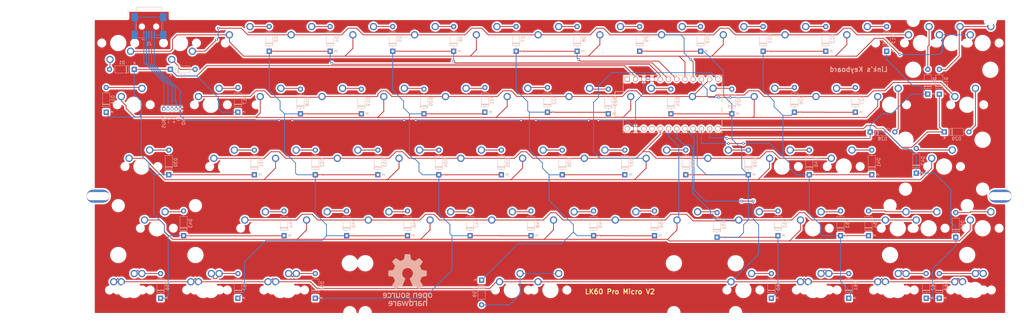
<source format=kicad_pcb>
(kicad_pcb (version 20171130) (host pcbnew "(5.1.6)-1")
  (layers (0 F.Cu signal) (31 B.Cu signal) (34 B.Paste user) (35 F.Paste user) (36 B.SilkS user) (37 F.SilkS user) (38 B.Mask user) (39 F.Mask user) (44 Edge.Cuts user))
  (net 0 "")
  (net 1 "Net-(D1-Pad2)")
  (net 2 "Net-(D2-Pad2)")
  (net 3 "Net-(D3-Pad2)")
  (net 4 "Net-(D4-Pad2)")
  (net 5 "Net-(D5-Pad2)")
  (net 6 "Net-(D6-Pad2)")
  (net 7 "Net-(D7-Pad2)")
  (net 8 "Net-(D8-Pad2)")
  (net 9 "Net-(D9-Pad2)")
  (net 10 "Net-(D10-Pad2)")
  (net 11 "Net-(D11-Pad2)")
  (net 12 "Net-(D12-Pad2)")
  (net 13 "Net-(D13-Pad2)")
  (net 14 "Net-(D14-Pad2)")
  (net 15 "Net-(D15-Pad2)")
  (net 16 "Net-(D16-Pad2)")
  (net 17 "Net-(D17-Pad2)")
  (net 18 "Net-(D18-Pad2)")
  (net 19 "Net-(D19-Pad2)")
  (net 20 "Net-(D20-Pad2)")
  (net 21 "Net-(D21-Pad2)")
  (net 22 "Net-(D22-Pad2)")
  (net 23 "Net-(D23-Pad2)")
  (net 24 "Net-(D24-Pad2)")
  (net 25 "Net-(D25-Pad2)")
  (net 26 "Net-(D26-Pad2)")
  (net 27 "Net-(D27-Pad2)")
  (net 28 "Net-(D28-Pad2)")
  (net 29 "Net-(D29-Pad2)")
  (net 30 "Net-(D30-Pad2)")
  (net 31 "Net-(D31-Pad2)")
  (net 32 "Net-(D32-Pad2)")
  (net 33 "Net-(D33-Pad2)")
  (net 34 "Net-(D34-Pad2)")
  (net 35 "Net-(D35-Pad2)")
  (net 36 "Net-(D36-Pad2)")
  (net 37 "Net-(D37-Pad2)")
  (net 38 "Net-(D38-Pad2)")
  (net 39 "Net-(D39-Pad2)")
  (net 40 "Net-(D40-Pad2)")
  (net 41 "Net-(D41-Pad2)")
  (net 42 "Net-(D42-Pad2)")
  (net 43 "Net-(D43-Pad2)")
  (net 44 "Net-(D44-Pad2)")
  (net 45 "Net-(D45-Pad2)")
  (net 46 "Net-(D46-Pad2)")
  (net 47 "Net-(D47-Pad2)")
  (net 48 "Net-(D48-Pad2)")
  (net 49 "Net-(D49-Pad2)")
  (net 50 "Net-(D50-Pad2)")
  (net 51 "Net-(D51-Pad2)")
  (net 52 "Net-(D52-Pad2)")
  (net 53 "Net-(D53-Pad2)")
  (net 54 "Net-(D54-Pad2)")
  (net 55 "Net-(D55-Pad2)")
  (net 56 "Net-(D56-Pad2)")
  (net 57 "Net-(D57-Pad2)")
  (net 58 "Net-(D58-Pad2)")
  (net 59 "Net-(D59-Pad2)")
  (net 60 "Net-(D60-Pad2)")
  (net 61 "Net-(D61-Pad2)")
  (net 62 "Net-(D62-Pad2)")
  (net 63 "Net-(D63-Pad2)")
  (net 64 Row0)
  (net 65 Row1)
  (net 66 Row2)
  (net 67 Row3)
  (net 68 Row4)
  (net 69 Row5)
  (net 70 Row6)
  (net 71 Row7)
  (net 72 Col5)
  (net 73 Col7)
  (net 74 Col0)
  (net 75 Col4)
  (net 76 Col3)
  (net 77 Col2)
  (net 78 Col6)
  (net 79 Col8)
  (net 80 Col1)
  (net 81 "Net-(U1-Pad24)")
  (net 82 Ground)
  (net 83 "Net-(U1-Pad22)")
  (net 84 "Net-(U1-Pad21)")
  (net 85 "Net-(U1-Pad1)")
  (net 86 "Net-(J1-Pad4)")
  (net 87 "Net-(J1-Pad3)")
  (net 88 "Net-(J1-Pad2)")
  (net 89 "Net-(J1-Pad1)")
  (module random-keyboard-parts:Generic-Mounthole (layer F.Cu) (at 284.48 -45.212)
    (fp_text reference REF**)
    (fp_text value Generic-Mounthole)
    (pad 1 thru_hole oval (at 0 0) (size 7 4) (drill oval 7 2.5) (layers *.Cu *.Mask))
  )
  (module random-keyboard-parts:Generic-Mounthole (layer F.Cu) (at 6.096 -45.212)
    (fp_text reference REF**)
    (fp_text value Generic-Mounthole)
    (pad 1 thru_hole oval (at 0 0) (size 7 4) (drill oval 7 2.5) (layers *.Cu *.Mask))
  )
  (module "LK60 v2:OpenSource" (layer B.Cu) (at 101.6 -19.304 180)
    (fp_text reference G*** hide)
    (fp_text value LOGO hide)
  )
  (module "LK60 v2:OpenSource" (layer F.Cu) (at -21.336 -83.82)
    (fp_text reference G*** hide)
    (fp_text value LOGO hide)
  )
  (module Connector_PinHeader_1.27mm:PinHeader_1x05_P1.27mm_Vertical (layer B.Cu) (at 26.416 -72.136 270)
    (fp_text reference Pin_header1 hide)
    (fp_text value Conn_01x05 hide)
    (pad 5 thru_hole oval (at 0 -5.08 270) (size 1 1) (drill 0.65) (layers *.Cu *.Mask) (net 82 Ground))
    (pad 4 thru_hole oval (at 0 -3.81 270) (size 1 1) (drill 0.65) (layers *.Cu *.Mask) (net 86 "Net-(J1-Pad4)"))
    (pad 3 thru_hole oval (at 0 -2.54 270) (size 1 1) (drill 0.65) (layers *.Cu *.Mask) (net 87 "Net-(J1-Pad3)"))
    (pad 2 thru_hole oval (at 0 -1.27 270) (size 1 1) (drill 0.65) (layers *.Cu *.Mask) (net 88 "Net-(J1-Pad2)"))
    (pad 1 thru_hole rect (at 0 0 270) (size 1 1) (drill 0.65) (layers *.Cu *.Mask) (net 89 "Net-(J1-Pad1)"))
  )
  (module Connector_USB:USB_Mini-B_Wuerth_65100516121_Horizontal (layer B.Cu) (at 21.844 -97.536)
    (fp_text reference J1 (at 0 5.25) (layer B.SilkS) (effects (justify mirror)))
    (fp_text value USB_B_Mini)
    (pad "" np_thru_hole circle (at 2.2 0) (size 0.9 0.9) (drill 0.9) (layers *.Cu *.Mask))
    (pad "" np_thru_hole circle (at -2.2 0) (size 0.9 0.9) (drill 0.9) (layers *.Cu *.Mask))
    (pad 5 smd rect (at 1.6 2.6) (size 0.5 2.5) (layers B.Cu B.Paste B.Mask) (net 82 Ground))
    (pad 4 smd rect (at 0.8 2.6) (size 0.5 2.5) (layers B.Cu B.Paste B.Mask) (net 86 "Net-(J1-Pad4)"))
    (pad 3 smd rect (at 0 2.6) (size 0.5 2.5) (layers B.Cu B.Paste B.Mask) (net 87 "Net-(J1-Pad3)"))
    (pad 2 smd rect (at -0.8 2.6) (size 0.5 2.5) (layers B.Cu B.Paste B.Mask) (net 88 "Net-(J1-Pad2)"))
    (pad 1 smd rect (at -1.6 2.6) (size 0.5 2.5) (layers B.Cu B.Paste B.Mask) (net 89 "Net-(J1-Pad1)"))
    (pad 6 smd rect (at 4.4 2.6) (size 2 2.5) (layers B.Cu B.Paste B.Mask) (net 82 Ground))
    (pad 6 smd rect (at -4.4 2.6) (size 2 2.5) (layers B.Cu B.Paste B.Mask) (net 82 Ground))
    (pad 6 smd rect (at 4.4 -2.9) (size 2 2.5) (layers B.Cu B.Paste B.Mask) (net 82 Ground))
    (pad 6 smd rect (at -4.4 -2.9) (size 2 2.5) (layers B.Cu B.Paste B.Mask) (net 82 Ground))
  )
  (module promicro:ProMicro (layer B.Cu) (at 183.388 -73.66)
    (fp_text reference U1 hide)
    (fp_text value ProMicro)
    (pad 24 thru_hole circle (at -13.97 7.62) (size 1.6 1.6) (drill 1.1) (layers *.Cu *.Mask B.SilkS) (net 81 "Net-(U1-Pad24)"))
    (pad 23 thru_hole circle (at -11.43 7.62) (size 1.6 1.6) (drill 1.1) (layers *.Cu *.Mask B.SilkS) (net 82 Ground))
    (pad 22 thru_hole circle (at -8.89 7.62) (size 1.6 1.6) (drill 1.1) (layers *.Cu *.Mask B.SilkS) (net 83 "Net-(U1-Pad22)"))
    (pad 21 thru_hole circle (at -6.35 7.62) (size 1.6 1.6) (drill 1.1) (layers *.Cu *.Mask B.SilkS) (net 84 "Net-(U1-Pad21)"))
    (pad 20 thru_hole circle (at -3.81 7.62) (size 1.6 1.6) (drill 1.1) (layers *.Cu *.Mask B.SilkS) (net 72 Col5))
    (pad 19 thru_hole circle (at -1.27 7.62) (size 1.6 1.6) (drill 1.1) (layers *.Cu *.Mask B.SilkS) (net 78 Col6))
    (pad 18 thru_hole circle (at 1.27 7.62) (size 1.6 1.6) (drill 1.1) (layers *.Cu *.Mask B.SilkS) (net 73 Col7))
    (pad 17 thru_hole circle (at 3.81 7.62) (size 1.6 1.6) (drill 1.1) (layers *.Cu *.Mask B.SilkS) (net 79 Col8))
    (pad 16 thru_hole circle (at 6.35 7.62) (size 1.6 1.6) (drill 1.1) (layers *.Cu *.Mask B.SilkS) (net 68 Row4))
    (pad 15 thru_hole circle (at 8.89 7.62) (size 1.6 1.6) (drill 1.1) (layers *.Cu *.Mask B.SilkS) (net 69 Row5))
    (pad 14 thru_hole circle (at 11.43 7.62) (size 1.6 1.6) (drill 1.1) (layers *.Cu *.Mask B.SilkS) (net 70 Row6))
    (pad 13 thru_hole circle (at 13.97 7.62) (size 1.6 1.6) (drill 1.1) (layers *.Cu *.Mask B.SilkS) (net 71 Row7))
    (pad 12 thru_hole circle (at 13.97 -7.62) (size 1.6 1.6) (drill 1.1) (layers *.Cu *.Mask B.SilkS) (net 75 Col4))
    (pad 11 thru_hole circle (at 11.43 -7.62) (size 1.6 1.6) (drill 1.1) (layers *.Cu *.Mask B.SilkS) (net 76 Col3))
    (pad 10 thru_hole circle (at 8.89 -7.62) (size 1.6 1.6) (drill 1.1) (layers *.Cu *.Mask B.SilkS) (net 77 Col2))
    (pad 9 thru_hole circle (at 6.35 -7.62) (size 1.6 1.6) (drill 1.1) (layers *.Cu *.Mask B.SilkS) (net 80 Col1))
    (pad 8 thru_hole circle (at 3.81 -7.62) (size 1.6 1.6) (drill 1.1) (layers *.Cu *.Mask B.SilkS) (net 74 Col0))
    (pad 7 thru_hole circle (at 1.27 -7.62) (size 1.6 1.6) (drill 1.1) (layers *.Cu *.Mask B.SilkS) (net 67 Row3))
    (pad 6 thru_hole circle (at -1.27 -7.62) (size 1.6 1.6) (drill 1.1) (layers *.Cu *.Mask B.SilkS) (net 66 Row2))
    (pad 5 thru_hole circle (at -3.81 -7.62) (size 1.6 1.6) (drill 1.1) (layers *.Cu *.Mask B.SilkS) (net 65 Row1))
    (pad 4 thru_hole circle (at -6.35 -7.62) (size 1.6 1.6) (drill 1.1) (layers *.Cu *.Mask B.SilkS) (net 82 Ground))
    (pad 3 thru_hole circle (at -8.89 -7.62) (size 1.6 1.6) (drill 1.1) (layers *.Cu *.Mask B.SilkS) (net 82 Ground))
    (pad 2 thru_hole circle (at -11.43 -7.62) (size 1.6 1.6) (drill 1.1) (layers *.Cu *.Mask B.SilkS) (net 64 Row0))
    (pad 1 thru_hole rect (at -13.97 -7.62) (size 1.6 1.6) (drill 1.1) (layers *.Cu *.Mask B.SilkS) (net 85 "Net-(U1-Pad1)"))
  )
  (module MX_Only:MXOnly-1.25U-NoLED (layer F.Cu) (at 252.859 -16.256)
    (fp_text reference KeyMod2)
    (fp_text value MX-NoLED)
    (pad 2 thru_hole circle (at 2.54 -5.08) (size 2.25 2.25) (drill 1.47) (layers *.Cu B.Mask) (net 62 "Net-(D62-Pad2)"))
    (pad "" np_thru_hole circle (at 0 0) (size 3.9878 3.9878) (drill 3.9878) (layers *.Cu *.Mask))
    (pad 1 thru_hole circle (at -3.81 -2.54) (size 2.25 2.25) (drill 1.47) (layers *.Cu B.Mask) (net 79 Col8))
    (pad "" np_thru_hole circle (at -5.08 0 48.0996) (size 1.75 1.75) (drill 1.75) (layers *.Cu *.Mask))
    (pad "" np_thru_hole circle (at 5.08 0 48.0996) (size 1.75 1.75) (drill 1.75) (layers *.Cu *.Mask))
  )
  (module MX_Only:MXOnly-1U-NoLED (layer F.Cu) (at 279.051 -35.307)
    (fp_text reference KeyMod1)
    (fp_text value MX-NoLED)
    (pad 2 thru_hole circle (at 2.54 -5.08) (size 2.25 2.25) (drill 1.47) (layers *.Cu B.Mask) (net 55 "Net-(D55-Pad2)"))
    (pad "" np_thru_hole circle (at 0 0) (size 3.9878 3.9878) (drill 3.9878) (layers *.Cu *.Mask))
    (pad 1 thru_hole circle (at -3.81 -2.54) (size 2.25 2.25) (drill 1.47) (layers *.Cu B.Mask) (net 78 Col6))
    (pad "" np_thru_hole circle (at -5.08 0 48.0996) (size 1.75 1.75) (drill 1.75) (layers *.Cu *.Mask))
    (pad "" np_thru_hole circle (at 5.08 0 48.0996) (size 1.75 1.75) (drill 1.75) (layers *.Cu *.Mask))
  )
  (module MX_Only:MXOnly-1U-NoLED (layer F.Cu) (at 55.212 -35.307)
    (fp_text reference KeyZ1)
    (fp_text value MX-NoLED)
    (pad 2 thru_hole circle (at 2.54 -5.08) (size 2.25 2.25) (drill 1.47) (layers *.Cu B.Mask) (net 44 "Net-(D44-Pad2)"))
    (pad "" np_thru_hole circle (at 0 0) (size 3.9878 3.9878) (drill 3.9878) (layers *.Cu *.Mask))
    (pad 1 thru_hole circle (at -3.81 -2.54) (size 2.25 2.25) (drill 1.47) (layers *.Cu B.Mask) (net 73 Col7))
    (pad "" np_thru_hole circle (at -5.08 0 48.0996) (size 1.75 1.75) (drill 1.75) (layers *.Cu *.Mask))
    (pad "" np_thru_hole circle (at 5.08 0 48.0996) (size 1.75 1.75) (drill 1.75) (layers *.Cu *.Mask))
  )
  (module MX_Only:MXOnly-1U-NoLED (layer F.Cu) (at 136.175 -73.408)
    (fp_text reference KeyY1)
    (fp_text value MX-NoLED)
    (pad 2 thru_hole circle (at 2.54 -5.08) (size 2.25 2.25) (drill 1.47) (layers *.Cu B.Mask) (net 22 "Net-(D22-Pad2)"))
    (pad "" np_thru_hole circle (at 0 0) (size 3.9878 3.9878) (drill 3.9878) (layers *.Cu *.Mask))
    (pad 1 thru_hole circle (at -3.81 -2.54) (size 2.25 2.25) (drill 1.47) (layers *.Cu B.Mask) (net 77 Col2))
    (pad "" np_thru_hole circle (at -5.08 0 48.0996) (size 1.75 1.75) (drill 1.75) (layers *.Cu *.Mask))
    (pad "" np_thru_hole circle (at 5.08 0 48.0996) (size 1.75 1.75) (drill 1.75) (layers *.Cu *.Mask))
  )
  (module MX_Only:MXOnly-1U-NoLED (layer F.Cu) (at 74.262 -35.307)
    (fp_text reference KeyX1)
    (fp_text value MX-NoLED)
    (pad 2 thru_hole circle (at 2.54 -5.08) (size 2.25 2.25) (drill 1.47) (layers *.Cu B.Mask) (net 45 "Net-(D45-Pad2)"))
    (pad "" np_thru_hole circle (at 0 0) (size 3.9878 3.9878) (drill 3.9878) (layers *.Cu *.Mask))
    (pad 1 thru_hole circle (at -3.81 -2.54) (size 2.25 2.25) (drill 1.47) (layers *.Cu B.Mask) (net 78 Col6))
    (pad "" np_thru_hole circle (at -5.08 0 48.0996) (size 1.75 1.75) (drill 1.75) (layers *.Cu *.Mask))
    (pad "" np_thru_hole circle (at 5.08 0 48.0996) (size 1.75 1.75) (drill 1.75) (layers *.Cu *.Mask))
  )
  (module MX_Only:MXOnly-1U-NoLED (layer F.Cu) (at 40.924 -16.256)
    (fp_text reference KeyWin1U1)
    (fp_text value MX-NoLED)
    (pad 2 thru_hole circle (at 2.54 -5.08) (size 2.25 2.25) (drill 1.47) (layers *.Cu B.Mask) (net 57 "Net-(D57-Pad2)"))
    (pad "" np_thru_hole circle (at 0 0) (size 3.9878 3.9878) (drill 3.9878) (layers *.Cu *.Mask))
    (pad 1 thru_hole circle (at -3.81 -2.54) (size 2.25 2.25) (drill 1.47) (layers *.Cu B.Mask) (net 79 Col8))
    (pad "" np_thru_hole circle (at -5.08 0 48.0996) (size 1.75 1.75) (drill 1.75) (layers *.Cu *.Mask))
    (pad "" np_thru_hole circle (at 5.08 0 48.0996) (size 1.75 1.75) (drill 1.75) (layers *.Cu *.Mask))
  )
  (module MX_Only:MXOnly-1.25U-NoLED (layer F.Cu) (at 38.546 -16.256)
    (fp_text reference KeyWin1)
    (fp_text value MX-NoLED)
    (pad 2 thru_hole circle (at 2.54 -5.08) (size 2.25 2.25) (drill 1.47) (layers *.Cu B.Mask) (net 57 "Net-(D57-Pad2)"))
    (pad "" np_thru_hole circle (at 0 0) (size 3.9878 3.9878) (drill 3.9878) (layers *.Cu *.Mask))
    (pad 1 thru_hole circle (at -3.81 -2.54) (size 2.25 2.25) (drill 1.47) (layers *.Cu B.Mask) (net 79 Col8))
    (pad "" np_thru_hole circle (at -5.08 0 48.0996) (size 1.75 1.75) (drill 1.75) (layers *.Cu *.Mask))
    (pad "" np_thru_hole circle (at 5.08 0 48.0996) (size 1.75 1.75) (drill 1.75) (layers *.Cu *.Mask))
  )
  (module MX_Only:MXOnly-1U-NoLED (layer F.Cu) (at 260 -92.456)
    (fp_text reference KeyWave1)
    (fp_text value MX-NoLED)
    (pad 2 thru_hole circle (at 2.54 -5.08) (size 2.25 2.25) (drill 1.47) (layers *.Cu B.Mask) (net 14 "Net-(D14-Pad2)"))
    (pad "" np_thru_hole circle (at 0 0) (size 3.9878 3.9878) (drill 3.9878) (layers *.Cu *.Mask))
    (pad 1 thru_hole circle (at -3.81 -2.54) (size 2.25 2.25) (drill 1.47) (layers *.Cu B.Mask) (net 80 Col1))
    (pad "" np_thru_hole circle (at -5.08 0 48.0996) (size 1.75 1.75) (drill 1.75) (layers *.Cu *.Mask))
    (pad "" np_thru_hole circle (at 5.08 0 48.0996) (size 1.75 1.75) (drill 1.75) (layers *.Cu *.Mask))
  )
  (module MX_Only:MXOnly-1U-NoLED (layer F.Cu) (at 59.975 -73.408)
    (fp_text reference KeyW1)
    (fp_text value MX-NoLED)
    (pad 2 thru_hole circle (at 2.54 -5.08) (size 2.25 2.25) (drill 1.47) (layers *.Cu B.Mask) (net 18 "Net-(D18-Pad2)"))
    (pad "" np_thru_hole circle (at 0 0) (size 3.9878 3.9878) (drill 3.9878) (layers *.Cu *.Mask))
    (pad 1 thru_hole circle (at -3.81 -2.54) (size 2.25 2.25) (drill 1.47) (layers *.Cu B.Mask) (net 77 Col2))
    (pad "" np_thru_hole circle (at -5.08 0 48.0996) (size 1.75 1.75) (drill 1.75) (layers *.Cu *.Mask))
    (pad "" np_thru_hole circle (at 5.08 0 48.0996) (size 1.75 1.75) (drill 1.75) (layers *.Cu *.Mask))
  )
  (module MX_Only:MXOnly-1U-NoLED (layer F.Cu) (at 112.362 -35.307)
    (fp_text reference KeyV1)
    (fp_text value MX-NoLED)
    (pad 2 thru_hole circle (at 2.54 -5.08) (size 2.25 2.25) (drill 1.47) (layers *.Cu B.Mask) (net 47 "Net-(D47-Pad2)"))
    (pad "" np_thru_hole circle (at 0 0) (size 3.9878 3.9878) (drill 3.9878) (layers *.Cu *.Mask))
    (pad 1 thru_hole circle (at -3.81 -2.54) (size 2.25 2.25) (drill 1.47) (layers *.Cu B.Mask) (net 78 Col6))
    (pad "" np_thru_hole circle (at -5.08 0 48.0996) (size 1.75 1.75) (drill 1.75) (layers *.Cu *.Mask))
    (pad "" np_thru_hole circle (at 5.08 0 48.0996) (size 1.75 1.75) (drill 1.75) (layers *.Cu *.Mask))
  )
  (module MX_Only:MXOnly-1U-NoLED (layer F.Cu) (at 155.225 -73.408)
    (fp_text reference KeyU1)
    (fp_text value MX-NoLED)
    (pad 2 thru_hole circle (at 2.54 -5.08) (size 2.25 2.25) (drill 1.47) (layers *.Cu B.Mask) (net 23 "Net-(D23-Pad2)"))
    (pad "" np_thru_hole circle (at 0 0) (size 3.9878 3.9878) (drill 3.9878) (layers *.Cu *.Mask))
    (pad 1 thru_hole circle (at -3.81 -2.54) (size 2.25 2.25) (drill 1.47) (layers *.Cu B.Mask) (net 76 Col3))
    (pad "" np_thru_hole circle (at -5.08 0 48.0996) (size 1.75 1.75) (drill 1.75) (layers *.Cu *.Mask))
    (pad "" np_thru_hole circle (at 5.08 0 48.0996) (size 1.75 1.75) (drill 1.75) (layers *.Cu *.Mask))
  )
  (module MX_Only:MXOnly-1U-NoLED (layer F.Cu) (at 217.128 -54.356)
    (fp_text reference KeyTitikdua1)
    (fp_text value MX-NoLED)
    (pad 2 thru_hole circle (at 2.54 -5.08) (size 2.25 2.25) (drill 1.47) (layers *.Cu B.Mask) (net 40 "Net-(D40-Pad2)"))
    (pad "" np_thru_hole circle (at 0 0) (size 3.9878 3.9878) (drill 3.9878) (layers *.Cu *.Mask))
    (pad 1 thru_hole circle (at -3.81 -2.54) (size 2.25 2.25) (drill 1.47) (layers *.Cu B.Mask) (net 75 Col4))
    (pad "" np_thru_hole circle (at -5.08 0 48.0996) (size 1.75 1.75) (drill 1.75) (layers *.Cu *.Mask))
    (pad "" np_thru_hole circle (at 5.08 0 48.0996) (size 1.75 1.75) (drill 1.75) (layers *.Cu *.Mask))
  )
  (module MX_Only:MXOnly-1U-NoLED (layer F.Cu) (at 207.613 -35.307)
    (fp_text reference KeyTitik1)
    (fp_text value MX-NoLED)
    (pad 2 thru_hole circle (at 2.54 -5.08) (size 2.25 2.25) (drill 1.47) (layers *.Cu B.Mask) (net 52 "Net-(D52-Pad2)"))
    (pad "" np_thru_hole circle (at 0 0) (size 3.9878 3.9878) (drill 3.9878) (layers *.Cu *.Mask))
    (pad 1 thru_hole circle (at -3.81 -2.54) (size 2.25 2.25) (drill 1.47) (layers *.Cu B.Mask) (net 73 Col7))
    (pad "" np_thru_hole circle (at -5.08 0 48.0996) (size 1.75 1.75) (drill 1.75) (layers *.Cu *.Mask))
    (pad "" np_thru_hole circle (at 5.08 0 48.0996) (size 1.75 1.75) (drill 1.75) (layers *.Cu *.Mask))
  )
  (module MX_Only:MXOnly-1U-NoLED (layer F.Cu) (at 226.663 -35.307)
    (fp_text reference KeyTanya1)
    (fp_text value MX-NoLED)
    (pad 2 thru_hole circle (at 2.54 -5.08) (size 2.25 2.25) (drill 1.47) (layers *.Cu B.Mask) (net 53 "Net-(D53-Pad2)"))
    (pad "" np_thru_hole circle (at 0 0) (size 3.9878 3.9878) (drill 3.9878) (layers *.Cu *.Mask))
    (pad 1 thru_hole circle (at -3.81 -2.54) (size 2.25 2.25) (drill 1.47) (layers *.Cu B.Mask) (net 78 Col6))
    (pad "" np_thru_hole circle (at -5.08 0 48.0996) (size 1.75 1.75) (drill 1.75) (layers *.Cu *.Mask))
    (pad "" np_thru_hole circle (at 5.08 0 48.0996) (size 1.75 1.75) (drill 1.75) (layers *.Cu *.Mask))
  )
  (module MX_Only:MXOnly-1.5U-NoLED (layer F.Cu) (at 17.112 -73.408)
    (fp_text reference KeyTab1)
    (fp_text value MX-NoLED)
    (pad 2 thru_hole circle (at 2.54 -5.08) (size 2.25 2.25) (drill 1.47) (layers *.Cu B.Mask) (net 16 "Net-(D16-Pad2)"))
    (pad "" np_thru_hole circle (at 0 0) (size 3.9878 3.9878) (drill 3.9878) (layers *.Cu *.Mask))
    (pad 1 thru_hole circle (at -3.81 -2.54) (size 2.25 2.25) (drill 1.47) (layers *.Cu B.Mask) (net 77 Col2))
    (pad "" np_thru_hole circle (at -5.08 0 48.0996) (size 1.75 1.75) (drill 1.75) (layers *.Cu *.Mask))
    (pad "" np_thru_hole circle (at 5.08 0 48.0996) (size 1.75 1.75) (drill 1.75) (layers *.Cu *.Mask))
  )
  (module MX_Only:MXOnly-1U-NoLED (layer F.Cu) (at 117.125 -73.408)
    (fp_text reference KeyT1)
    (fp_text value MX-NoLED)
    (pad 2 thru_hole circle (at 2.54 -5.08) (size 2.25 2.25) (drill 1.47) (layers *.Cu B.Mask) (net 21 "Net-(D21-Pad2)"))
    (pad "" np_thru_hole circle (at 0 0) (size 3.9878 3.9878) (drill 3.9878) (layers *.Cu *.Mask))
    (pad 1 thru_hole circle (at -3.81 -2.54) (size 2.25 2.25) (drill 1.47) (layers *.Cu B.Mask) (net 76 Col3))
    (pad "" np_thru_hole circle (at -5.08 0 48.0996) (size 1.75 1.75) (drill 1.75) (layers *.Cu *.Mask))
    (pad "" np_thru_hole circle (at 5.08 0 48.0996) (size 1.75 1.75) (drill 1.75) (layers *.Cu *.Mask))
  )
  (module MX_Only:MXOnly-7U-ReversedStabilizers-NoLED (layer F.Cu) (at 145.7 -16.256)
    (fp_text reference KeySpace7U1)
    (fp_text value MX-NoLED)
    (pad 2 thru_hole circle (at 2.54 -5.08) (size 2.25 2.25) (drill 1.47) (layers *.Cu B.Mask) (net 59 "Net-(D59-Pad2)"))
    (pad "" np_thru_hole circle (at 0 0) (size 3.9878 3.9878) (drill 3.9878) (layers *.Cu *.Mask))
    (pad 1 thru_hole circle (at -3.81 -2.54) (size 2.25 2.25) (drill 1.47) (layers *.Cu B.Mask) (net 79 Col8))
    (pad "" np_thru_hole circle (at -5.08 0 48.0996) (size 1.75 1.75) (drill 1.75) (layers *.Cu *.Mask))
    (pad "" np_thru_hole circle (at 5.08 0 48.0996) (size 1.75 1.75) (drill 1.75) (layers *.Cu *.Mask))
    (pad "" np_thru_hole circle (at -57.15 6.985) (size 3.048 3.048) (drill 3.048) (layers *.Cu *.Mask))
    (pad "" np_thru_hole circle (at 57.15 6.985) (size 3.048 3.048) (drill 3.048) (layers *.Cu *.Mask))
    (pad "" np_thru_hole circle (at -57.15 -8.255) (size 3.9878 3.9878) (drill 3.9878) (layers *.Cu *.Mask))
    (pad "" np_thru_hole circle (at 57.15 -8.255) (size 3.9878 3.9878) (drill 3.9878) (layers *.Cu *.Mask))
  )
  (module MX_Only:MXOnly-6.25U-ReversedStabilizers-NoLED (layer F.Cu) (at 133.796 -16.256)
    (fp_text reference KeySpace6.25)
    (fp_text value MX-NoLED)
    (pad 2 thru_hole circle (at 2.54 -5.08) (size 2.25 2.25) (drill 1.47) (layers *.Cu B.Mask) (net 59 "Net-(D59-Pad2)"))
    (pad "" np_thru_hole circle (at 0 0) (size 3.9878 3.9878) (drill 3.9878) (layers *.Cu *.Mask))
    (pad 1 thru_hole circle (at -3.81 -2.54) (size 2.25 2.25) (drill 1.47) (layers *.Cu B.Mask) (net 79 Col8))
    (pad "" np_thru_hole circle (at -5.08 0 48.0996) (size 1.75 1.75) (drill 1.75) (layers *.Cu *.Mask))
    (pad "" np_thru_hole circle (at 5.08 0 48.0996) (size 1.75 1.75) (drill 1.75) (layers *.Cu *.Mask))
    (pad "" np_thru_hole circle (at -49.9999 6.985) (size 3.048 3.048) (drill 3.048) (layers *.Cu *.Mask))
    (pad "" np_thru_hole circle (at 49.9999 6.985) (size 3.048 3.048) (drill 3.048) (layers *.Cu *.Mask))
    (pad "" np_thru_hole circle (at -49.9999 -8.255) (size 3.9878 3.9878) (drill 3.9878) (layers *.Cu *.Mask))
    (pad "" np_thru_hole circle (at 49.9999 -8.255) (size 3.9878 3.9878) (drill 3.9878) (layers *.Cu *.Mask))
  )
  (module MX_Only:MXOnly-1U-NoLED (layer F.Cu) (at 64.696 -54.356)
    (fp_text reference KeyS1)
    (fp_text value MX-NoLED)
    (pad 2 thru_hole circle (at 2.54 -5.08) (size 2.25 2.25) (drill 1.47) (layers *.Cu B.Mask) (net 32 "Net-(D32-Pad2)"))
    (pad "" np_thru_hole circle (at 0 0) (size 3.9878 3.9878) (drill 3.9878) (layers *.Cu *.Mask))
    (pad 1 thru_hole circle (at -3.81 -2.54) (size 2.25 2.25) (drill 1.47) (layers *.Cu B.Mask) (net 75 Col4))
    (pad "" np_thru_hole circle (at -5.08 0 48.0996) (size 1.75 1.75) (drill 1.75) (layers *.Cu *.Mask))
    (pad "" np_thru_hole circle (at 5.08 0 48.0996) (size 1.75 1.75) (drill 1.75) (layers *.Cu *.Mask))
  )
  (module MX_Only:MXOnly-2.75U-NoLED (layer F.Cu) (at 262.382 -35.307)
    (fp_text reference KeyRShift2.75U1)
    (fp_text value MX-NoLED)
    (pad 2 thru_hole circle (at 2.54 -5.08) (size 2.25 2.25) (drill 1.47) (layers *.Cu B.Mask) (net 54 "Net-(D54-Pad2)"))
    (pad "" np_thru_hole circle (at 0 0) (size 3.9878 3.9878) (drill 3.9878) (layers *.Cu *.Mask))
    (pad 1 thru_hole circle (at -3.81 -2.54) (size 2.25 2.25) (drill 1.47) (layers *.Cu B.Mask) (net 73 Col7))
    (pad "" np_thru_hole circle (at -5.08 0 48.0996) (size 1.75 1.75) (drill 1.75) (layers *.Cu *.Mask))
    (pad "" np_thru_hole circle (at 5.08 0 48.0996) (size 1.75 1.75) (drill 1.75) (layers *.Cu *.Mask))
    (pad "" np_thru_hole circle (at -11.90625 -6.985) (size 3.048 3.048) (drill 3.048) (layers *.Cu *.Mask))
    (pad "" np_thru_hole circle (at 11.90625 -6.985) (size 3.048 3.048) (drill 3.048) (layers *.Cu *.Mask))
    (pad "" np_thru_hole circle (at -11.90625 8.255) (size 3.9878 3.9878) (drill 3.9878) (layers *.Cu *.Mask))
    (pad "" np_thru_hole circle (at 11.90625 8.255) (size 3.9878 3.9878) (drill 3.9878) (layers *.Cu *.Mask))
  )
  (module MX_Only:MXOnly-1.75U-NoLED (layer F.Cu) (at 252.857 -35.307)
    (fp_text reference KeyRShift1)
    (fp_text value MX-NoLED)
    (pad 2 thru_hole circle (at 2.54 -5.08) (size 2.25 2.25) (drill 1.47) (layers *.Cu B.Mask) (net 54 "Net-(D54-Pad2)"))
    (pad "" np_thru_hole circle (at 0 0) (size 3.9878 3.9878) (drill 3.9878) (layers *.Cu *.Mask))
    (pad 1 thru_hole circle (at -3.81 -2.54) (size 2.25 2.25) (drill 1.47) (layers *.Cu B.Mask) (net 73 Col7))
    (pad "" np_thru_hole circle (at -5.08 0 48.0996) (size 1.75 1.75) (drill 1.75) (layers *.Cu *.Mask))
    (pad "" np_thru_hole circle (at 5.08 0 48.0996) (size 1.75 1.75) (drill 1.75) (layers *.Cu *.Mask))
  )
  (module MX_Only:MXOnly-1.5U-NoLED (layer F.Cu) (at 274.29 -16.256)
    (fp_text reference KeyRCtrl1.5U1)
    (fp_text value MX-NoLED)
    (pad 2 thru_hole circle (at 2.54 -5.08) (size 2.25 2.25) (drill 1.47) (layers *.Cu B.Mask) (net 63 "Net-(D63-Pad2)"))
    (pad "" np_thru_hole circle (at 0 0) (size 3.9878 3.9878) (drill 3.9878) (layers *.Cu *.Mask))
    (pad 1 thru_hole circle (at -3.81 -2.54) (size 2.25 2.25) (drill 1.47) (layers *.Cu B.Mask) (net 79 Col8))
    (pad "" np_thru_hole circle (at -5.08 0 48.0996) (size 1.75 1.75) (drill 1.75) (layers *.Cu *.Mask))
    (pad "" np_thru_hole circle (at 5.08 0 48.0996) (size 1.75 1.75) (drill 1.75) (layers *.Cu *.Mask))
  )
  (module MX_Only:MXOnly-1.25U-NoLED (layer F.Cu) (at 276.671 -16.256)
    (fp_text reference KeyRCtrl1)
    (fp_text value MX-NoLED)
    (pad 2 thru_hole circle (at 2.54 -5.08) (size 2.25 2.25) (drill 1.47) (layers *.Cu B.Mask) (net 63 "Net-(D63-Pad2)"))
    (pad "" np_thru_hole circle (at 0 0) (size 3.9878 3.9878) (drill 3.9878) (layers *.Cu *.Mask))
    (pad 1 thru_hole circle (at -3.81 -2.54) (size 2.25 2.25) (drill 1.47) (layers *.Cu B.Mask) (net 79 Col8))
    (pad "" np_thru_hole circle (at -5.08 0 48.0996) (size 1.75 1.75) (drill 1.75) (layers *.Cu *.Mask))
    (pad "" np_thru_hole circle (at 5.08 0 48.0996) (size 1.75 1.75) (drill 1.75) (layers *.Cu *.Mask))
  )
  (module MX_Only:MXOnly-1.5U-NoLED (layer F.Cu) (at 226.661 -16.256)
    (fp_text reference KeyRAlt1.5U1)
    (fp_text value MX-NoLED)
    (pad 2 thru_hole circle (at 2.54 -5.08) (size 2.25 2.25) (drill 1.47) (layers *.Cu B.Mask) (net 61 "Net-(D61-Pad2)"))
    (pad "" np_thru_hole circle (at 0 0) (size 3.9878 3.9878) (drill 3.9878) (layers *.Cu *.Mask))
    (pad 1 thru_hole circle (at -3.81 -2.54) (size 2.25 2.25) (drill 1.47) (layers *.Cu B.Mask) (net 79 Col8))
    (pad "" np_thru_hole circle (at -5.08 0 48.0996) (size 1.75 1.75) (drill 1.75) (layers *.Cu *.Mask))
    (pad "" np_thru_hole circle (at 5.08 0 48.0996) (size 1.75 1.75) (drill 1.75) (layers *.Cu *.Mask))
  )
  (module MX_Only:MXOnly-1.25U-NoLED (layer F.Cu) (at 205.232 -16.256)
    (fp_text reference KeyRAlt1)
    (fp_text value MX-NoLED)
    (pad 2 thru_hole circle (at 2.54 -5.08) (size 2.25 2.25) (drill 1.47) (layers *.Cu B.Mask) (net 60 "Net-(D60-Pad2)"))
    (pad "" np_thru_hole circle (at 0 0) (size 3.9878 3.9878) (drill 3.9878) (layers *.Cu *.Mask))
    (pad 1 thru_hole circle (at -3.81 -2.54) (size 2.25 2.25) (drill 1.47) (layers *.Cu B.Mask) (net 79 Col8))
    (pad "" np_thru_hole circle (at -5.08 0 48.0996) (size 1.75 1.75) (drill 1.75) (layers *.Cu *.Mask))
    (pad "" np_thru_hole circle (at 5.08 0 48.0996) (size 1.75 1.75) (drill 1.75) (layers *.Cu *.Mask))
  )
  (module MX_Only:MXOnly-1U-NoLED (layer F.Cu) (at 250.48 -73.408)
    (fp_text reference KeyR]1)
    (fp_text value MX-NoLED)
    (pad 2 thru_hole circle (at 2.54 -5.08) (size 2.25 2.25) (drill 1.47) (layers *.Cu B.Mask) (net 28 "Net-(D28-Pad2)"))
    (pad "" np_thru_hole circle (at 0 0) (size 3.9878 3.9878) (drill 3.9878) (layers *.Cu *.Mask))
    (pad 1 thru_hole circle (at -3.81 -2.54) (size 2.25 2.25) (drill 1.47) (layers *.Cu B.Mask) (net 77 Col2))
    (pad "" np_thru_hole circle (at -5.08 0 48.0996) (size 1.75 1.75) (drill 1.75) (layers *.Cu *.Mask))
    (pad "" np_thru_hole circle (at 5.08 0 48.0996) (size 1.75 1.75) (drill 1.75) (layers *.Cu *.Mask))
  )
  (module MX_Only:MXOnly-1U-NoLED (layer F.Cu) (at 98.075 -73.408)
    (fp_text reference KeyR1)
    (fp_text value MX-NoLED)
    (pad 2 thru_hole circle (at 2.54 -5.08) (size 2.25 2.25) (drill 1.47) (layers *.Cu B.Mask) (net 20 "Net-(D20-Pad2)"))
    (pad "" np_thru_hole circle (at 0 0) (size 3.9878 3.9878) (drill 3.9878) (layers *.Cu *.Mask))
    (pad 1 thru_hole circle (at -3.81 -2.54) (size 2.25 2.25) (drill 1.47) (layers *.Cu B.Mask) (net 77 Col2))
    (pad "" np_thru_hole circle (at -5.08 0 48.0996) (size 1.75 1.75) (drill 1.75) (layers *.Cu *.Mask))
    (pad "" np_thru_hole circle (at 5.08 0 48.0996) (size 1.75 1.75) (drill 1.75) (layers *.Cu *.Mask))
  )
  (module MX_Only:MXOnly-1U-NoLED (layer F.Cu) (at 40.925 -73.408)
    (fp_text reference KeyQ1)
    (fp_text value MX-NoLED)
    (pad 2 thru_hole circle (at 2.54 -5.08) (size 2.25 2.25) (drill 1.47) (layers *.Cu B.Mask) (net 17 "Net-(D17-Pad2)"))
    (pad "" np_thru_hole circle (at 0 0) (size 3.9878 3.9878) (drill 3.9878) (layers *.Cu *.Mask))
    (pad 1 thru_hole circle (at -3.81 -2.54) (size 2.25 2.25) (drill 1.47) (layers *.Cu B.Mask) (net 76 Col3))
    (pad "" np_thru_hole circle (at -5.08 0 48.0996) (size 1.75 1.75) (drill 1.75) (layers *.Cu *.Mask))
    (pad "" np_thru_hole circle (at 5.08 0 48.0996) (size 1.75 1.75) (drill 1.75) (layers *.Cu *.Mask))
  )
  (module MX_Only:MXOnly-1U-NoLED (layer F.Cu) (at 240.95 -92.456)
    (fp_text reference KeyPlus1)
    (fp_text value MX-NoLED)
    (pad 2 thru_hole circle (at 2.54 -5.08) (size 2.25 2.25) (drill 1.47) (layers *.Cu B.Mask) (net 13 "Net-(D13-Pad2)"))
    (pad "" np_thru_hole circle (at 0 0) (size 3.9878 3.9878) (drill 3.9878) (layers *.Cu *.Mask))
    (pad 1 thru_hole circle (at -3.81 -2.54) (size 2.25 2.25) (drill 1.47) (layers *.Cu B.Mask) (net 74 Col0))
    (pad "" np_thru_hole circle (at -5.08 0 48.0996) (size 1.75 1.75) (drill 1.75) (layers *.Cu *.Mask))
    (pad "" np_thru_hole circle (at 5.08 0 48.0996) (size 1.75 1.75) (drill 1.75) (layers *.Cu *.Mask))
  )
  (module MX_Only:MXOnly-1U-NoLED (layer F.Cu) (at 236.182 -54.356)
    (fp_text reference KeyPetik1)
    (fp_text value MX-NoLED)
    (pad 2 thru_hole circle (at 2.54 -5.08) (size 2.25 2.25) (drill 1.47) (layers *.Cu B.Mask) (net 41 "Net-(D41-Pad2)"))
    (pad "" np_thru_hole circle (at 0 0) (size 3.9878 3.9878) (drill 3.9878) (layers *.Cu *.Mask))
    (pad 1 thru_hole circle (at -3.81 -2.54) (size 2.25 2.25) (drill 1.47) (layers *.Cu B.Mask) (net 72 Col5))
    (pad "" np_thru_hole circle (at -5.08 0 48.0996) (size 1.75 1.75) (drill 1.75) (layers *.Cu *.Mask))
    (pad "" np_thru_hole circle (at 5.08 0 48.0996) (size 1.75 1.75) (drill 1.75) (layers *.Cu *.Mask))
  )
  (module MX_Only:MXOnly-1U-NoLED (layer F.Cu) (at 212.379 -73.408)
    (fp_text reference KeyP1)
    (fp_text value MX-NoLED)
    (pad 2 thru_hole circle (at 2.54 -5.08) (size 2.25 2.25) (drill 1.47) (layers *.Cu B.Mask) (net 26 "Net-(D26-Pad2)"))
    (pad "" np_thru_hole circle (at 0 0) (size 3.9878 3.9878) (drill 3.9878) (layers *.Cu *.Mask))
    (pad 1 thru_hole circle (at -3.81 -2.54) (size 2.25 2.25) (drill 1.47) (layers *.Cu B.Mask) (net 77 Col2))
    (pad "" np_thru_hole circle (at -5.08 0 48.0996) (size 1.75 1.75) (drill 1.75) (layers *.Cu *.Mask))
    (pad "" np_thru_hole circle (at 5.08 0 48.0996) (size 1.75 1.75) (drill 1.75) (layers *.Cu *.Mask))
  )
  (module MX_Only:MXOnly-1U-NoLED (layer F.Cu) (at 193.329 -73.408)
    (fp_text reference KeyO1)
    (fp_text value MX-NoLED)
    (pad 2 thru_hole circle (at 2.54 -5.08) (size 2.25 2.25) (drill 1.47) (layers *.Cu B.Mask) (net 25 "Net-(D25-Pad2)"))
    (pad "" np_thru_hole circle (at 0 0) (size 3.9878 3.9878) (drill 3.9878) (layers *.Cu *.Mask))
    (pad 1 thru_hole circle (at -3.81 -2.54) (size 2.25 2.25) (drill 1.47) (layers *.Cu B.Mask) (net 76 Col3))
    (pad "" np_thru_hole circle (at -5.08 0 48.0996) (size 1.75 1.75) (drill 1.75) (layers *.Cu *.Mask))
    (pad "" np_thru_hole circle (at 5.08 0 48.0996) (size 1.75 1.75) (drill 1.75) (layers *.Cu *.Mask))
  )
  (module MX_Only:MXOnly-1U-NoLED (layer F.Cu) (at 183.8 -92.456)
    (fp_text reference KeyNo9)
    (fp_text value MX-NoLED)
    (pad 2 thru_hole circle (at 2.54 -5.08) (size 2.25 2.25) (drill 1.47) (layers *.Cu B.Mask) (net 10 "Net-(D10-Pad2)"))
    (pad "" np_thru_hole circle (at 0 0) (size 3.9878 3.9878) (drill 3.9878) (layers *.Cu *.Mask))
    (pad 1 thru_hole circle (at -3.81 -2.54) (size 2.25 2.25) (drill 1.47) (layers *.Cu B.Mask) (net 80 Col1))
    (pad "" np_thru_hole circle (at -5.08 0 48.0996) (size 1.75 1.75) (drill 1.75) (layers *.Cu *.Mask))
    (pad "" np_thru_hole circle (at 5.08 0 48.0996) (size 1.75 1.75) (drill 1.75) (layers *.Cu *.Mask))
  )
  (module MX_Only:MXOnly-1U-NoLED (layer F.Cu) (at 164.75 -92.456)
    (fp_text reference KeyNo8)
    (fp_text value MX-NoLED)
    (pad 2 thru_hole circle (at 2.54 -5.08) (size 2.25 2.25) (drill 1.47) (layers *.Cu B.Mask) (net 9 "Net-(D9-Pad2)"))
    (pad "" np_thru_hole circle (at 0 0) (size 3.9878 3.9878) (drill 3.9878) (layers *.Cu *.Mask))
    (pad 1 thru_hole circle (at -3.81 -2.54) (size 2.25 2.25) (drill 1.47) (layers *.Cu B.Mask) (net 74 Col0))
    (pad "" np_thru_hole circle (at -5.08 0 48.0996) (size 1.75 1.75) (drill 1.75) (layers *.Cu *.Mask))
    (pad "" np_thru_hole circle (at 5.08 0 48.0996) (size 1.75 1.75) (drill 1.75) (layers *.Cu *.Mask))
  )
  (module MX_Only:MXOnly-1U-NoLED (layer F.Cu) (at 145.7 -92.456)
    (fp_text reference KeyNo7)
    (fp_text value MX-NoLED)
    (pad 2 thru_hole circle (at 2.54 -5.08) (size 2.25 2.25) (drill 1.47) (layers *.Cu B.Mask) (net 8 "Net-(D8-Pad2)"))
    (pad "" np_thru_hole circle (at 0 0) (size 3.9878 3.9878) (drill 3.9878) (layers *.Cu *.Mask))
    (pad 1 thru_hole circle (at -3.81 -2.54) (size 2.25 2.25) (drill 1.47) (layers *.Cu B.Mask) (net 80 Col1))
    (pad "" np_thru_hole circle (at -5.08 0 48.0996) (size 1.75 1.75) (drill 1.75) (layers *.Cu *.Mask))
    (pad "" np_thru_hole circle (at 5.08 0 48.0996) (size 1.75 1.75) (drill 1.75) (layers *.Cu *.Mask))
  )
  (module MX_Only:MXOnly-1U-NoLED (layer F.Cu) (at 126.65 -92.456)
    (fp_text reference KeyNo6)
    (fp_text value MX-NoLED)
    (pad 2 thru_hole circle (at 2.54 -5.08) (size 2.25 2.25) (drill 1.47) (layers *.Cu B.Mask) (net 7 "Net-(D7-Pad2)"))
    (pad "" np_thru_hole circle (at 0 0) (size 3.9878 3.9878) (drill 3.9878) (layers *.Cu *.Mask))
    (pad 1 thru_hole circle (at -3.81 -2.54) (size 2.25 2.25) (drill 1.47) (layers *.Cu B.Mask) (net 74 Col0))
    (pad "" np_thru_hole circle (at -5.08 0 48.0996) (size 1.75 1.75) (drill 1.75) (layers *.Cu *.Mask))
    (pad "" np_thru_hole circle (at 5.08 0 48.0996) (size 1.75 1.75) (drill 1.75) (layers *.Cu *.Mask))
  )
  (module MX_Only:MXOnly-1U-NoLED (layer F.Cu) (at 107.6 -92.456)
    (fp_text reference KeyNo5)
    (fp_text value MX-NoLED)
    (pad 2 thru_hole circle (at 2.54 -5.08) (size 2.25 2.25) (drill 1.47) (layers *.Cu B.Mask) (net 6 "Net-(D6-Pad2)"))
    (pad "" np_thru_hole circle (at 0 0) (size 3.9878 3.9878) (drill 3.9878) (layers *.Cu *.Mask))
    (pad 1 thru_hole circle (at -3.81 -2.54) (size 2.25 2.25) (drill 1.47) (layers *.Cu B.Mask) (net 80 Col1))
    (pad "" np_thru_hole circle (at -5.08 0 48.0996) (size 1.75 1.75) (drill 1.75) (layers *.Cu *.Mask))
    (pad "" np_thru_hole circle (at 5.08 0 48.0996) (size 1.75 1.75) (drill 1.75) (layers *.Cu *.Mask))
  )
  (module MX_Only:MXOnly-1U-NoLED (layer F.Cu) (at 88.55 -92.456)
    (fp_text reference KeyNo4)
    (fp_text value MX-NoLED)
    (pad 2 thru_hole circle (at 2.54 -5.08) (size 2.25 2.25) (drill 1.47) (layers *.Cu B.Mask) (net 5 "Net-(D5-Pad2)"))
    (pad "" np_thru_hole circle (at 0 0) (size 3.9878 3.9878) (drill 3.9878) (layers *.Cu *.Mask))
    (pad 1 thru_hole circle (at -3.81 -2.54) (size 2.25 2.25) (drill 1.47) (layers *.Cu B.Mask) (net 74 Col0))
    (pad "" np_thru_hole circle (at -5.08 0 48.0996) (size 1.75 1.75) (drill 1.75) (layers *.Cu *.Mask))
    (pad "" np_thru_hole circle (at 5.08 0 48.0996) (size 1.75 1.75) (drill 1.75) (layers *.Cu *.Mask))
  )
  (module MX_Only:MXOnly-1U-NoLED (layer F.Cu) (at 69.5 -92.456)
    (fp_text reference KeyNo3)
    (fp_text value MX-NoLED)
    (pad 2 thru_hole circle (at 2.54 -5.08) (size 2.25 2.25) (drill 1.47) (layers *.Cu B.Mask) (net 4 "Net-(D4-Pad2)"))
    (pad "" np_thru_hole circle (at 0 0) (size 3.9878 3.9878) (drill 3.9878) (layers *.Cu *.Mask))
    (pad 1 thru_hole circle (at -3.81 -2.54) (size 2.25 2.25) (drill 1.47) (layers *.Cu B.Mask) (net 80 Col1))
    (pad "" np_thru_hole circle (at -5.08 0 48.0996) (size 1.75 1.75) (drill 1.75) (layers *.Cu *.Mask))
    (pad "" np_thru_hole circle (at 5.08 0 48.0996) (size 1.75 1.75) (drill 1.75) (layers *.Cu *.Mask))
  )
  (module MX_Only:MXOnly-1U-NoLED (layer F.Cu) (at 50.45 -92.456)
    (fp_text reference KeyNo2)
    (fp_text value MX-NoLED)
    (pad 2 thru_hole circle (at 2.54 -5.08) (size 2.25 2.25) (drill 1.47) (layers *.Cu B.Mask) (net 3 "Net-(D3-Pad2)"))
    (pad "" np_thru_hole circle (at 0 0) (size 3.9878 3.9878) (drill 3.9878) (layers *.Cu *.Mask))
    (pad 1 thru_hole circle (at -3.81 -2.54) (size 2.25 2.25) (drill 1.47) (layers *.Cu B.Mask) (net 74 Col0))
    (pad "" np_thru_hole circle (at -5.08 0 48.0996) (size 1.75 1.75) (drill 1.75) (layers *.Cu *.Mask))
    (pad "" np_thru_hole circle (at 5.08 0 48.0996) (size 1.75 1.75) (drill 1.75) (layers *.Cu *.Mask))
  )
  (module MX_Only:MXOnly-1U-NoLED (layer F.Cu) (at 31.4 -92.456 180)
    (fp_text reference KeyNo1)
    (fp_text value MX-NoLED)
    (pad 2 thru_hole circle (at 2.54 -5.08 180) (size 2.25 2.25) (drill 1.47) (layers *.Cu B.Mask) (net 2 "Net-(D2-Pad2)"))
    (pad "" np_thru_hole circle (at 0 0 180) (size 3.9878 3.9878) (drill 3.9878) (layers *.Cu *.Mask))
    (pad 1 thru_hole circle (at -3.81 -2.54 180) (size 2.25 2.25) (drill 1.47) (layers *.Cu B.Mask) (net 80 Col1))
    (pad "" np_thru_hole circle (at -5.08 0 228.0996) (size 1.75 1.75) (drill 1.75) (layers *.Cu *.Mask))
    (pad "" np_thru_hole circle (at 5.08 0 228.0996) (size 1.75 1.75) (drill 1.75) (layers *.Cu *.Mask))
  )
  (module MX_Only:MXOnly-1U-NoLED (layer F.Cu) (at 202.85 -92.456)
    (fp_text reference KeyNo0)
    (fp_text value MX-NoLED)
    (pad 2 thru_hole circle (at 2.54 -5.08) (size 2.25 2.25) (drill 1.47) (layers *.Cu B.Mask) (net 11 "Net-(D11-Pad2)"))
    (pad "" np_thru_hole circle (at 0 0) (size 3.9878 3.9878) (drill 3.9878) (layers *.Cu *.Mask))
    (pad 1 thru_hole circle (at -3.81 -2.54) (size 2.25 2.25) (drill 1.47) (layers *.Cu B.Mask) (net 74 Col0))
    (pad "" np_thru_hole circle (at -5.08 0 48.0996) (size 1.75 1.75) (drill 1.75) (layers *.Cu *.Mask))
    (pad "" np_thru_hole circle (at 5.08 0 48.0996) (size 1.75 1.75) (drill 1.75) (layers *.Cu *.Mask))
  )
  (module MX_Only:MXOnly-1U-NoLED (layer F.Cu) (at 150.463 -35.307)
    (fp_text reference KeyN1)
    (fp_text value MX-NoLED)
    (pad 2 thru_hole circle (at 2.54 -5.08) (size 2.25 2.25) (drill 1.47) (layers *.Cu B.Mask) (net 49 "Net-(D49-Pad2)"))
    (pad "" np_thru_hole circle (at 0 0) (size 3.9878 3.9878) (drill 3.9878) (layers *.Cu *.Mask))
    (pad 1 thru_hole circle (at -3.81 -2.54) (size 2.25 2.25) (drill 1.47) (layers *.Cu B.Mask) (net 78 Col6))
    (pad "" np_thru_hole circle (at -5.08 0 48.0996) (size 1.75 1.75) (drill 1.75) (layers *.Cu *.Mask))
    (pad "" np_thru_hole circle (at 5.08 0 48.0996) (size 1.75 1.75) (drill 1.75) (layers *.Cu *.Mask))
  )
  (module MX_Only:MXOnly-1U-NoLED (layer F.Cu) (at 221.9 -92.456)
    (fp_text reference KeyMinus1)
    (fp_text value MX-NoLED)
    (pad 2 thru_hole circle (at 2.54 -5.08) (size 2.25 2.25) (drill 1.47) (layers *.Cu B.Mask) (net 12 "Net-(D12-Pad2)"))
    (pad "" np_thru_hole circle (at 0 0) (size 3.9878 3.9878) (drill 3.9878) (layers *.Cu *.Mask))
    (pad 1 thru_hole circle (at -3.81 -2.54) (size 2.25 2.25) (drill 1.47) (layers *.Cu B.Mask) (net 80 Col1))
    (pad "" np_thru_hole circle (at -5.08 0 48.0996) (size 1.75 1.75) (drill 1.75) (layers *.Cu *.Mask))
    (pad "" np_thru_hole circle (at 5.08 0 48.0996) (size 1.75 1.75) (drill 1.75) (layers *.Cu *.Mask))
  )
  (module MX_Only:MXOnly-1U-NoLED (layer F.Cu) (at 250.476 -16.256)
    (fp_text reference KeyMenu1U1)
    (fp_text value MX-NoLED)
    (pad 2 thru_hole circle (at 2.54 -5.08) (size 2.25 2.25) (drill 1.47) (layers *.Cu B.Mask) (net 62 "Net-(D62-Pad2)"))
    (pad "" np_thru_hole circle (at 0 0) (size 3.9878 3.9878) (drill 3.9878) (layers *.Cu *.Mask))
    (pad 1 thru_hole circle (at -3.81 -2.54) (size 2.25 2.25) (drill 1.47) (layers *.Cu B.Mask) (net 79 Col8))
    (pad "" np_thru_hole circle (at -5.08 0 48.0996) (size 1.75 1.75) (drill 1.75) (layers *.Cu *.Mask))
    (pad "" np_thru_hole circle (at 5.08 0 48.0996) (size 1.75 1.75) (drill 1.75) (layers *.Cu *.Mask))
  )
  (module MX_Only:MXOnly-1.25U-NoLED (layer F.Cu) (at 229.046 -16.256)
    (fp_text reference KeyMenu1)
    (fp_text value MX-NoLED)
    (pad 2 thru_hole circle (at 2.54 -5.08) (size 2.25 2.25) (drill 1.47) (layers *.Cu B.Mask) (net 61 "Net-(D61-Pad2)"))
    (pad "" np_thru_hole circle (at 0 0) (size 3.9878 3.9878) (drill 3.9878) (layers *.Cu *.Mask))
    (pad 1 thru_hole circle (at -3.81 -2.54) (size 2.25 2.25) (drill 1.47) (layers *.Cu B.Mask) (net 79 Col8))
    (pad "" np_thru_hole circle (at -5.08 0 48.0996) (size 1.75 1.75) (drill 1.75) (layers *.Cu *.Mask))
    (pad "" np_thru_hole circle (at 5.08 0 48.0996) (size 1.75 1.75) (drill 1.75) (layers *.Cu *.Mask))
  )
  (module MX_Only:MXOnly-1U-NoLED (layer F.Cu) (at 169.513 -35.307)
    (fp_text reference KeyM1)
    (fp_text value MX-NoLED)
    (pad 2 thru_hole circle (at 2.54 -5.08) (size 2.25 2.25) (drill 1.47) (layers *.Cu B.Mask) (net 50 "Net-(D50-Pad2)"))
    (pad "" np_thru_hole circle (at 0 0) (size 3.9878 3.9878) (drill 3.9878) (layers *.Cu *.Mask))
    (pad 1 thru_hole circle (at -3.81 -2.54) (size 2.25 2.25) (drill 1.47) (layers *.Cu B.Mask) (net 73 Col7))
    (pad "" np_thru_hole circle (at -5.08 0 48.0996) (size 1.75 1.75) (drill 1.75) (layers *.Cu *.Mask))
    (pad "" np_thru_hole circle (at 5.08 0 48.0996) (size 1.75 1.75) (drill 1.75) (layers *.Cu *.Mask))
  )
  (module MX_Only:MXOnly-2.25U-NoLED (layer F.Cu) (at 24.256 -35.307)
    (fp_text reference KeyLShift1)
    (fp_text value MX-NoLED)
    (pad 2 thru_hole circle (at 2.54 -5.08) (size 2.25 2.25) (drill 1.47) (layers *.Cu B.Mask) (net 43 "Net-(D43-Pad2)"))
    (pad "" np_thru_hole circle (at 0 0) (size 3.9878 3.9878) (drill 3.9878) (layers *.Cu *.Mask))
    (pad 1 thru_hole circle (at -3.81 -2.54) (size 2.25 2.25) (drill 1.47) (layers *.Cu B.Mask) (net 78 Col6))
    (pad "" np_thru_hole circle (at -5.08 0 48.0996) (size 1.75 1.75) (drill 1.75) (layers *.Cu *.Mask))
    (pad "" np_thru_hole circle (at 5.08 0 48.0996) (size 1.75 1.75) (drill 1.75) (layers *.Cu *.Mask))
    (pad "" np_thru_hole circle (at -11.90625 -6.985) (size 3.048 3.048) (drill 3.048) (layers *.Cu *.Mask))
    (pad "" np_thru_hole circle (at 11.90625 -6.985) (size 3.048 3.048) (drill 3.048) (layers *.Cu *.Mask))
    (pad "" np_thru_hole circle (at -11.90625 8.255) (size 3.9878 3.9878) (drill 3.9878) (layers *.Cu *.Mask))
    (pad "" np_thru_hole circle (at 11.90625 8.255) (size 3.9878 3.9878) (drill 3.9878) (layers *.Cu *.Mask))
  )
  (module MX_Only:MXOnly-1.5U-NoLED (layer F.Cu) (at 17.1125 -16.256)
    (fp_text reference KeyLCtrl1.5U1)
    (fp_text value MX-NoLED)
    (pad 2 thru_hole circle (at 2.54 -5.08) (size 2.25 2.25) (drill 1.47) (layers *.Cu B.Mask) (net 56 "Net-(D56-Pad2)"))
    (pad "" np_thru_hole circle (at 0 0) (size 3.9878 3.9878) (drill 3.9878) (layers *.Cu *.Mask))
    (pad 1 thru_hole circle (at -3.81 -2.54) (size 2.25 2.25) (drill 1.47) (layers *.Cu B.Mask) (net 79 Col8))
    (pad "" np_thru_hole circle (at -5.08 0 48.0996) (size 1.75 1.75) (drill 1.75) (layers *.Cu *.Mask))
    (pad "" np_thru_hole circle (at 5.08 0 48.0996) (size 1.75 1.75) (drill 1.75) (layers *.Cu *.Mask))
  )
  (module MX_Only:MXOnly-1.25U-NoLED (layer F.Cu) (at 14.732 -16.256)
    (fp_text reference KeyLCtrl1)
    (fp_text value MX-NoLED)
    (pad 2 thru_hole circle (at 2.54 -5.08) (size 2.25 2.25) (drill 1.47) (layers *.Cu B.Mask) (net 56 "Net-(D56-Pad2)"))
    (pad "" np_thru_hole circle (at 0 0) (size 3.9878 3.9878) (drill 3.9878) (layers *.Cu *.Mask))
    (pad 1 thru_hole circle (at -3.81 -2.54) (size 2.25 2.25) (drill 1.47) (layers *.Cu B.Mask) (net 79 Col8))
    (pad "" np_thru_hole circle (at -5.08 0 48.0996) (size 1.75 1.75) (drill 1.75) (layers *.Cu *.Mask))
    (pad "" np_thru_hole circle (at 5.08 0 48.0996) (size 1.75 1.75) (drill 1.75) (layers *.Cu *.Mask))
  )
  (module MX_Only:MXOnly-1.5U-NoLED (layer F.Cu) (at 64.739 -16.256)
    (fp_text reference KeyLAlt1U1)
    (fp_text value MX-NoLED)
    (pad 2 thru_hole circle (at 2.54 -5.08) (size 2.25 2.25) (drill 1.47) (layers *.Cu B.Mask) (net 58 "Net-(D58-Pad2)"))
    (pad "" np_thru_hole circle (at 0 0) (size 3.9878 3.9878) (drill 3.9878) (layers *.Cu *.Mask))
    (pad 1 thru_hole circle (at -3.81 -2.54) (size 2.25 2.25) (drill 1.47) (layers *.Cu B.Mask) (net 79 Col8))
    (pad "" np_thru_hole circle (at -5.08 0 48.0996) (size 1.75 1.75) (drill 1.75) (layers *.Cu *.Mask))
    (pad "" np_thru_hole circle (at 5.08 0 48.0996) (size 1.75 1.75) (drill 1.75) (layers *.Cu *.Mask))
  )
  (module MX_Only:MXOnly-1.25U-NoLED (layer F.Cu) (at 62.356 -16.256)
    (fp_text reference KeyLAlt1)
    (fp_text value MX-NoLED)
    (pad 2 thru_hole circle (at 2.54 -5.08) (size 2.25 2.25) (drill 1.47) (layers *.Cu B.Mask) (net 58 "Net-(D58-Pad2)"))
    (pad "" np_thru_hole circle (at 0 0) (size 3.9878 3.9878) (drill 3.9878) (layers *.Cu *.Mask))
    (pad 1 thru_hole circle (at -3.81 -2.54) (size 2.25 2.25) (drill 1.47) (layers *.Cu B.Mask) (net 79 Col8))
    (pad "" np_thru_hole circle (at -5.08 0 48.0996) (size 1.75 1.75) (drill 1.75) (layers *.Cu *.Mask))
    (pad "" np_thru_hole circle (at 5.08 0 48.0996) (size 1.75 1.75) (drill 1.75) (layers *.Cu *.Mask))
  )
  (module MX_Only:MXOnly-1U-NoLED (layer F.Cu) (at 231.43 -73.408)
    (fp_text reference KeyL[1)
    (fp_text value MX-NoLED)
    (pad 2 thru_hole circle (at 2.54 -5.08) (size 2.25 2.25) (drill 1.47) (layers *.Cu B.Mask) (net 27 "Net-(D27-Pad2)"))
    (pad "" np_thru_hole circle (at 0 0) (size 3.9878 3.9878) (drill 3.9878) (layers *.Cu *.Mask))
    (pad 1 thru_hole circle (at -3.81 -2.54) (size 2.25 2.25) (drill 1.47) (layers *.Cu B.Mask) (net 76 Col3))
    (pad "" np_thru_hole circle (at -5.08 0 48.0996) (size 1.75 1.75) (drill 1.75) (layers *.Cu *.Mask))
    (pad "" np_thru_hole circle (at 5.08 0 48.0996) (size 1.75 1.75) (drill 1.75) (layers *.Cu *.Mask))
  )
  (module MX_Only:MXOnly-1U-NoLED (layer F.Cu) (at 198.074 -54.356)
    (fp_text reference KeyL1)
    (fp_text value MX-NoLED)
    (pad 2 thru_hole circle (at 2.54 -5.08) (size 2.25 2.25) (drill 1.47) (layers *.Cu B.Mask) (net 39 "Net-(D39-Pad2)"))
    (pad "" np_thru_hole circle (at 0 0) (size 3.9878 3.9878) (drill 3.9878) (layers *.Cu *.Mask))
    (pad 1 thru_hole circle (at -3.81 -2.54) (size 2.25 2.25) (drill 1.47) (layers *.Cu B.Mask) (net 72 Col5))
    (pad "" np_thru_hole circle (at -5.08 0 48.0996) (size 1.75 1.75) (drill 1.75) (layers *.Cu *.Mask))
    (pad "" np_thru_hole circle (at 5.08 0 48.0996) (size 1.75 1.75) (drill 1.75) (layers *.Cu *.Mask))
  )
  (module MX_Only:MXOnly-1U-NoLED (layer F.Cu) (at 188.563 -35.307)
    (fp_text reference KeyKoma1)
    (fp_text value MX-NoLED)
    (pad 2 thru_hole circle (at 2.54 -5.08) (size 2.25 2.25) (drill 1.47) (layers *.Cu B.Mask) (net 51 "Net-(D51-Pad2)"))
    (pad "" np_thru_hole circle (at 0 0) (size 3.9878 3.9878) (drill 3.9878) (layers *.Cu *.Mask))
    (pad 1 thru_hole circle (at -3.81 -2.54) (size 2.25 2.25) (drill 1.47) (layers *.Cu B.Mask) (net 78 Col6))
    (pad "" np_thru_hole circle (at -5.08 0 48.0996) (size 1.75 1.75) (drill 1.75) (layers *.Cu *.Mask))
    (pad "" np_thru_hole circle (at 5.08 0 48.0996) (size 1.75 1.75) (drill 1.75) (layers *.Cu *.Mask))
  )
  (module MX_Only:MXOnly-1U-NoLED (layer F.Cu) (at 179.02 -54.356)
    (fp_text reference KeyK1)
    (fp_text value MX-NoLED)
    (pad 2 thru_hole circle (at 2.54 -5.08) (size 2.25 2.25) (drill 1.47) (layers *.Cu B.Mask) (net 38 "Net-(D38-Pad2)"))
    (pad "" np_thru_hole circle (at 0 0) (size 3.9878 3.9878) (drill 3.9878) (layers *.Cu *.Mask))
    (pad 1 thru_hole circle (at -3.81 -2.54) (size 2.25 2.25) (drill 1.47) (layers *.Cu B.Mask) (net 75 Col4))
    (pad "" np_thru_hole circle (at -5.08 0 48.0996) (size 1.75 1.75) (drill 1.75) (layers *.Cu *.Mask))
    (pad "" np_thru_hole circle (at 5.08 0 48.0996) (size 1.75 1.75) (drill 1.75) (layers *.Cu *.Mask))
  )
  (module MX_Only:MXOnly-1U-NoLED (layer F.Cu) (at 159.966 -54.356)
    (fp_text reference KeyJ1)
    (fp_text value MX-NoLED)
    (pad 2 thru_hole circle (at 2.54 -5.08) (size 2.25 2.25) (drill 1.47) (layers *.Cu B.Mask) (net 37 "Net-(D37-Pad2)"))
    (pad "" np_thru_hole circle (at 0 0) (size 3.9878 3.9878) (drill 3.9878) (layers *.Cu *.Mask))
    (pad 1 thru_hole circle (at -3.81 -2.54) (size 2.25 2.25) (drill 1.47) (layers *.Cu B.Mask) (net 72 Col5))
    (pad "" np_thru_hole circle (at -5.08 0 48.0996) (size 1.75 1.75) (drill 1.75) (layers *.Cu *.Mask))
    (pad "" np_thru_hole circle (at 5.08 0 48.0996) (size 1.75 1.75) (drill 1.75) (layers *.Cu *.Mask))
  )
  (module MX_Only:MXOnly-1U-NoLED (layer F.Cu) (at 174.279 -73.408)
    (fp_text reference KeyI1)
    (fp_text value MX-NoLED)
    (pad 2 thru_hole circle (at 2.54 -5.08) (size 2.25 2.25) (drill 1.47) (layers *.Cu B.Mask) (net 24 "Net-(D24-Pad2)"))
    (pad "" np_thru_hole circle (at 0 0) (size 3.9878 3.9878) (drill 3.9878) (layers *.Cu *.Mask))
    (pad 1 thru_hole circle (at -3.81 -2.54) (size 2.25 2.25) (drill 1.47) (layers *.Cu B.Mask) (net 77 Col2))
    (pad "" np_thru_hole circle (at -5.08 0 48.0996) (size 1.75 1.75) (drill 1.75) (layers *.Cu *.Mask))
    (pad "" np_thru_hole circle (at 5.08 0 48.0996) (size 1.75 1.75) (drill 1.75) (layers *.Cu *.Mask))
  )
  (module MX_Only:MXOnly-1U-NoLED (layer F.Cu) (at 140.912 -54.356)
    (fp_text reference KeyH1)
    (fp_text value MX-NoLED)
    (pad 2 thru_hole circle (at 2.54 -5.08) (size 2.25 2.25) (drill 1.47) (layers *.Cu B.Mask) (net 36 "Net-(D36-Pad2)"))
    (pad "" np_thru_hole circle (at 0 0) (size 3.9878 3.9878) (drill 3.9878) (layers *.Cu *.Mask))
    (pad 1 thru_hole circle (at -3.81 -2.54) (size 2.25 2.25) (drill 1.47) (layers *.Cu B.Mask) (net 75 Col4))
    (pad "" np_thru_hole circle (at -5.08 0 48.0996) (size 1.75 1.75) (drill 1.75) (layers *.Cu *.Mask))
    (pad "" np_thru_hole circle (at 5.08 0 48.0996) (size 1.75 1.75) (drill 1.75) (layers *.Cu *.Mask))
  )
  (module MX_Only:MXOnly-1U-NoLED (layer F.Cu) (at 121.858 -54.356)
    (fp_text reference KeyG1)
    (fp_text value MX-NoLED)
    (pad 2 thru_hole circle (at 2.54 -5.08) (size 2.25 2.25) (drill 1.47) (layers *.Cu B.Mask) (net 35 "Net-(D35-Pad2)"))
    (pad "" np_thru_hole circle (at 0 0) (size 3.9878 3.9878) (drill 3.9878) (layers *.Cu *.Mask))
    (pad 1 thru_hole circle (at -3.81 -2.54) (size 2.25 2.25) (drill 1.47) (layers *.Cu B.Mask) (net 72 Col5))
    (pad "" np_thru_hole circle (at -5.08 0 48.0996) (size 1.75 1.75) (drill 1.75) (layers *.Cu *.Mask))
    (pad "" np_thru_hole circle (at 5.08 0 48.0996) (size 1.75 1.75) (drill 1.75) (layers *.Cu *.Mask))
  )
  (module MX_Only:MXOnly-1U-NoLED (layer F.Cu) (at 102.804 -54.356)
    (fp_text reference KeyF1)
    (fp_text value MX-NoLED)
    (pad 2 thru_hole circle (at 2.54 -5.08) (size 2.25 2.25) (drill 1.47) (layers *.Cu B.Mask) (net 34 "Net-(D34-Pad2)"))
    (pad "" np_thru_hole circle (at 0 0) (size 3.9878 3.9878) (drill 3.9878) (layers *.Cu *.Mask))
    (pad 1 thru_hole circle (at -3.81 -2.54) (size 2.25 2.25) (drill 1.47) (layers *.Cu B.Mask) (net 75 Col4))
    (pad "" np_thru_hole circle (at -5.08 0 48.0996) (size 1.75 1.75) (drill 1.75) (layers *.Cu *.Mask))
    (pad "" np_thru_hole circle (at 5.08 0 48.0996) (size 1.75 1.75) (drill 1.75) (layers *.Cu *.Mask))
  )
  (module MX_Only:MXOnly-1U-NoLED (layer F.Cu) (at 12.35 -92.456 180)
    (fp_text reference KeyEsc1)
    (fp_text value MX-NoLED)
    (pad 2 thru_hole circle (at 2.54 -5.08 180) (size 2.25 2.25) (drill 1.47) (layers *.Cu B.Mask) (net 1 "Net-(D1-Pad2)"))
    (pad "" np_thru_hole circle (at 0 0 180) (size 3.9878 3.9878) (drill 3.9878) (layers *.Cu *.Mask))
    (pad 1 thru_hole circle (at -3.81 -2.54 180) (size 2.25 2.25) (drill 1.47) (layers *.Cu B.Mask) (net 74 Col0))
    (pad "" np_thru_hole circle (at -5.08 0 228.0996) (size 1.75 1.75) (drill 1.75) (layers *.Cu *.Mask))
    (pad "" np_thru_hole circle (at 5.08 0 228.0996) (size 1.75 1.75) (drill 1.75) (layers *.Cu *.Mask))
  )
  (module MX_Only:MXOnly-2.25U-ReversedStabilizers-NoLED (layer F.Cu) (at 267.139 -54.356)
    (fp_text reference KeyEnter1)
    (fp_text value MX-NoLED)
    (pad 2 thru_hole circle (at 2.54 -5.08) (size 2.25 2.25) (drill 1.47) (layers *.Cu B.Mask) (net 42 "Net-(D42-Pad2)"))
    (pad "" np_thru_hole circle (at 0 0) (size 3.9878 3.9878) (drill 3.9878) (layers *.Cu *.Mask))
    (pad 1 thru_hole circle (at -3.81 -2.54) (size 2.25 2.25) (drill 1.47) (layers *.Cu B.Mask) (net 75 Col4))
    (pad "" np_thru_hole circle (at -5.08 0 48.0996) (size 1.75 1.75) (drill 1.75) (layers *.Cu *.Mask))
    (pad "" np_thru_hole circle (at 5.08 0 48.0996) (size 1.75 1.75) (drill 1.75) (layers *.Cu *.Mask))
    (pad "" np_thru_hole circle (at -11.90625 6.985) (size 3.048 3.048) (drill 3.048) (layers *.Cu *.Mask))
    (pad "" np_thru_hole circle (at 11.90625 6.985) (size 3.048 3.048) (drill 3.048) (layers *.Cu *.Mask))
    (pad "" np_thru_hole circle (at -11.90625 -8.255) (size 3.9878 3.9878) (drill 3.9878) (layers *.Cu *.Mask))
    (pad "" np_thru_hole circle (at 11.90625 -8.255) (size 3.9878 3.9878) (drill 3.9878) (layers *.Cu *.Mask))
  )
  (module MX_Only:MXOnly-1U-NoLED (layer F.Cu) (at 79.025 -73.408)
    (fp_text reference KeyE1)
    (fp_text value MX-NoLED)
    (pad 2 thru_hole circle (at 2.54 -5.08) (size 2.25 2.25) (drill 1.47) (layers *.Cu B.Mask) (net 19 "Net-(D19-Pad2)"))
    (pad "" np_thru_hole circle (at 0 0) (size 3.9878 3.9878) (drill 3.9878) (layers *.Cu *.Mask))
    (pad 1 thru_hole circle (at -3.81 -2.54) (size 2.25 2.25) (drill 1.47) (layers *.Cu B.Mask) (net 76 Col3))
    (pad "" np_thru_hole circle (at -5.08 0 48.0996) (size 1.75 1.75) (drill 1.75) (layers *.Cu *.Mask))
    (pad "" np_thru_hole circle (at 5.08 0 48.0996) (size 1.75 1.75) (drill 1.75) (layers *.Cu *.Mask))
  )
  (module MX_Only:MXOnly-1.5U-NoLED (layer F.Cu) (at 274.293 -73.408)
    (fp_text reference KeyDBackslas1)
    (fp_text value MX-NoLED)
    (pad 2 thru_hole circle (at 2.54 -5.08) (size 2.25 2.25) (drill 1.47) (layers *.Cu B.Mask) (net 29 "Net-(D29-Pad2)"))
    (pad "" np_thru_hole circle (at 0 0) (size 3.9878 3.9878) (drill 3.9878) (layers *.Cu *.Mask))
    (pad 1 thru_hole circle (at -3.81 -2.54) (size 2.25 2.25) (drill 1.47) (layers *.Cu B.Mask) (net 76 Col3))
    (pad "" np_thru_hole circle (at -5.08 0 48.0996) (size 1.75 1.75) (drill 1.75) (layers *.Cu *.Mask))
    (pad "" np_thru_hole circle (at 5.08 0 48.0996) (size 1.75 1.75) (drill 1.75) (layers *.Cu *.Mask))
  )
  (module MX_Only:MXOnly-1U-NoLED (layer F.Cu) (at 83.75 -54.356)
    (fp_text reference KeyD1)
    (fp_text value MX-NoLED)
    (pad 2 thru_hole circle (at 2.54 -5.08) (size 2.25 2.25) (drill 1.47) (layers *.Cu B.Mask) (net 33 "Net-(D33-Pad2)"))
    (pad "" np_thru_hole circle (at 0 0) (size 3.9878 3.9878) (drill 3.9878) (layers *.Cu *.Mask))
    (pad 1 thru_hole circle (at -3.81 -2.54) (size 2.25 2.25) (drill 1.47) (layers *.Cu B.Mask) (net 72 Col5))
    (pad "" np_thru_hole circle (at -5.08 0 48.0996) (size 1.75 1.75) (drill 1.75) (layers *.Cu *.Mask))
    (pad "" np_thru_hole circle (at 5.08 0 48.0996) (size 1.75 1.75) (drill 1.75) (layers *.Cu *.Mask))
  )
  (module MX_Only:MXOnly-1.75U-NoLED (layer F.Cu) (at 19.49375 -54.356)
    (fp_text reference KeyCaps1)
    (fp_text value MX-NoLED)
    (pad 2 thru_hole circle (at 2.54 -5.08) (size 2.25 2.25) (drill 1.47) (layers *.Cu B.Mask) (net 30 "Net-(D30-Pad2)"))
    (pad "" np_thru_hole circle (at 0 0) (size 3.9878 3.9878) (drill 3.9878) (layers *.Cu *.Mask))
    (pad 1 thru_hole circle (at -3.81 -2.54) (size 2.25 2.25) (drill 1.47) (layers *.Cu B.Mask) (net 75 Col4))
    (pad "" np_thru_hole circle (at -5.08 0 48.0996) (size 1.75 1.75) (drill 1.75) (layers *.Cu *.Mask))
    (pad "" np_thru_hole circle (at 5.08 0 48.0996) (size 1.75 1.75) (drill 1.75) (layers *.Cu *.Mask))
  )
  (module MX_Only:MXOnly-1U-NoLED (layer F.Cu) (at 93.312 -35.307)
    (fp_text reference KeyC1)
    (fp_text value MX-NoLED)
    (pad 2 thru_hole circle (at 2.54 -5.08) (size 2.25 2.25) (drill 1.47) (layers *.Cu B.Mask) (net 46 "Net-(D46-Pad2)"))
    (pad "" np_thru_hole circle (at 0 0) (size 3.9878 3.9878) (drill 3.9878) (layers *.Cu *.Mask))
    (pad 1 thru_hole circle (at -3.81 -2.54) (size 2.25 2.25) (drill 1.47) (layers *.Cu B.Mask) (net 73 Col7))
    (pad "" np_thru_hole circle (at -5.08 0 48.0996) (size 1.75 1.75) (drill 1.75) (layers *.Cu *.Mask))
    (pad "" np_thru_hole circle (at 5.08 0 48.0996) (size 1.75 1.75) (drill 1.75) (layers *.Cu *.Mask))
  )
  (module MX_Only:MXOnly-2U-NoLED (layer F.Cu) (at 269.524 -92.456)
    (fp_text reference KeyBS1)
    (fp_text value MX-NoLED)
    (pad 2 thru_hole circle (at 2.54 -5.08) (size 2.25 2.25) (drill 1.47) (layers *.Cu B.Mask) (net 15 "Net-(D15-Pad2)"))
    (pad "" np_thru_hole circle (at 0 0) (size 3.9878 3.9878) (drill 3.9878) (layers *.Cu *.Mask))
    (pad 1 thru_hole circle (at -3.81 -2.54) (size 2.25 2.25) (drill 1.47) (layers *.Cu B.Mask) (net 74 Col0))
    (pad "" np_thru_hole circle (at -5.08 0 48.0996) (size 1.75 1.75) (drill 1.75) (layers *.Cu *.Mask))
    (pad "" np_thru_hole circle (at 5.08 0 48.0996) (size 1.75 1.75) (drill 1.75) (layers *.Cu *.Mask))
    (pad "" np_thru_hole circle (at -11.90625 -6.985) (size 3.048 3.048) (drill 3.048) (layers *.Cu *.Mask))
    (pad "" np_thru_hole circle (at 11.90625 -6.985) (size 3.048 3.048) (drill 3.048) (layers *.Cu *.Mask))
    (pad "" np_thru_hole circle (at -11.90625 8.255) (size 3.9878 3.9878) (drill 3.9878) (layers *.Cu *.Mask))
    (pad "" np_thru_hole circle (at 11.90625 8.255) (size 3.9878 3.9878) (drill 3.9878) (layers *.Cu *.Mask))
  )
  (module MX_Only:MXOnly-1U-NoLED (layer F.Cu) (at 279.05 -92.456)
    (fp_text reference KeyBackSlash1)
    (fp_text value MX-NoLED)
    (pad 2 thru_hole circle (at 2.54 -5.08) (size 2.25 2.25) (drill 1.47) (layers *.Cu B.Mask) (net 15 "Net-(D15-Pad2)"))
    (pad "" np_thru_hole circle (at 0 0) (size 3.9878 3.9878) (drill 3.9878) (layers *.Cu *.Mask))
    (pad 1 thru_hole circle (at -3.81 -2.54) (size 2.25 2.25) (drill 1.47) (layers *.Cu B.Mask) (net 74 Col0))
    (pad "" np_thru_hole circle (at -5.08 0 48.0996) (size 1.75 1.75) (drill 1.75) (layers *.Cu *.Mask))
    (pad "" np_thru_hole circle (at 5.08 0 48.0996) (size 1.75 1.75) (drill 1.75) (layers *.Cu *.Mask))
  )
  (module MX_Only:MXOnly-1U-NoLED (layer F.Cu) (at 131.412 -35.307)
    (fp_text reference KeyB1)
    (fp_text value MX-NoLED)
    (pad 2 thru_hole circle (at 2.54 -5.08) (size 2.25 2.25) (drill 1.47) (layers *.Cu B.Mask) (net 48 "Net-(D48-Pad2)"))
    (pad "" np_thru_hole circle (at 0 0) (size 3.9878 3.9878) (drill 3.9878) (layers *.Cu *.Mask))
    (pad 1 thru_hole circle (at -3.81 -2.54) (size 2.25 2.25) (drill 1.47) (layers *.Cu B.Mask) (net 73 Col7))
    (pad "" np_thru_hole circle (at -5.08 0 48.0996) (size 1.75 1.75) (drill 1.75) (layers *.Cu *.Mask))
    (pad "" np_thru_hole circle (at 5.08 0 48.0996) (size 1.75 1.75) (drill 1.75) (layers *.Cu *.Mask))
  )
  (module MX_Only:MXOnly-1U-NoLED (layer F.Cu) (at 45.645 -54.356)
    (fp_text reference KeyA1)
    (fp_text value MX-NoLED)
    (pad 2 thru_hole circle (at 2.54 -5.08) (size 2.25 2.25) (drill 1.47) (layers *.Cu B.Mask) (net 31 "Net-(D31-Pad2)"))
    (pad "" np_thru_hole circle (at 0 0) (size 3.9878 3.9878) (drill 3.9878) (layers *.Cu *.Mask))
    (pad 1 thru_hole circle (at -3.81 -2.54) (size 2.25 2.25) (drill 1.47) (layers *.Cu B.Mask) (net 72 Col5))
    (pad "" np_thru_hole circle (at -5.08 0 48.0996) (size 1.75 1.75) (drill 1.75) (layers *.Cu *.Mask))
    (pad "" np_thru_hole circle (at 5.08 0 48.0996) (size 1.75 1.75) (drill 1.75) (layers *.Cu *.Mask))
  )
  (module Diode_THT:D_DO-35_SOD27_P7.62mm_Horizontal (layer B.Cu) (at 265.684 -13.716 90)
    (fp_text reference D63 (at 3.81 2.12 90) (layer B.SilkS) (effects (justify mirror)))
    (fp_text value 1N4148 hide)
    (fp_text user K (at 0 1.8 90) (layer B.SilkS) (effects (justify mirror)))
    (pad 2 thru_hole oval (at 7.62 0 90) (size 1.6 1.6) (drill 0.8) (layers *.Cu *.Mask) (net 63 "Net-(D63-Pad2)"))
    (pad 1 thru_hole rect (at 0 0 90) (size 1.6 1.6) (drill 0.8) (layers *.Cu *.Mask) (net 70 Row6))
  )
  (module Diode_THT:D_DO-35_SOD27_P7.62mm_Horizontal (layer B.Cu) (at 261.62 -13.716 90)
    (fp_text reference D62 (at 3.81 2.12 270) (layer B.SilkS) (effects (justify mirror)))
    (fp_text value 1N4148 hide)
    (fp_text user K (at 0 1.8 270) (layer B.SilkS) (effects (justify mirror)))
    (pad 2 thru_hole oval (at 7.62 0 90) (size 1.6 1.6) (drill 0.8) (layers *.Cu *.Mask) (net 62 "Net-(D62-Pad2)"))
    (pad 1 thru_hole rect (at 0 0 90) (size 1.6 1.6) (drill 0.8) (layers *.Cu *.Mask) (net 70 Row6))
  )
  (module Diode_THT:D_DO-35_SOD27_P7.62mm_Horizontal (layer B.Cu) (at 237.744 -13.716 90)
    (fp_text reference D61 (at 3.81 2.12 90) (layer B.SilkS) (effects (justify mirror)))
    (fp_text value 1N4148 hide)
    (fp_text user K (at 0 1.8 90) (layer B.SilkS) (effects (justify mirror)))
    (pad 2 thru_hole oval (at 7.62 0 90) (size 1.6 1.6) (drill 0.8) (layers *.Cu *.Mask) (net 61 "Net-(D61-Pad2)"))
    (pad 1 thru_hole rect (at 0 0 90) (size 1.6 1.6) (drill 0.8) (layers *.Cu *.Mask) (net 69 Row5))
  )
  (module Diode_THT:D_DO-35_SOD27_P7.62mm_Horizontal (layer B.Cu) (at 213.868 -13.716 90)
    (fp_text reference D60 (at 3.81 2.12 90) (layer B.SilkS) (effects (justify mirror)))
    (fp_text value 1N4148 hide)
    (fp_text user K (at 0 1.8 90) (layer B.SilkS) (effects (justify mirror)))
    (pad 2 thru_hole oval (at 7.62 0 90) (size 1.6 1.6) (drill 0.8) (layers *.Cu *.Mask) (net 60 "Net-(D60-Pad2)"))
    (pad 1 thru_hole rect (at 0 0 90) (size 1.6 1.6) (drill 0.8) (layers *.Cu *.Mask) (net 68 Row4))
  )
  (module Diode_THT:D_DO-35_SOD27_P7.62mm_Horizontal (layer B.Cu) (at 124.46 -19.304 270)
    (fp_text reference D59 (at 3.81 2.12 90) (layer B.SilkS) (effects (justify mirror)))
    (fp_text value 1N4148 hide)
    (fp_text user K (at 0 1.8 90) (layer B.SilkS) (effects (justify mirror)))
    (pad 2 thru_hole oval (at 7.62 0 270) (size 1.6 1.6) (drill 0.8) (layers *.Cu *.Mask) (net 59 "Net-(D59-Pad2)"))
    (pad 1 thru_hole rect (at 0 0 270) (size 1.6 1.6) (drill 0.8) (layers *.Cu *.Mask) (net 67 Row3))
  )
  (module Diode_THT:D_DO-35_SOD27_P7.62mm_Horizontal (layer B.Cu) (at 73.152 -13.716 90)
    (fp_text reference D58 (at 3.81 2.12 90) (layer B.SilkS) (effects (justify mirror)))
    (fp_text value 1N4148 hide)
    (fp_text user K (at 0 1.8 90) (layer B.SilkS) (effects (justify mirror)))
    (pad 2 thru_hole oval (at 7.62 0 90) (size 1.6 1.6) (drill 0.8) (layers *.Cu *.Mask) (net 58 "Net-(D58-Pad2)"))
    (pad 1 thru_hole rect (at 0 0 90) (size 1.6 1.6) (drill 0.8) (layers *.Cu *.Mask) (net 66 Row2))
  )
  (module Diode_THT:D_DO-35_SOD27_P7.62mm_Horizontal (layer B.Cu) (at 49.276 -13.716 90)
    (fp_text reference D57 (at 3.81 2.12 90) (layer B.SilkS) (effects (justify mirror)))
    (fp_text value 1N4148 hide)
    (fp_text user K (at 0 1.8 90) (layer B.SilkS) (effects (justify mirror)))
    (pad 2 thru_hole oval (at 7.62 0 90) (size 1.6 1.6) (drill 0.8) (layers *.Cu *.Mask) (net 57 "Net-(D57-Pad2)"))
    (pad 1 thru_hole rect (at 0 0 90) (size 1.6 1.6) (drill 0.8) (layers *.Cu *.Mask) (net 65 Row1))
  )
  (module Diode_THT:D_DO-35_SOD27_P7.62mm_Horizontal (layer B.Cu) (at 25.4 -13.716 90)
    (fp_text reference D56 (at 3.81 2.12 90) (layer B.SilkS) (effects (justify mirror)))
    (fp_text value 1N4148 hide)
    (fp_text user K (at 0 1.8 90) (layer B.SilkS) (effects (justify mirror)))
    (pad 2 thru_hole oval (at 7.62 0 90) (size 1.6 1.6) (drill 0.8) (layers *.Cu *.Mask) (net 56 "Net-(D56-Pad2)"))
    (pad 1 thru_hole rect (at 0 0 90) (size 1.6 1.6) (drill 0.8) (layers *.Cu *.Mask) (net 64 Row0))
  )
  (module Diode_THT:D_DO-35_SOD27_P7.62mm_Horizontal (layer B.Cu) (at 270.764 -32.512 90)
    (fp_text reference D55 (at 3.81 2.12 90) (layer B.SilkS) (effects (justify mirror)))
    (fp_text value 1N4148 hide)
    (fp_text user K (at 0 1.8 90) (layer B.SilkS) (effects (justify mirror)))
    (pad 2 thru_hole oval (at 7.62 0 90) (size 1.6 1.6) (drill 0.8) (layers *.Cu *.Mask) (net 55 "Net-(D55-Pad2)"))
    (pad 1 thru_hole rect (at 0 0 90) (size 1.6 1.6) (drill 0.8) (layers *.Cu *.Mask) (net 70 Row6))
  )
  (module Diode_THT:D_DO-35_SOD27_P7.62mm_Horizontal (layer B.Cu) (at 243.84 -33.02 90)
    (fp_text reference D54 (at 3.81 2.12 90) (layer B.SilkS) (effects (justify mirror)))
    (fp_text value 1N4148 hide)
    (fp_text user K (at 0 1.8 90) (layer B.SilkS) (effects (justify mirror)))
    (pad 2 thru_hole oval (at 7.62 0 90) (size 1.6 1.6) (drill 0.8) (layers *.Cu *.Mask) (net 54 "Net-(D54-Pad2)"))
    (pad 1 thru_hole rect (at 0 0 90) (size 1.6 1.6) (drill 0.8) (layers *.Cu *.Mask) (net 69 Row5))
  )
  (module Diode_THT:D_DO-35_SOD27_P7.62mm_Horizontal (layer B.Cu) (at 235.204 -33.02 90)
    (fp_text reference D53 (at 3.81 2.12 90) (layer B.SilkS) (effects (justify mirror)))
    (fp_text value 1N4148 hide)
    (fp_text user K (at 0 1.8 90) (layer B.SilkS) (effects (justify mirror)))
    (pad 2 thru_hole oval (at 7.62 0 90) (size 1.6 1.6) (drill 0.8) (layers *.Cu *.Mask) (net 53 "Net-(D53-Pad2)"))
    (pad 1 thru_hole rect (at 0 0 90) (size 1.6 1.6) (drill 0.8) (layers *.Cu *.Mask) (net 69 Row5))
  )
  (module Diode_THT:D_DO-35_SOD27_P7.62mm_Horizontal (layer B.Cu) (at 215.9 -33.02 90)
    (fp_text reference D52 (at 3.81 2.12 90) (layer B.SilkS) (effects (justify mirror)))
    (fp_text value 1N4148 hide)
    (fp_text user K (at 0 1.8 90) (layer B.SilkS) (effects (justify mirror)))
    (pad 2 thru_hole oval (at 7.62 0 90) (size 1.6 1.6) (drill 0.8) (layers *.Cu *.Mask) (net 52 "Net-(D52-Pad2)"))
    (pad 1 thru_hole rect (at 0 0 90) (size 1.6 1.6) (drill 0.8) (layers *.Cu *.Mask) (net 68 Row4))
  )
  (module Diode_THT:D_DO-35_SOD27_P7.62mm_Horizontal (layer B.Cu) (at 197.104 -32.512 90)
    (fp_text reference D51 (at 3.81 2.12 90) (layer B.SilkS) (effects (justify mirror)))
    (fp_text value 1N4148 hide)
    (fp_text user K (at 0 1.8 90) (layer B.SilkS) (effects (justify mirror)))
    (pad 2 thru_hole oval (at 7.62 0 90) (size 1.6 1.6) (drill 0.8) (layers *.Cu *.Mask) (net 51 "Net-(D51-Pad2)"))
    (pad 1 thru_hole rect (at 0 0 90) (size 1.6 1.6) (drill 0.8) (layers *.Cu *.Mask) (net 68 Row4))
  )
  (module Diode_THT:D_DO-35_SOD27_P7.62mm_Horizontal (layer B.Cu) (at 177.8 -33.02 90)
    (fp_text reference D50 (at 3.81 2.12 90) (layer B.SilkS) (effects (justify mirror)))
    (fp_text value 1N4148 hide)
    (fp_text user K (at 0 1.8 90) (layer B.SilkS) (effects (justify mirror)))
    (pad 2 thru_hole oval (at 7.62 0 90) (size 1.6 1.6) (drill 0.8) (layers *.Cu *.Mask) (net 50 "Net-(D50-Pad2)"))
    (pad 1 thru_hole rect (at 0 0 90) (size 1.6 1.6) (drill 0.8) (layers *.Cu *.Mask) (net 67 Row3))
  )
  (module Diode_THT:D_DO-35_SOD27_P7.62mm_Horizontal (layer B.Cu) (at 159.004 -33.02 90)
    (fp_text reference D49 (at 3.81 2.12 90) (layer B.SilkS) (effects (justify mirror)))
    (fp_text value 1N4148 hide)
    (fp_text user K (at 0 1.8 90) (layer B.SilkS) (effects (justify mirror)))
    (pad 2 thru_hole oval (at 7.62 0 90) (size 1.6 1.6) (drill 0.8) (layers *.Cu *.Mask) (net 49 "Net-(D49-Pad2)"))
    (pad 1 thru_hole rect (at 0 0 90) (size 1.6 1.6) (drill 0.8) (layers *.Cu *.Mask) (net 67 Row3))
  )
  (module Diode_THT:D_DO-35_SOD27_P7.62mm_Horizontal (layer B.Cu) (at 139.7 -33.02 90)
    (fp_text reference D48 (at 3.81 2.12 270) (layer B.SilkS) (effects (justify mirror)))
    (fp_text value 1N4148 hide)
    (fp_text user K (at 0 1.8 270) (layer B.SilkS) (effects (justify mirror)))
    (pad 2 thru_hole oval (at 7.62 0 90) (size 1.6 1.6) (drill 0.8) (layers *.Cu *.Mask) (net 48 "Net-(D48-Pad2)"))
    (pad 1 thru_hole rect (at 0 0 90) (size 1.6 1.6) (drill 0.8) (layers *.Cu *.Mask) (net 66 Row2))
  )
  (module Diode_THT:D_DO-35_SOD27_P7.62mm_Horizontal (layer B.Cu) (at 120.904 -33.02 90)
    (fp_text reference D47 (at 3.81 2.12 270) (layer B.SilkS) (effects (justify mirror)))
    (fp_text value 1N4148 hide)
    (fp_text user K (at 0 1.8 270) (layer B.SilkS) (effects (justify mirror)))
    (pad 2 thru_hole oval (at 7.62 0 90) (size 1.6 1.6) (drill 0.8) (layers *.Cu *.Mask) (net 47 "Net-(D47-Pad2)"))
    (pad 1 thru_hole rect (at 0 0 90) (size 1.6 1.6) (drill 0.8) (layers *.Cu *.Mask) (net 66 Row2))
  )
  (module Diode_THT:D_DO-35_SOD27_P7.62mm_Horizontal (layer B.Cu) (at 101.6 -33.02 90)
    (fp_text reference D46 (at 3.81 2.12 90) (layer B.SilkS) (effects (justify mirror)))
    (fp_text value 1N4148 hide)
    (fp_text user K (at 0 1.8 90) (layer B.SilkS) (effects (justify mirror)))
    (pad 2 thru_hole oval (at 7.62 0 90) (size 1.6 1.6) (drill 0.8) (layers *.Cu *.Mask) (net 46 "Net-(D46-Pad2)"))
    (pad 1 thru_hole rect (at 0 0 90) (size 1.6 1.6) (drill 0.8) (layers *.Cu *.Mask) (net 65 Row1))
  )
  (module Diode_THT:D_DO-35_SOD27_P7.62mm_Horizontal (layer B.Cu) (at 82.804 -33.02 90)
    (fp_text reference D45 (at 3.81 2.12 270) (layer B.SilkS) (effects (justify mirror)))
    (fp_text value 1N4148 hide)
    (fp_text user K (at 0 1.8 270) (layer B.SilkS) (effects (justify mirror)))
    (pad 2 thru_hole oval (at 7.62 0 90) (size 1.6 1.6) (drill 0.8) (layers *.Cu *.Mask) (net 45 "Net-(D45-Pad2)"))
    (pad 1 thru_hole rect (at 0 0 90) (size 1.6 1.6) (drill 0.8) (layers *.Cu *.Mask) (net 65 Row1))
  )
  (module Diode_THT:D_DO-35_SOD27_P7.62mm_Horizontal (layer B.Cu) (at 63.5 -33.02 90)
    (fp_text reference D44 (at 3.81 2.12 270) (layer B.SilkS) (effects (justify mirror)))
    (fp_text value 1N4148 hide)
    (fp_text user K (at 0 1.8 270) (layer B.SilkS) (effects (justify mirror)))
    (pad 2 thru_hole oval (at 7.62 0 90) (size 1.6 1.6) (drill 0.8) (layers *.Cu *.Mask) (net 44 "Net-(D44-Pad2)"))
    (pad 1 thru_hole rect (at 0 0 90) (size 1.6 1.6) (drill 0.8) (layers *.Cu *.Mask) (net 64 Row0))
  )
  (module Diode_THT:D_DO-35_SOD27_P7.62mm_Horizontal (layer B.Cu) (at 32.512 -33.02 90)
    (fp_text reference D43 (at 3.81 2.12 270) (layer B.SilkS) (effects (justify mirror)))
    (fp_text value 1N4148 hide)
    (fp_text user K (at 0 1.8 270) (layer B.SilkS) (effects (justify mirror)))
    (pad 2 thru_hole oval (at 7.62 0 90) (size 1.6 1.6) (drill 0.8) (layers *.Cu *.Mask) (net 43 "Net-(D43-Pad2)"))
    (pad 1 thru_hole rect (at 0 0 90) (size 1.6 1.6) (drill 0.8) (layers *.Cu *.Mask) (net 64 Row0))
  )
  (module Diode_THT:D_DO-35_SOD27_P7.62mm_Horizontal (layer B.Cu) (at 258.572 -52.324 90)
    (fp_text reference D42 (at 3.81 2.12 90) (layer B.SilkS) (effects (justify mirror)))
    (fp_text value 1N4148 hide)
    (fp_text user K (at 0 1.8 90) (layer B.SilkS) (effects (justify mirror)))
    (pad 2 thru_hole oval (at 7.62 0 90) (size 1.6 1.6) (drill 0.8) (layers *.Cu *.Mask) (net 42 "Net-(D42-Pad2)"))
    (pad 1 thru_hole rect (at 0 0 90) (size 1.6 1.6) (drill 0.8) (layers *.Cu *.Mask) (net 70 Row6))
  )
  (module Diode_THT:D_DO-35_SOD27_P7.62mm_Horizontal (layer B.Cu) (at 244.856 -51.816 90)
    (fp_text reference D41 (at 3.81 2.12 270) (layer B.SilkS) (effects (justify mirror)))
    (fp_text value 1N4148 hide)
    (fp_text user K (at 0 1.8 270) (layer B.SilkS) (effects (justify mirror)))
    (pad 2 thru_hole oval (at 7.62 0 90) (size 1.6 1.6) (drill 0.8) (layers *.Cu *.Mask) (net 41 "Net-(D41-Pad2)"))
    (pad 1 thru_hole rect (at 0 0 90) (size 1.6 1.6) (drill 0.8) (layers *.Cu *.Mask) (net 69 Row5))
  )
  (module Diode_THT:D_DO-35_SOD27_P7.62mm_Horizontal (layer B.Cu) (at 225.552 -51.816 90)
    (fp_text reference D40 (at 3.81 2.12 270) (layer B.SilkS) (effects (justify mirror)))
    (fp_text value 1N4148 hide)
    (fp_text user K (at 0 1.8 270) (layer B.SilkS) (effects (justify mirror)))
    (pad 2 thru_hole oval (at 7.62 0 90) (size 1.6 1.6) (drill 0.8) (layers *.Cu *.Mask) (net 40 "Net-(D40-Pad2)"))
    (pad 1 thru_hole rect (at 0 0 90) (size 1.6 1.6) (drill 0.8) (layers *.Cu *.Mask) (net 69 Row5))
  )
  (module Diode_THT:D_DO-35_SOD27_P7.62mm_Horizontal (layer B.Cu) (at 206.756 -51.816 90)
    (fp_text reference D39 (at 3.81 2.12 90) (layer B.SilkS) (effects (justify mirror)))
    (fp_text value 1N4148 hide)
    (fp_text user K (at 0 1.8 90) (layer B.SilkS) (effects (justify mirror)))
    (pad 2 thru_hole oval (at 7.62 0 90) (size 1.6 1.6) (drill 0.8) (layers *.Cu *.Mask) (net 39 "Net-(D39-Pad2)"))
    (pad 1 thru_hole rect (at 0 0 90) (size 1.6 1.6) (drill 0.8) (layers *.Cu *.Mask) (net 68 Row4))
  )
  (module Diode_THT:D_DO-35_SOD27_P7.62mm_Horizontal (layer B.Cu) (at 187.452 -51.816 90)
    (fp_text reference D38 (at 3.81 2.12 90) (layer B.SilkS) (effects (justify mirror)))
    (fp_text value 1N4148 hide)
    (fp_text user K (at 0 1.8 90) (layer B.SilkS) (effects (justify mirror)))
    (pad 2 thru_hole oval (at 7.62 0 90) (size 1.6 1.6) (drill 0.8) (layers *.Cu *.Mask) (net 38 "Net-(D38-Pad2)"))
    (pad 1 thru_hole rect (at 0 0 90) (size 1.6 1.6) (drill 0.8) (layers *.Cu *.Mask) (net 68 Row4))
  )
  (module Diode_THT:D_DO-35_SOD27_P7.62mm_Horizontal (layer B.Cu) (at 168.656 -51.816 90)
    (fp_text reference D37 (at 3.81 2.12 90) (layer B.SilkS) (effects (justify mirror)))
    (fp_text value 1N4148 hide)
    (fp_text user K (at 0 1.8 90) (layer B.SilkS) (effects (justify mirror)))
    (pad 2 thru_hole oval (at 7.62 0 90) (size 1.6 1.6) (drill 0.8) (layers *.Cu *.Mask) (net 37 "Net-(D37-Pad2)"))
    (pad 1 thru_hole rect (at 0 0 90) (size 1.6 1.6) (drill 0.8) (layers *.Cu *.Mask) (net 67 Row3))
  )
  (module Diode_THT:D_DO-35_SOD27_P7.62mm_Horizontal (layer B.Cu) (at 149.352 -51.816 90)
    (fp_text reference D36 (at 3.81 2.12 90) (layer B.SilkS) (effects (justify mirror)))
    (fp_text value 1N4148 hide)
    (fp_text user K (at 0 1.8 90) (layer B.SilkS) (effects (justify mirror)))
    (pad 2 thru_hole oval (at 7.62 0 90) (size 1.6 1.6) (drill 0.8) (layers *.Cu *.Mask) (net 36 "Net-(D36-Pad2)"))
    (pad 1 thru_hole rect (at 0 0 90) (size 1.6 1.6) (drill 0.8) (layers *.Cu *.Mask) (net 67 Row3))
  )
  (module Diode_THT:D_DO-35_SOD27_P7.62mm_Horizontal (layer B.Cu) (at 130.556 -51.816 90)
    (fp_text reference D35 (at 3.81 2.12 90) (layer B.SilkS) (effects (justify mirror)))
    (fp_text value 1N4148 hide)
    (fp_text user K (at 0 1.8 90) (layer B.SilkS) (effects (justify mirror)))
    (pad 2 thru_hole oval (at 7.62 0 90) (size 1.6 1.6) (drill 0.8) (layers *.Cu *.Mask) (net 35 "Net-(D35-Pad2)"))
    (pad 1 thru_hole rect (at 0 0 90) (size 1.6 1.6) (drill 0.8) (layers *.Cu *.Mask) (net 66 Row2))
  )
  (module Diode_THT:D_DO-35_SOD27_P7.62mm_Horizontal (layer B.Cu) (at 111.252 -51.816 90)
    (fp_text reference D34 (at 3.81 2.12 90) (layer B.SilkS) (effects (justify mirror)))
    (fp_text value 1N4148 hide)
    (fp_text user K (at 0 1.8 90) (layer B.SilkS) (effects (justify mirror)))
    (pad 2 thru_hole oval (at 7.62 0 90) (size 1.6 1.6) (drill 0.8) (layers *.Cu *.Mask) (net 34 "Net-(D34-Pad2)"))
    (pad 1 thru_hole rect (at 0 0 90) (size 1.6 1.6) (drill 0.8) (layers *.Cu *.Mask) (net 66 Row2))
  )
  (module Diode_THT:D_DO-35_SOD27_P7.62mm_Horizontal (layer B.Cu) (at 92.456 -51.816 90)
    (fp_text reference D33 (at 3.81 2.12 90) (layer B.SilkS) (effects (justify mirror)))
    (fp_text value 1N4148 hide)
    (fp_text user K (at 0 1.8 90) (layer B.SilkS) (effects (justify mirror)))
    (pad 2 thru_hole oval (at 7.62 0 90) (size 1.6 1.6) (drill 0.8) (layers *.Cu *.Mask) (net 33 "Net-(D33-Pad2)"))
    (pad 1 thru_hole rect (at 0 0 90) (size 1.6 1.6) (drill 0.8) (layers *.Cu *.Mask) (net 65 Row1))
  )
  (module Diode_THT:D_DO-35_SOD27_P7.62mm_Horizontal (layer B.Cu) (at 73.152 -51.816 90)
    (fp_text reference D32 (at 3.81 2.12 90) (layer B.SilkS) (effects (justify mirror)))
    (fp_text value 1N4148 hide)
    (fp_text user K (at 0 1.8 90) (layer B.SilkS) (effects (justify mirror)))
    (pad 2 thru_hole oval (at 7.62 0 90) (size 1.6 1.6) (drill 0.8) (layers *.Cu *.Mask) (net 32 "Net-(D32-Pad2)"))
    (pad 1 thru_hole rect (at 0 0 90) (size 1.6 1.6) (drill 0.8) (layers *.Cu *.Mask) (net 65 Row1))
  )
  (module Diode_THT:D_DO-35_SOD27_P7.62mm_Horizontal (layer B.Cu) (at 54.356 -51.816 90)
    (fp_text reference D31 (at 3.81 2.12 270) (layer B.SilkS) (effects (justify mirror)))
    (fp_text value 1N4148 hide)
    (fp_text user K (at 0 1.8 270) (layer B.SilkS) (effects (justify mirror)))
    (pad 2 thru_hole oval (at 7.62 0 90) (size 1.6 1.6) (drill 0.8) (layers *.Cu *.Mask) (net 31 "Net-(D31-Pad2)"))
    (pad 1 thru_hole rect (at 0 0 90) (size 1.6 1.6) (drill 0.8) (layers *.Cu *.Mask) (net 64 Row0))
  )
  (module Diode_THT:D_DO-35_SOD27_P7.62mm_Horizontal (layer B.Cu) (at 27.94 -51.816 90)
    (fp_text reference D30 (at 3.81 2.12 270) (layer B.SilkS) (effects (justify mirror)))
    (fp_text value 1N4148 hide)
    (fp_text user K (at 0 1.8 270) (layer B.SilkS) (effects (justify mirror)))
    (pad 2 thru_hole oval (at 7.62 0 90) (size 1.6 1.6) (drill 0.8) (layers *.Cu *.Mask) (net 30 "Net-(D30-Pad2)"))
    (pad 1 thru_hole rect (at 0 0 90) (size 1.6 1.6) (drill 0.8) (layers *.Cu *.Mask) (net 64 Row0))
  )
  (module Diode_THT:D_DO-35_SOD27_P7.62mm_Horizontal (layer B.Cu) (at 267.208 -65.024)
    (fp_text reference D29 (at 3.81 2.12) (layer B.SilkS) (effects (justify mirror)))
    (fp_text value 1N4148 hide)
    (fp_text user K (at 0 1.8) (layer B.SilkS) (effects (justify mirror)))
    (pad 2 thru_hole oval (at 7.62 0) (size 1.6 1.6) (drill 0.8) (layers *.Cu *.Mask) (net 29 "Net-(D29-Pad2)"))
    (pad 1 thru_hole rect (at 0 0) (size 1.6 1.6) (drill 0.8) (layers *.Cu *.Mask) (net 71 Row7))
  )
  (module Diode_THT:D_DO-35_SOD27_P7.62mm_Horizontal (layer B.Cu) (at 244.348 -65.024)
    (fp_text reference D28 (at 3.81 2.12 180) (layer B.SilkS) (effects (justify mirror)))
    (fp_text value 1N4148 hide)
    (fp_text user K (at 0 1.8 180) (layer B.SilkS) (effects (justify mirror)))
    (pad 2 thru_hole oval (at 7.62 0) (size 1.6 1.6) (drill 0.8) (layers *.Cu *.Mask) (net 28 "Net-(D28-Pad2)"))
    (pad 1 thru_hole rect (at 0 0) (size 1.6 1.6) (drill 0.8) (layers *.Cu *.Mask) (net 70 Row6))
  )
  (module Diode_THT:D_DO-35_SOD27_P7.62mm_Horizontal (layer B.Cu) (at 239.776 -71.12 90)
    (fp_text reference D27 (at 3.81 2.12 90) (layer B.SilkS) (effects (justify mirror)))
    (fp_text value 1N4148 hide)
    (fp_text user K (at 0 1.8 90) (layer B.SilkS) (effects (justify mirror)))
    (pad 2 thru_hole oval (at 7.62 0 90) (size 1.6 1.6) (drill 0.8) (layers *.Cu *.Mask) (net 27 "Net-(D27-Pad2)"))
    (pad 1 thru_hole rect (at 0 0 90) (size 1.6 1.6) (drill 0.8) (layers *.Cu *.Mask) (net 69 Row5))
  )
  (module Diode_THT:D_DO-35_SOD27_P7.62mm_Horizontal (layer B.Cu) (at 220.98 -71.12 90)
    (fp_text reference D26 (at 3.81 2.12 90) (layer B.SilkS) (effects (justify mirror)))
    (fp_text value 1N4148 hide)
    (fp_text user K (at 0 1.8 90) (layer B.SilkS) (effects (justify mirror)))
    (pad 2 thru_hole oval (at 7.62 0 90) (size 1.6 1.6) (drill 0.8) (layers *.Cu *.Mask) (net 26 "Net-(D26-Pad2)"))
    (pad 1 thru_hole rect (at 0 0 90) (size 1.6 1.6) (drill 0.8) (layers *.Cu *.Mask) (net 69 Row5))
  )
  (module Diode_THT:D_DO-35_SOD27_P7.62mm_Horizontal (layer B.Cu) (at 201.676 -70.612 90)
    (fp_text reference D25 (at 3.81 2.12 90) (layer B.SilkS) (effects (justify mirror)))
    (fp_text value 1N4148 hide)
    (fp_text user K (at 0 1.8 90) (layer B.SilkS) (effects (justify mirror)))
    (pad 2 thru_hole oval (at 7.62 0 90) (size 1.6 1.6) (drill 0.8) (layers *.Cu *.Mask) (net 25 "Net-(D25-Pad2)"))
    (pad 1 thru_hole rect (at 0 0 90) (size 1.6 1.6) (drill 0.8) (layers *.Cu *.Mask) (net 68 Row4))
  )
  (module Diode_THT:D_DO-35_SOD27_P7.62mm_Horizontal (layer B.Cu) (at 182.88 -70.612 90)
    (fp_text reference D24 (at 3.81 2.12 90) (layer B.SilkS) (effects (justify mirror)))
    (fp_text value 1N4148 hide)
    (fp_text user K (at 0 1.8 90) (layer B.SilkS) (effects (justify mirror)))
    (pad 2 thru_hole oval (at 7.62 0 90) (size 1.6 1.6) (drill 0.8) (layers *.Cu *.Mask) (net 24 "Net-(D24-Pad2)"))
    (pad 1 thru_hole rect (at 0 0 90) (size 1.6 1.6) (drill 0.8) (layers *.Cu *.Mask) (net 68 Row4))
  )
  (module Diode_THT:D_DO-35_SOD27_P7.62mm_Horizontal (layer B.Cu) (at 163.576 -70.612 90)
    (fp_text reference D23 (at 3.81 2.12 270) (layer B.SilkS) (effects (justify mirror)))
    (fp_text value 1N4148 hide)
    (fp_text user K (at 0 1.8 270) (layer B.SilkS) (effects (justify mirror)))
    (pad 2 thru_hole oval (at 7.62 0 90) (size 1.6 1.6) (drill 0.8) (layers *.Cu *.Mask) (net 23 "Net-(D23-Pad2)"))
    (pad 1 thru_hole rect (at 0 0 90) (size 1.6 1.6) (drill 0.8) (layers *.Cu *.Mask) (net 67 Row3))
  )
  (module Diode_THT:D_DO-35_SOD27_P7.62mm_Horizontal (layer B.Cu) (at 144.78 -71.12 90)
    (fp_text reference D22 (at 3.81 2.12 270) (layer B.SilkS) (effects (justify mirror)))
    (fp_text value 1N4148 hide)
    (fp_text user K (at 0 1.8 270) (layer B.SilkS) (effects (justify mirror)))
    (pad 2 thru_hole oval (at 7.62 0 90) (size 1.6 1.6) (drill 0.8) (layers *.Cu *.Mask) (net 22 "Net-(D22-Pad2)"))
    (pad 1 thru_hole rect (at 0 0 90) (size 1.6 1.6) (drill 0.8) (layers *.Cu *.Mask) (net 67 Row3))
  )
  (module Diode_THT:D_DO-35_SOD27_P7.62mm_Horizontal (layer B.Cu) (at 125.476 -71.12 90)
    (fp_text reference D21 (at 3.81 2.12 90) (layer B.SilkS) (effects (justify mirror)))
    (fp_text value 1N4148 hide)
    (fp_text user K (at 0 1.8 90) (layer B.SilkS) (effects (justify mirror)))
    (pad 2 thru_hole oval (at 7.62 0 90) (size 1.6 1.6) (drill 0.8) (layers *.Cu *.Mask) (net 21 "Net-(D21-Pad2)"))
    (pad 1 thru_hole rect (at 0 0 90) (size 1.6 1.6) (drill 0.8) (layers *.Cu *.Mask) (net 66 Row2))
  )
  (module Diode_THT:D_DO-35_SOD27_P7.62mm_Horizontal (layer B.Cu) (at 106.68 -70.612 90)
    (fp_text reference D20 (at 3.81 2.12 90) (layer B.SilkS) (effects (justify mirror)))
    (fp_text value 1N4148 hide)
    (fp_text user K (at 0 1.8 90) (layer B.SilkS) (effects (justify mirror)))
    (pad 2 thru_hole oval (at 7.62 0 90) (size 1.6 1.6) (drill 0.8) (layers *.Cu *.Mask) (net 20 "Net-(D20-Pad2)"))
    (pad 1 thru_hole rect (at 0 0 90) (size 1.6 1.6) (drill 0.8) (layers *.Cu *.Mask) (net 66 Row2))
  )
  (module Diode_THT:D_DO-35_SOD27_P7.62mm_Horizontal (layer B.Cu) (at 87.376 -70.612 90)
    (fp_text reference D19 (at 3.81 2.12 90) (layer B.SilkS) (effects (justify mirror)))
    (fp_text value 1N4148 hide)
    (fp_text user K (at 0 1.8 90) (layer B.SilkS) (effects (justify mirror)))
    (pad 2 thru_hole oval (at 7.62 0 90) (size 1.6 1.6) (drill 0.8) (layers *.Cu *.Mask) (net 19 "Net-(D19-Pad2)"))
    (pad 1 thru_hole rect (at 0 0 90) (size 1.6 1.6) (drill 0.8) (layers *.Cu *.Mask) (net 65 Row1))
  )
  (module Diode_THT:D_DO-35_SOD27_P7.62mm_Horizontal (layer B.Cu) (at 68.58 -70.612 90)
    (fp_text reference D18 (at 3.81 2.12 270) (layer B.SilkS) (effects (justify mirror)))
    (fp_text value 1N4148 hide)
    (fp_text user K (at 0 1.8 270) (layer B.SilkS) (effects (justify mirror)))
    (pad 2 thru_hole oval (at 7.62 0 90) (size 1.6 1.6) (drill 0.8) (layers *.Cu *.Mask) (net 18 "Net-(D18-Pad2)"))
    (pad 1 thru_hole rect (at 0 0 90) (size 1.6 1.6) (drill 0.8) (layers *.Cu *.Mask) (net 65 Row1))
  )
  (module Diode_THT:D_DO-35_SOD27_P7.62mm_Horizontal (layer B.Cu) (at 49.276 -71.12 90)
    (fp_text reference D17 (at 3.81 2.12 90) (layer B.SilkS) (effects (justify mirror)))
    (fp_text value 1N4148 hide)
    (fp_text user K (at 0 1.8 90) (layer B.SilkS) (effects (justify mirror)))
    (pad 2 thru_hole oval (at 7.62 0 90) (size 1.6 1.6) (drill 0.8) (layers *.Cu *.Mask) (net 17 "Net-(D17-Pad2)"))
    (pad 1 thru_hole rect (at 0 0 90) (size 1.6 1.6) (drill 0.8) (layers *.Cu *.Mask) (net 64 Row0))
  )
  (module Diode_THT:D_DO-35_SOD27_P7.62mm_Horizontal (layer B.Cu) (at 8.636 -71.12 90)
    (fp_text reference D16 (at 3.81 2.12 90) (layer B.SilkS) (effects (justify mirror)))
    (fp_text value 1N4148 hide)
    (fp_text user K (at 0 1.8 90) (layer B.SilkS) (effects (justify mirror)))
    (pad 2 thru_hole oval (at 7.62 0 90) (size 1.6 1.6) (drill 0.8) (layers *.Cu *.Mask) (net 16 "Net-(D16-Pad2)"))
    (pad 1 thru_hole rect (at 0 0 90) (size 1.6 1.6) (drill 0.8) (layers *.Cu *.Mask) (net 64 Row0))
  )
  (module Diode_THT:D_DO-35_SOD27_P7.62mm_Horizontal (layer B.Cu) (at 265.684 -76.708 90)
    (fp_text reference D15 (at 3.81 2.12 90) (layer B.SilkS) (effects (justify mirror)))
    (fp_text value 1N4148 hide)
    (fp_text user K (at 0 1.8 90) (layer B.SilkS) (effects (justify mirror)))
    (pad 2 thru_hole oval (at 7.62 0 90) (size 1.6 1.6) (drill 0.8) (layers *.Cu *.Mask) (net 15 "Net-(D15-Pad2)"))
    (pad 1 thru_hole rect (at 0 0 90) (size 1.6 1.6) (drill 0.8) (layers *.Cu *.Mask) (net 71 Row7))
  )
  (module Diode_THT:D_DO-35_SOD27_P7.62mm_Horizontal (layer B.Cu) (at 262.128 -76.708 90)
    (fp_text reference D14 (at 3.81 2.12 90) (layer B.SilkS) (effects (justify mirror)))
    (fp_text value 1N4148 hide)
    (fp_text user K (at 0 1.8 90) (layer B.SilkS) (effects (justify mirror)))
    (pad 2 thru_hole oval (at 7.62 0 90) (size 1.6 1.6) (drill 0.8) (layers *.Cu *.Mask) (net 14 "Net-(D14-Pad2)"))
    (pad 1 thru_hole rect (at 0 0 90) (size 1.6 1.6) (drill 0.8) (layers *.Cu *.Mask) (net 70 Row6))
  )
  (module Diode_THT:D_DO-35_SOD27_P7.62mm_Horizontal (layer B.Cu) (at 249.428 -89.916 90)
    (fp_text reference D13 (at 3.81 2.12 270) (layer B.SilkS) (effects (justify mirror)))
    (fp_text value 1N4148 hide)
    (fp_text user K (at 0 1.8 270) (layer B.SilkS) (effects (justify mirror)))
    (pad 2 thru_hole oval (at 7.62 0 90) (size 1.6 1.6) (drill 0.8) (layers *.Cu *.Mask) (net 13 "Net-(D13-Pad2)"))
    (pad 1 thru_hole rect (at 0 0 90) (size 1.6 1.6) (drill 0.8) (layers *.Cu *.Mask) (net 70 Row6))
  )
  (module Diode_THT:D_DO-35_SOD27_P7.62mm_Horizontal (layer B.Cu) (at 230.632 -89.916 90)
    (fp_text reference D12 (at 3.81 2.12 90) (layer B.SilkS) (effects (justify mirror)))
    (fp_text value 1N4148)
    (fp_text user K (at 0 1.8 90) (layer B.SilkS) (effects (justify mirror)))
    (pad 2 thru_hole oval (at 7.62 0 90) (size 1.6 1.6) (drill 0.8) (layers *.Cu *.Mask) (net 12 "Net-(D12-Pad2)"))
    (pad 1 thru_hole rect (at 0 0 90) (size 1.6 1.6) (drill 0.8) (layers *.Cu *.Mask) (net 69 Row5))
  )
  (module Diode_THT:D_DO-35_SOD27_P7.62mm_Horizontal (layer B.Cu) (at 211.328 -89.916 90)
    (fp_text reference D11 (at 3.81 2.12 270) (layer B.SilkS) (effects (justify mirror)))
    (fp_text value 1N4148 hide)
    (fp_text user K (at 0 1.8 270) (layer B.SilkS) (effects (justify mirror)))
    (pad 2 thru_hole oval (at 7.62 0 90) (size 1.6 1.6) (drill 0.8) (layers *.Cu *.Mask) (net 11 "Net-(D11-Pad2)"))
    (pad 1 thru_hole rect (at 0 0 90) (size 1.6 1.6) (drill 0.8) (layers *.Cu *.Mask) (net 69 Row5))
  )
  (module Diode_THT:D_DO-35_SOD27_P7.62mm_Horizontal (layer B.Cu) (at 192.024 -89.916 90)
    (fp_text reference D10 (at 3.81 2.12 90) (layer B.SilkS) (effects (justify mirror)))
    (fp_text value 1N4148 hide)
    (fp_text user K (at 0 1.8 90) (layer B.SilkS) (effects (justify mirror)))
    (pad 2 thru_hole oval (at 7.62 0 90) (size 1.6 1.6) (drill 0.8) (layers *.Cu *.Mask) (net 10 "Net-(D10-Pad2)"))
    (pad 1 thru_hole rect (at 0 0 90) (size 1.6 1.6) (drill 0.8) (layers *.Cu *.Mask) (net 68 Row4))
  )
  (module Diode_THT:D_DO-35_SOD27_P7.62mm_Horizontal (layer B.Cu) (at 173.228 -89.916 90)
    (fp_text reference D9 (at 3.81 2.12 90) (layer B.SilkS) (effects (justify mirror)))
    (fp_text value 1N4148 hide)
    (fp_text user K (at 0 1.8 90) (layer B.SilkS) (effects (justify mirror)))
    (pad 2 thru_hole oval (at 7.62 0 90) (size 1.6 1.6) (drill 0.8) (layers *.Cu *.Mask) (net 9 "Net-(D9-Pad2)"))
    (pad 1 thru_hole rect (at 0 0 90) (size 1.6 1.6) (drill 0.8) (layers *.Cu *.Mask) (net 68 Row4))
  )
  (module Diode_THT:D_DO-35_SOD27_P7.62mm_Horizontal (layer B.Cu) (at 153.924 -89.916 90)
    (fp_text reference D8 (at 3.81 2.12 90) (layer B.SilkS) (effects (justify mirror)))
    (fp_text value 1N4148 hide)
    (fp_text user K (at 0 1.8 90) (layer B.SilkS) (effects (justify mirror)))
    (pad 2 thru_hole oval (at 7.62 0 90) (size 1.6 1.6) (drill 0.8) (layers *.Cu *.Mask) (net 8 "Net-(D8-Pad2)"))
    (pad 1 thru_hole rect (at 0 0 90) (size 1.6 1.6) (drill 0.8) (layers *.Cu *.Mask) (net 67 Row3))
  )
  (module Diode_THT:D_DO-35_SOD27_P7.62mm_Horizontal (layer B.Cu) (at 135.128 -89.916 90)
    (fp_text reference D7 (at 3.81 2.12 90) (layer B.SilkS) (effects (justify mirror)))
    (fp_text value 1N4148 hide)
    (fp_text user K (at 0 1.8 90) (layer B.SilkS) (effects (justify mirror)))
    (pad 2 thru_hole oval (at 7.62 0 90) (size 1.6 1.6) (drill 0.8) (layers *.Cu *.Mask) (net 7 "Net-(D7-Pad2)"))
    (pad 1 thru_hole rect (at 0 0 90) (size 1.6 1.6) (drill 0.8) (layers *.Cu *.Mask) (net 67 Row3))
  )
  (module Diode_THT:D_DO-35_SOD27_P7.62mm_Horizontal (layer B.Cu) (at 115.824 -89.916 90)
    (fp_text reference D6 (at 3.81 2.12 90) (layer B.SilkS) (effects (justify mirror)))
    (fp_text value 1N4148 hide)
    (fp_text user K (at 0 1.8 90) (layer B.SilkS) (effects (justify mirror)))
    (pad 2 thru_hole oval (at 7.62 0 90) (size 1.6 1.6) (drill 0.8) (layers *.Cu *.Mask) (net 6 "Net-(D6-Pad2)"))
    (pad 1 thru_hole rect (at 0 0 90) (size 1.6 1.6) (drill 0.8) (layers *.Cu *.Mask) (net 66 Row2))
  )
  (module Diode_THT:D_DO-35_SOD27_P7.62mm_Horizontal (layer B.Cu) (at 97.028 -89.916 90)
    (fp_text reference D5 (at 3.81 2.12 90) (layer B.SilkS) (effects (justify mirror)))
    (fp_text value 1N4148 hide)
    (fp_text user K (at 0 1.8 90) (layer B.SilkS) (effects (justify mirror)))
    (pad 2 thru_hole oval (at 7.62 0 90) (size 1.6 1.6) (drill 0.8) (layers *.Cu *.Mask) (net 5 "Net-(D5-Pad2)"))
    (pad 1 thru_hole rect (at 0 0 90) (size 1.6 1.6) (drill 0.8) (layers *.Cu *.Mask) (net 66 Row2))
  )
  (module Diode_THT:D_DO-35_SOD27_P7.62mm_Horizontal (layer B.Cu) (at 77.724 -89.916 90)
    (fp_text reference D4 (at 3.81 2.12 270) (layer B.SilkS) (effects (justify mirror)))
    (fp_text value 1N4148 hide)
    (fp_text user K (at 0 1.8 270) (layer B.SilkS) (effects (justify mirror)))
    (pad 2 thru_hole oval (at 7.62 0 90) (size 1.6 1.6) (drill 0.8) (layers *.Cu *.Mask) (net 4 "Net-(D4-Pad2)"))
    (pad 1 thru_hole rect (at 0 0 90) (size 1.6 1.6) (drill 0.8) (layers *.Cu *.Mask) (net 65 Row1))
  )
  (module Diode_THT:D_DO-35_SOD27_P7.62mm_Horizontal (layer B.Cu) (at 58.928 -89.916 90)
    (fp_text reference D3 (at 3.81 2.12 90) (layer B.SilkS) (effects (justify mirror)))
    (fp_text value 1N4148 hide)
    (fp_text user K (at 0 1.8 90) (layer B.SilkS) (effects (justify mirror)))
    (pad 2 thru_hole oval (at 7.62 0 90) (size 1.6 1.6) (drill 0.8) (layers *.Cu *.Mask) (net 3 "Net-(D3-Pad2)"))
    (pad 1 thru_hole rect (at 0 0 90) (size 1.6 1.6) (drill 0.8) (layers *.Cu *.Mask) (net 65 Row1))
  )
  (module Diode_THT:D_DO-35_SOD27_P7.62mm_Horizontal (layer B.Cu) (at 28.448 -84.328)
    (fp_text reference D2 (at 3.81 2.12) (layer B.SilkS) (effects (justify mirror)))
    (fp_text value 1N4148 hide)
    (fp_text user K (at 0 1.8) (layer B.SilkS) (effects (justify mirror)))
    (pad 2 thru_hole oval (at 7.62 0) (size 1.6 1.6) (drill 0.8) (layers *.Cu *.Mask) (net 2 "Net-(D2-Pad2)"))
    (pad 1 thru_hole rect (at 0 0) (size 1.6 1.6) (drill 0.8) (layers *.Cu *.Mask) (net 64 Row0))
  )
  (module Diode_THT:D_DO-35_SOD27_P7.62mm_Horizontal (layer B.Cu) (at 17.272 -84.328 180)
    (fp_text reference D1 (at 3.81 2.12 180) (layer B.SilkS) (effects (justify mirror)))
    (fp_text value 1N4148 hide)
    (fp_text user K (at 0 1.8 180) (layer B.SilkS) (effects (justify mirror)))
    (pad 2 thru_hole oval (at 7.62 0 180) (size 1.6 1.6) (drill 0.8) (layers *.Cu *.Mask) (net 1 "Net-(D1-Pad2)"))
    (pad 1 thru_hole rect (at 0 0 180) (size 1.6 1.6) (drill 0.8) (layers *.Cu *.Mask) (net 64 Row0))
  )
  (gr_text D+ (at 29.464 -68.58 90) (layer B.SilkS) (effects (font (size 1 1)) (justify mirror)))
  (gr_text D- (at 27.94 -68.58 270) (layer B.SilkS) (effects (font (size 1 1))))
  (gr_text "Link's Keyboard" (at 240.792 -84.328) (layer B.SilkS) (effects (font (size 1.5 1.5) (thickness 0.3)) (justify mirror)))
  (gr_text "LK60 Pro Micro V2" (at 167.132 -15.748) (layer F.SilkS) (effects (font (size 1.5 1.5) (thickness 0.3))))
  (gr_text GND (at 32.512 -68.58 90) (layer B.SilkS) (effects (font (size 1 1)) (justify mirror)))
  (gr_text "ID\n" (at 30.988 -69.088 90) (layer B.SilkS) (effects (font (size 1 1)) (justify mirror)))
  (gr_text VBUS (at 26.416 -68.072 90) (layer B.SilkS) (effects (font (size 1 1)) (justify mirror)))
  (gr_line (start 15.24 -102.616) (end 15.24 -100.076) (layer Edge.Cuts) (width 0.05))
  (gr_line (start 28.448 -102.616) (end 15.24 -102.616) (layer Edge.Cuts) (width 0.05))
  (gr_line (start 28.448 -100.076) (end 28.448 -102.616) (layer Edge.Cuts) (width 0.05))
  (gr_line (start 28.448 -100.076) (end 286.004 -100.076) (layer Edge.Cuts) (width 0.05))
  (gr_line (start 5.08 -100.076) (end 15.24 -100.076) (layer Edge.Cuts) (width 0.05))
  (gr_line (start 286.004 -8.636) (end 5.08 -8.636) (layer Edge.Cuts) (width 0.05))
  (gr_line (start 286.512 -99.568) (end 286.512 -9.144) (layer Edge.Cuts) (width 0.05))
  (gr_line (start 4.572 -9.144) (end 4.572 -99.568) (layer Edge.Cuts) (width 0.05))
  (gr_arc (start 5.08 -9.144) (end 4.572 -9.144) (angle -90) (layer Edge.Cuts) (width 0.05))
  (gr_arc (start 286.004 -9.144) (end 286.004 -8.636) (angle -90) (layer Edge.Cuts) (width 0.05))
  (gr_arc (start 286.004 -99.568) (end 286.512 -99.568) (angle -90) (layer Edge.Cuts) (width 0.05))
  (gr_arc (start 5.08 -99.568) (end 5.08 -100.076) (angle -90) (layer Edge.Cuts) (width 0.05))
  (segment (start 9.81 -84.486) (end 9.652 -84.328) (width 0.25) (layer F.Cu) (net 1))
  (segment (start 9.81 -87.376) (end 9.81 -84.486) (width 0.25) (layer F.Cu) (net 1))
  (segment (start 28.86 -87.376) (end 30.892 -85.344) (width 0.25) (layer F.Cu) (net 2))
  (segment (start 30.892 -85.344) (end 30.892 -84.932) (width 0.25) (layer F.Cu) (net 2))
  (segment (start 31.496 -84.328) (end 36.068 -84.328) (width 0.25) (layer F.Cu) (net 2))
  (segment (start 30.892 -84.932) (end 31.496 -84.328) (width 0.25) (layer F.Cu) (net 2))
  (segment (start 52.99 -97.536) (end 58.928 -97.536) (width 0.25) (layer F.Cu) (net 3))
  (segment (start 72.04 -97.536) (end 77.724 -97.536) (width 0.25) (layer F.Cu) (net 4))
  (segment (start 91.09 -97.536) (end 97.028 -97.536) (width 0.25) (layer F.Cu) (net 5))
  (segment (start 110.14 -97.536) (end 115.824 -97.536) (width 0.25) (layer F.Cu) (net 6))
  (segment (start 135.128 -97.536) (end 129.19 -97.536) (width 0.25) (layer F.Cu) (net 7))
  (segment (start 148.24 -97.536) (end 153.924 -97.536) (width 0.25) (layer F.Cu) (net 8))
  (segment (start 167.29 -97.536) (end 173.228 -97.536) (width 0.25) (layer F.Cu) (net 9))
  (segment (start 192.024 -97.536) (end 186.34 -97.536) (width 0.25) (layer F.Cu) (net 10))
  (segment (start 205.39 -97.536) (end 211.328 -97.536) (width 0.25) (layer F.Cu) (net 11))
  (segment (start 224.44 -97.536) (end 230.632 -97.536) (width 0.25) (layer F.Cu) (net 12))
  (segment (start 243.49 -97.536) (end 249.428 -97.536) (width 0.25) (layer F.Cu) (net 13))
  (segment (start 262.128 -84.328) (end 262.128 -91.44) (width 0.25) (layer F.Cu) (net 14))
  (segment (start 262.128 -91.44) (end 262.636 -91.948) (width 0.25) (layer F.Cu) (net 14))
  (segment (start 262.54 -92.044) (end 262.54 -97.536) (width 0.25) (layer F.Cu) (net 14))
  (segment (start 262.636 -91.948) (end 262.54 -92.044) (width 0.25) (layer F.Cu) (net 14))
  (segment (start 265.684 -84.328) (end 267.716 -84.328) (width 0.25) (layer F.Cu) (net 15))
  (segment (start 271.842901 -97.314901) (end 272.064 -97.536) (width 0.25) (layer F.Cu) (net 15))
  (segment (start 271.842901 -88.454901) (end 271.842901 -97.314901) (width 0.25) (layer F.Cu) (net 15))
  (segment (start 267.716 -84.328) (end 271.842901 -88.454901) (width 0.25) (layer F.Cu) (net 15))
  (segment (start 272.064 -97.536) (end 281.59 -97.536) (width 0.25) (layer F.Cu) (net 15))
  (segment (start 19.4 -78.74) (end 19.652 -78.488) (width 0.25) (layer F.Cu) (net 16))
  (segment (start 8.636 -78.74) (end 19.4 -78.74) (width 0.25) (layer F.Cu) (net 16))
  (segment (start 49.024 -78.488) (end 49.276 -78.74) (width 0.25) (layer F.Cu) (net 17))
  (segment (start 43.465 -78.488) (end 49.024 -78.488) (width 0.25) (layer F.Cu) (net 17))
  (segment (start 68.324 -78.488) (end 68.58 -78.232) (width 0.25) (layer F.Cu) (net 18))
  (segment (start 62.515 -78.488) (end 68.324 -78.488) (width 0.25) (layer F.Cu) (net 18))
  (segment (start 87.12 -78.488) (end 87.376 -78.232) (width 0.25) (layer F.Cu) (net 19))
  (segment (start 81.565 -78.488) (end 87.12 -78.488) (width 0.25) (layer F.Cu) (net 19))
  (segment (start 106.424 -78.488) (end 106.68 -78.232) (width 0.25) (layer F.Cu) (net 20))
  (segment (start 100.615 -78.488) (end 106.424 -78.488) (width 0.25) (layer F.Cu) (net 20))
  (segment (start 125.224 -78.488) (end 125.476 -78.74) (width 0.25) (layer F.Cu) (net 21))
  (segment (start 119.665 -78.488) (end 125.224 -78.488) (width 0.25) (layer F.Cu) (net 21))
  (segment (start 138.967 -78.74) (end 138.715 -78.488) (width 0.25) (layer F.Cu) (net 22))
  (segment (start 144.78 -78.74) (end 138.967 -78.74) (width 0.25) (layer F.Cu) (net 22))
  (segment (start 158.021 -78.232) (end 157.765 -78.488) (width 0.25) (layer F.Cu) (net 23))
  (segment (start 163.576 -78.232) (end 158.021 -78.232) (width 0.25) (layer F.Cu) (net 23))
  (segment (start 182.624 -78.488) (end 182.88 -78.232) (width 0.25) (layer F.Cu) (net 24))
  (segment (start 176.819 -78.488) (end 182.624 -78.488) (width 0.25) (layer F.Cu) (net 24))
  (segment (start 201.42 -78.488) (end 201.676 -78.232) (width 0.25) (layer F.Cu) (net 25))
  (segment (start 195.869 -78.488) (end 201.42 -78.488) (width 0.25) (layer F.Cu) (net 25))
  (segment (start 220.728 -78.488) (end 220.98 -78.74) (width 0.25) (layer F.Cu) (net 26))
  (segment (start 214.919 -78.488) (end 220.728 -78.488) (width 0.25) (layer F.Cu) (net 26))
  (segment (start 239.524 -78.488) (end 239.776 -78.74) (width 0.25) (layer F.Cu) (net 27))
  (segment (start 233.97 -78.488) (end 239.524 -78.488) (width 0.25) (layer F.Cu) (net 27))
  (segment (start 253.02 -66.076) (end 251.968 -65.024) (width 0.25) (layer F.Cu) (net 28))
  (segment (start 253.02 -78.488) (end 253.02 -66.076) (width 0.25) (layer F.Cu) (net 28))
  (segment (start 276.833 -67.029) (end 274.828 -65.024) (width 0.25) (layer F.Cu) (net 29))
  (segment (start 276.833 -78.488) (end 276.833 -67.029) (width 0.25) (layer F.Cu) (net 29))
  (segment (start 22.03375 -59.436) (end 27.94 -59.436) (width 0.25) (layer F.Cu) (net 30))
  (segment (start 48.185 -59.436) (end 54.356 -59.436) (width 0.25) (layer F.Cu) (net 31))
  (segment (start 67.236 -59.436) (end 73.152 -59.436) (width 0.25) (layer F.Cu) (net 32))
  (segment (start 86.29 -59.436) (end 92.456 -59.436) (width 0.25) (layer F.Cu) (net 33))
  (segment (start 105.344 -59.436) (end 111.252 -59.436) (width 0.25) (layer F.Cu) (net 34))
  (segment (start 124.398 -59.436) (end 130.556 -59.436) (width 0.25) (layer F.Cu) (net 35))
  (segment (start 143.452 -59.436) (end 149.352 -59.436) (width 0.25) (layer F.Cu) (net 36))
  (segment (start 162.506 -59.436) (end 168.656 -59.436) (width 0.25) (layer F.Cu) (net 37))
  (segment (start 181.56 -59.436) (end 187.452 -59.436) (width 0.25) (layer F.Cu) (net 38))
  (segment (start 200.614 -59.436) (end 206.756 -59.436) (width 0.25) (layer F.Cu) (net 39))
  (segment (start 219.668 -59.436) (end 225.552 -59.436) (width 0.25) (layer F.Cu) (net 40))
  (segment (start 238.722 -59.436) (end 244.856 -59.436) (width 0.25) (layer F.Cu) (net 41))
  (segment (start 259.08 -59.436) (end 258.572 -59.944) (width 0.25) (layer F.Cu) (net 42))
  (segment (start 269.679 -59.436) (end 259.08 -59.436) (width 0.25) (layer F.Cu) (net 42))
  (segment (start 32.259 -40.387) (end 32.512 -40.64) (width 0.25) (layer F.Cu) (net 43))
  (segment (start 26.796 -40.387) (end 32.259 -40.387) (width 0.25) (layer F.Cu) (net 43))
  (segment (start 63.247 -40.387) (end 63.5 -40.64) (width 0.25) (layer F.Cu) (net 44))
  (segment (start 57.752 -40.387) (end 63.247 -40.387) (width 0.25) (layer F.Cu) (net 44))
  (segment (start 77.055 -40.64) (end 76.802 -40.387) (width 0.25) (layer F.Cu) (net 45))
  (segment (start 82.804 -40.64) (end 77.055 -40.64) (width 0.25) (layer F.Cu) (net 45))
  (segment (start 101.347 -40.387) (end 101.6 -40.64) (width 0.25) (layer F.Cu) (net 46))
  (segment (start 95.852 -40.387) (end 101.347 -40.387) (width 0.25) (layer F.Cu) (net 46))
  (segment (start 120.651 -40.387) (end 120.904 -40.64) (width 0.25) (layer F.Cu) (net 47))
  (segment (start 114.902 -40.387) (end 120.651 -40.387) (width 0.25) (layer F.Cu) (net 47))
  (segment (start 139.447 -40.387) (end 139.7 -40.64) (width 0.25) (layer F.Cu) (net 48))
  (segment (start 133.952 -40.387) (end 139.447 -40.387) (width 0.25) (layer F.Cu) (net 48))
  (segment (start 158.751 -40.387) (end 159.004 -40.64) (width 0.25) (layer F.Cu) (net 49))
  (segment (start 153.003 -40.387) (end 158.751 -40.387) (width 0.25) (layer F.Cu) (net 49))
  (segment (start 172.306 -40.64) (end 172.053 -40.387) (width 0.25) (layer F.Cu) (net 50))
  (segment (start 177.8 -40.64) (end 172.306 -40.64) (width 0.25) (layer F.Cu) (net 50))
  (segment (start 196.849 -40.387) (end 197.104 -40.132) (width 0.25) (layer F.Cu) (net 51))
  (segment (start 191.103 -40.387) (end 196.849 -40.387) (width 0.25) (layer F.Cu) (net 51))
  (segment (start 210.406 -40.64) (end 210.153 -40.387) (width 0.25) (layer F.Cu) (net 52))
  (segment (start 215.9 -40.64) (end 210.406 -40.64) (width 0.25) (layer F.Cu) (net 52))
  (segment (start 234.951 -40.387) (end 235.204 -40.64) (width 0.25) (layer F.Cu) (net 53))
  (segment (start 229.203 -40.387) (end 234.951 -40.387) (width 0.25) (layer F.Cu) (net 53))
  (segment (start 243.84 -40.64) (end 248.92 -40.64) (width 0.25) (layer F.Cu) (net 54))
  (segment (start 249.173 -40.387) (end 255.397 -40.387) (width 0.25) (layer F.Cu) (net 54))
  (segment (start 248.92 -40.64) (end 249.173 -40.387) (width 0.25) (layer F.Cu) (net 54))
  (segment (start 264.922 -40.387) (end 255.397 -40.387) (width 0.25) (layer F.Cu) (net 54))
  (segment (start 275.357002 -40.387) (end 281.591 -40.387) (width 0.25) (layer F.Cu) (net 55))
  (segment (start 275.102002 -40.132) (end 275.357002 -40.387) (width 0.25) (layer F.Cu) (net 55))
  (segment (start 270.764 -40.132) (end 275.102002 -40.132) (width 0.25) (layer F.Cu) (net 55))
  (segment (start 19.6525 -21.336) (end 25.4 -21.336) (width 0.25) (layer F.Cu) (net 56))
  (segment (start 17.272 -21.336) (end 18.288 -22.352) (width 0.25) (layer F.Cu) (net 56))
  (segment (start 19.304 -21.336) (end 19.6525 -21.336) (width 0.25) (layer F.Cu) (net 56))
  (segment (start 18.288 -22.352) (end 19.304 -21.336) (width 0.25) (layer F.Cu) (net 56))
  (segment (start 43.464 -21.336) (end 49.276 -21.336) (width 0.25) (layer F.Cu) (net 57))
  (segment (start 41.086 -21.336) (end 41.148 -21.336) (width 0.25) (layer F.Cu) (net 57))
  (segment (start 43.464 -21.336) (end 43.464 -20.604) (width 0.25) (layer F.Cu) (net 57))
  (segment (start 43.464 -20.604) (end 42.672 -19.812) (width 0.25) (layer F.Cu) (net 57))
  (segment (start 42.672 -19.812) (end 41.656 -19.812) (width 0.25) (layer F.Cu) (net 57))
  (segment (start 41.656 -20.766) (end 41.086 -21.336) (width 0.25) (layer F.Cu) (net 57))
  (segment (start 41.656 -19.812) (end 41.656 -20.766) (width 0.25) (layer F.Cu) (net 57))
  (segment (start 67.279 -21.336) (end 73.152 -21.336) (width 0.25) (layer F.Cu) (net 58))
  (segment (start 64.896 -21.336) (end 65.024 -21.336) (width 0.25) (layer F.Cu) (net 58))
  (segment (start 65.024 -21.336) (end 66.04 -20.32) (width 0.25) (layer F.Cu) (net 58))
  (segment (start 67.056 -21.336) (end 67.279 -21.336) (width 0.25) (layer F.Cu) (net 58))
  (segment (start 66.04 -20.32) (end 67.056 -21.336) (width 0.25) (layer F.Cu) (net 58))
  (segment (start 136.336 -21.336) (end 136.336 -14.924) (width 0.25) (layer B.Cu) (net 59))
  (segment (start 133.096 -11.684) (end 124.46 -11.684) (width 0.25) (layer B.Cu) (net 59))
  (segment (start 136.336 -14.924) (end 133.096 -11.684) (width 0.25) (layer B.Cu) (net 59))
  (segment (start 136.336 -21.336) (end 148.24 -21.336) (width 0.25) (layer B.Cu) (net 59))
  (segment (start 207.772 -21.336) (end 213.868 -21.336) (width 0.25) (layer F.Cu) (net 60))
  (segment (start 237.744 -21.336) (end 231.586 -21.336) (width 0.25) (layer F.Cu) (net 61))
  (segment (start 229.201 -21.336) (end 229.201 -21.429) (width 0.25) (layer F.Cu) (net 61))
  (segment (start 229.201 -21.429) (end 230.124 -22.352) (width 0.25) (layer F.Cu) (net 61))
  (segment (start 230.57 -22.352) (end 231.586 -21.336) (width 0.25) (layer F.Cu) (net 61))
  (segment (start 230.124 -22.352) (end 230.57 -22.352) (width 0.25) (layer F.Cu) (net 61))
  (segment (start 255.399 -21.336) (end 261.62 -21.336) (width 0.25) (layer F.Cu) (net 62))
  (segment (start 253.016 -21.336) (end 253.016 -21.368) (width 0.25) (layer F.Cu) (net 62))
  (segment (start 253.016 -21.368) (end 254 -22.352) (width 0.25) (layer F.Cu) (net 62))
  (segment (start 255.016 -21.336) (end 255.399 -21.336) (width 0.25) (layer F.Cu) (net 62))
  (segment (start 254 -22.352) (end 255.016 -21.336) (width 0.25) (layer F.Cu) (net 62))
  (segment (start 265.684 -21.336) (end 276.83 -21.336) (width 0.25) (layer F.Cu) (net 63))
  (segment (start 276.83 -21.336) (end 276.86 -21.336) (width 0.25) (layer F.Cu) (net 63))
  (segment (start 276.86 -21.336) (end 277.876 -22.352) (width 0.25) (layer F.Cu) (net 63))
  (segment (start 278.892 -21.336) (end 279.211 -21.336) (width 0.25) (layer F.Cu) (net 63))
  (segment (start 277.876 -22.352) (end 278.892 -21.336) (width 0.25) (layer F.Cu) (net 63))
  (segment (start 63.468099 -32.988099) (end 63.5 -33.02) (width 0.25) (layer F.Cu) (net 64))
  (segment (start 32.543901 -32.988099) (end 63.468099 -32.988099) (width 0.25) (layer F.Cu) (net 64))
  (segment (start 32.512 -33.02) (end 32.543901 -32.988099) (width 0.25) (layer F.Cu) (net 64))
  (segment (start 27.94 -51.816) (end 54.356 -51.816) (width 0.25) (layer F.Cu) (net 64))
  (segment (start 49.245099 -71.089099) (end 49.276 -71.12) (width 0.25) (layer F.Cu) (net 64))
  (segment (start 17.272 -84.328) (end 28.448 -84.328) (width 0.25) (layer F.Cu) (net 64))
  (segment (start 17.272 -76.679974) (end 19.430901 -74.521073) (width 0.25) (layer B.Cu) (net 64))
  (segment (start 17.272 -84.328) (end 17.272 -76.679974) (width 0.25) (layer B.Cu) (net 64))
  (segment (start 19.430901 -74.521073) (end 19.430901 -72.009099) (width 0.25) (layer B.Cu) (net 64))
  (segment (start 21.812651 -55.469073) (end 21.812651 -53.308651) (width 0.25) (layer B.Cu) (net 64))
  (segment (start 19.430901 -57.850823) (end 21.812651 -55.469073) (width 0.25) (layer B.Cu) (net 64))
  (segment (start 23.305302 -51.816) (end 27.94 -51.816) (width 0.25) (layer B.Cu) (net 64))
  (segment (start 21.812651 -53.308651) (end 23.305302 -51.816) (width 0.25) (layer B.Cu) (net 64))
  (segment (start 26.574901 -36.420073) (end 26.574901 -34.194901) (width 0.25) (layer B.Cu) (net 64))
  (segment (start 23.305302 -51.816) (end 23.305302 -39.689672) (width 0.25) (layer B.Cu) (net 64))
  (segment (start 23.305302 -39.689672) (end 26.574901 -36.420073) (width 0.25) (layer B.Cu) (net 64))
  (segment (start 27.749802 -33.02) (end 32.512 -33.02) (width 0.25) (layer B.Cu) (net 64))
  (segment (start 26.574901 -34.194901) (end 27.749802 -33.02) (width 0.25) (layer B.Cu) (net 64))
  (segment (start 27.749802 -33.02) (end 27.749802 -14.541802) (width 0.25) (layer B.Cu) (net 64))
  (segment (start 26.924 -13.716) (end 25.4 -13.716) (width 0.25) (layer B.Cu) (net 64))
  (segment (start 27.749802 -14.541802) (end 26.924 -13.716) (width 0.25) (layer B.Cu) (net 64))
  (segment (start 30.370999 -82.405001) (end 28.448 -84.328) (width 0.25) (layer F.Cu) (net 64))
  (segment (start 30.48 -82.296) (end 30.370999 -82.405001) (width 0.25) (layer F.Cu) (net 64))
  (segment (start 171.958 -81.28) (end 171.958 -82.042) (width 0.25) (layer F.Cu) (net 64))
  (segment (start 168.546999 -85.453001) (end 39.733001 -85.453001) (width 0.25) (layer F.Cu) (net 64))
  (segment (start 39.733001 -85.453001) (end 36.576 -82.296) (width 0.25) (layer F.Cu) (net 64))
  (segment (start 171.958 -82.042) (end 168.546999 -85.453001) (width 0.25) (layer F.Cu) (net 64))
  (segment (start 36.576 -82.296) (end 30.48 -82.296) (width 0.25) (layer F.Cu) (net 64))
  (segment (start 8.636 -71.12) (end 8.636 -70.612) (width 0.25) (layer B.Cu) (net 64))
  (segment (start 8.636 -70.612) (end 9.652 -69.596) (width 0.25) (layer B.Cu) (net 64))
  (segment (start 9.652 -69.596) (end 18.796 -69.596) (width 0.25) (layer B.Cu) (net 64))
  (segment (start 18.796 -69.596) (end 19.304 -70.104) (width 0.25) (layer B.Cu) (net 64))
  (segment (start 30.48 -82.296) (end 36.576 -82.296) (width 0.25) (layer B.Cu) (net 64))
  (segment (start 44.418828 -71.12) (end 49.276 -71.12) (width 0.25) (layer B.Cu) (net 64))
  (segment (start 36.576 -82.296) (end 43.243901 -75.628099) (width 0.25) (layer B.Cu) (net 64))
  (segment (start 28.448 -84.328) (end 30.48 -82.296) (width 0.25) (layer B.Cu) (net 64))
  (segment (start 43.243901 -75.628099) (end 43.243901 -72.294927) (width 0.25) (layer B.Cu) (net 64))
  (segment (start 43.243901 -72.294927) (end 44.418828 -71.12) (width 0.25) (layer B.Cu) (net 64))
  (segment (start 19.304 -70.612) (end 19.430901 -70.738901) (width 0.25) (layer B.Cu) (net 64))
  (segment (start 19.304 -70.104) (end 19.304 -70.612) (width 0.25) (layer B.Cu) (net 64))
  (segment (start 19.430901 -72.009099) (end 19.430901 -70.738901) (width 0.25) (layer B.Cu) (net 64))
  (segment (start 19.430901 -70.738901) (end 19.430901 -57.850823) (width 0.25) (layer B.Cu) (net 64))
  (segment (start 101.568099 -32.988099) (end 101.6 -33.02) (width 0.25) (layer F.Cu) (net 65))
  (segment (start 82.835901 -32.988099) (end 101.568099 -32.988099) (width 0.25) (layer F.Cu) (net 65))
  (segment (start 82.804 -33.02) (end 82.835901 -32.988099) (width 0.25) (layer F.Cu) (net 65))
  (segment (start 73.152 -51.816) (end 92.456 -51.816) (width 0.25) (layer F.Cu) (net 65))
  (segment (start 68.58 -70.612) (end 87.376 -70.612) (width 0.25) (layer F.Cu) (net 65))
  (segment (start 58.928 -89.916) (end 77.724 -89.916) (width 0.25) (layer F.Cu) (net 65))
  (segment (start 62.293901 -74.521073) (end 62.293901 -71.945901) (width 0.25) (layer B.Cu) (net 65))
  (segment (start 58.928 -89.916) (end 58.928 -77.886974) (width 0.25) (layer B.Cu) (net 65))
  (segment (start 58.928 -77.886974) (end 62.293901 -74.521073) (width 0.25) (layer B.Cu) (net 65))
  (segment (start 63.627802 -70.612) (end 68.58 -70.612) (width 0.25) (layer B.Cu) (net 65))
  (segment (start 62.293901 -71.945901) (end 63.627802 -70.612) (width 0.25) (layer B.Cu) (net 65))
  (segment (start 67.564 -51.816) (end 73.152 -51.816) (width 0.25) (layer B.Cu) (net 65))
  (segment (start 67.056 -52.324) (end 67.564 -51.816) (width 0.25) (layer B.Cu) (net 65))
  (segment (start 67.056 -55.427974) (end 67.056 -52.324) (width 0.25) (layer B.Cu) (net 65))
  (segment (start 63.627802 -70.612) (end 63.627802 -58.856172) (width 0.25) (layer B.Cu) (net 65))
  (segment (start 63.627802 -58.856172) (end 67.056 -55.427974) (width 0.25) (layer B.Cu) (net 65))
  (segment (start 73.152 -39.848974) (end 76.580901 -36.420073) (width 0.25) (layer B.Cu) (net 65))
  (segment (start 73.152 -51.816) (end 73.152 -39.848974) (width 0.25) (layer B.Cu) (net 65))
  (segment (start 76.580901 -36.420073) (end 76.580901 -33.147099) (width 0.25) (layer B.Cu) (net 65))
  (segment (start 76.708 -33.02) (end 82.804 -33.02) (width 0.25) (layer B.Cu) (net 65))
  (segment (start 76.580901 -33.147099) (end 76.708 -33.02) (width 0.25) (layer B.Cu) (net 65))
  (segment (start 76.708 -33.02) (end 75.184 -31.496) (width 0.25) (layer B.Cu) (net 65))
  (segment (start 75.184 -31.496) (end 57.912 -31.496) (width 0.25) (layer B.Cu) (net 65))
  (segment (start 57.912 -31.496) (end 51.308 -24.892) (width 0.25) (layer B.Cu) (net 65))
  (segment (start 51.308 -15.748) (end 49.276 -13.716) (width 0.25) (layer B.Cu) (net 65))
  (segment (start 51.308 -24.892) (end 51.308 -15.748) (width 0.25) (layer B.Cu) (net 65))
  (segment (start 179.578 -81.28) (end 179.578 -82.55) (width 0.25) (layer F.Cu) (net 65))
  (segment (start 179.578 -82.55) (end 176.224989 -85.903011) (width 0.25) (layer F.Cu) (net 65))
  (segment (start 176.224989 -85.903011) (end 78.50699 -85.903011) (width 0.25) (layer F.Cu) (net 65))
  (via (at 78.232 -86.178001) (size 0.8) (drill 0.4) (layers F.Cu B.Cu) (net 65))
  (segment (start 78.50699 -85.903011) (end 78.232 -86.178001) (width 0.25) (layer F.Cu) (net 65))
  (segment (start 78.232 -86.178001) (end 77.724 -86.686001) (width 0.25) (layer B.Cu) (net 65))
  (segment (start 77.724 -86.686001) (end 77.724 -89.916) (width 0.25) (layer B.Cu) (net 65))
  (segment (start 97.028 -89.916) (end 115.824 -89.916) (width 0.25) (layer F.Cu) (net 66))
  (segment (start 124.968 -70.612) (end 125.476 -71.12) (width 0.25) (layer F.Cu) (net 66))
  (segment (start 106.68 -70.612) (end 124.968 -70.612) (width 0.25) (layer F.Cu) (net 66))
  (segment (start 111.252 -51.816) (end 130.556 -51.816) (width 0.25) (layer F.Cu) (net 66))
  (segment (start 130.298927 -32.988099) (end 139.668099 -32.988099) (width 0.25) (layer F.Cu) (net 66))
  (segment (start 139.668099 -32.988099) (end 139.7 -33.02) (width 0.25) (layer F.Cu) (net 66))
  (segment (start 130.267026 -33.02) (end 130.298927 -32.988099) (width 0.25) (layer F.Cu) (net 66))
  (segment (start 120.904 -33.02) (end 130.267026 -33.02) (width 0.25) (layer F.Cu) (net 66))
  (segment (start 100.393901 -74.521073) (end 100.393901 -72.453901) (width 0.25) (layer B.Cu) (net 66))
  (segment (start 97.028 -89.916) (end 97.028 -77.886974) (width 0.25) (layer B.Cu) (net 66))
  (segment (start 97.028 -77.886974) (end 100.393901 -74.521073) (width 0.25) (layer B.Cu) (net 66))
  (segment (start 102.235802 -70.612) (end 106.68 -70.612) (width 0.25) (layer B.Cu) (net 66))
  (segment (start 102.171901 -70.675901) (end 102.235802 -70.612) (width 0.25) (layer B.Cu) (net 66))
  (segment (start 100.393901 -72.453901) (end 102.171901 -70.675901) (width 0.25) (layer B.Cu) (net 66))
  (segment (start 106.172 -51.816) (end 111.252 -51.816) (width 0.25) (layer B.Cu) (net 66))
  (segment (start 105.156 -52.832) (end 106.172 -51.816) (width 0.25) (layer B.Cu) (net 66))
  (segment (start 102.171901 -57.848099) (end 103.345099 -56.674901) (width 0.25) (layer B.Cu) (net 66))
  (segment (start 102.171901 -70.675901) (end 102.171901 -57.848099) (width 0.25) (layer B.Cu) (net 66))
  (segment (start 103.345099 -56.674901) (end 103.917073 -56.674901) (width 0.25) (layer B.Cu) (net 66))
  (segment (start 103.917073 -56.674901) (end 105.156 -55.435974) (width 0.25) (layer B.Cu) (net 66))
  (segment (start 105.156 -55.435974) (end 105.156 -52.832) (width 0.25) (layer B.Cu) (net 66))
  (segment (start 111.252 -51.816) (end 111.252 -39.848974) (width 0.25) (layer B.Cu) (net 66))
  (segment (start 114.680901 -36.420073) (end 114.680901 -33.655099) (width 0.25) (layer B.Cu) (net 66))
  (segment (start 111.252 -39.848974) (end 114.680901 -36.420073) (width 0.25) (layer B.Cu) (net 66))
  (segment (start 115.316 -33.02) (end 120.904 -33.02) (width 0.25) (layer B.Cu) (net 66))
  (segment (start 114.680901 -33.655099) (end 115.316 -33.02) (width 0.25) (layer B.Cu) (net 66))
  (segment (start 115.316 -33.02) (end 115.316 -22.352) (width 0.25) (layer B.Cu) (net 66))
  (segment (start 106.68 -13.716) (end 73.152 -13.716) (width 0.25) (layer B.Cu) (net 66))
  (segment (start 115.316 -22.352) (end 106.68 -13.716) (width 0.25) (layer B.Cu) (net 66))
  (segment (start 182.118 -81.28) (end 177.038 -86.36) (width 0.25) (layer F.Cu) (net 66))
  (via (at 115.824 -86.868) (size 0.8) (drill 0.4) (layers F.Cu B.Cu) (net 66))
  (segment (start 177.038 -86.36) (end 116.332 -86.36) (width 0.25) (layer F.Cu) (net 66))
  (segment (start 116.332 -86.36) (end 115.824 -86.868) (width 0.25) (layer F.Cu) (net 66))
  (segment (start 115.824 -86.868) (end 115.824 -89.916) (width 0.25) (layer B.Cu) (net 66))
  (segment (start 177.768099 -32.988099) (end 177.8 -33.02) (width 0.25) (layer F.Cu) (net 67))
  (segment (start 168.399927 -32.988099) (end 177.768099 -32.988099) (width 0.25) (layer F.Cu) (net 67))
  (segment (start 168.368026 -33.02) (end 168.399927 -32.988099) (width 0.25) (layer F.Cu) (net 67))
  (segment (start 159.004 -33.02) (end 168.368026 -33.02) (width 0.25) (layer F.Cu) (net 67))
  (segment (start 149.352 -51.816) (end 168.656 -51.816) (width 0.25) (layer F.Cu) (net 67))
  (segment (start 163.098901 -71.089099) (end 163.576 -70.612) (width 0.25) (layer F.Cu) (net 67))
  (segment (start 144.810901 -71.089099) (end 163.098901 -71.089099) (width 0.25) (layer F.Cu) (net 67))
  (segment (start 144.78 -71.12) (end 144.810901 -71.089099) (width 0.25) (layer F.Cu) (net 67))
  (segment (start 135.128 -89.916) (end 153.924 -89.916) (width 0.25) (layer F.Cu) (net 67))
  (segment (start 135.128 -77.886974) (end 138.684 -74.330974) (width 0.25) (layer B.Cu) (net 67))
  (segment (start 135.128 -89.916) (end 135.128 -77.886974) (width 0.25) (layer B.Cu) (net 67))
  (segment (start 138.684 -74.330974) (end 138.684 -71.628) (width 0.25) (layer B.Cu) (net 67))
  (segment (start 139.192 -71.12) (end 144.78 -71.12) (width 0.25) (layer B.Cu) (net 67))
  (segment (start 138.684 -71.628) (end 139.192 -71.12) (width 0.25) (layer B.Cu) (net 67))
  (segment (start 139.192 -71.12) (end 139.192 -59.436) (width 0.25) (layer B.Cu) (net 67))
  (segment (start 142.025073 -56.674901) (end 143.256 -55.443974) (width 0.25) (layer B.Cu) (net 67))
  (segment (start 139.192 -59.436) (end 141.953099 -56.674901) (width 0.25) (layer B.Cu) (net 67))
  (segment (start 141.953099 -56.674901) (end 142.025073 -56.674901) (width 0.25) (layer B.Cu) (net 67))
  (segment (start 143.256 -55.443974) (end 143.256 -53.848) (width 0.25) (layer B.Cu) (net 67))
  (segment (start 145.288 -51.816) (end 149.352 -51.816) (width 0.25) (layer B.Cu) (net 67))
  (segment (start 143.256 -53.848) (end 145.288 -51.816) (width 0.25) (layer B.Cu) (net 67))
  (segment (start 145.288 -43.913974) (end 152.781901 -36.420073) (width 0.25) (layer B.Cu) (net 67))
  (segment (start 145.288 -51.816) (end 145.288 -43.913974) (width 0.25) (layer B.Cu) (net 67))
  (segment (start 152.781901 -36.420073) (end 152.781901 -34.162099) (width 0.25) (layer B.Cu) (net 67))
  (segment (start 153.924 -33.02) (end 159.004 -33.02) (width 0.25) (layer B.Cu) (net 67))
  (segment (start 152.781901 -34.162099) (end 153.924 -33.02) (width 0.25) (layer B.Cu) (net 67))
  (segment (start 124.46 -19.304) (end 135.636 -30.48) (width 0.25) (layer B.Cu) (net 67))
  (segment (start 149.099802 -30.48) (end 152.781901 -34.162099) (width 0.25) (layer B.Cu) (net 67))
  (segment (start 135.636 -30.48) (end 149.099802 -30.48) (width 0.25) (layer B.Cu) (net 67))
  (segment (start 184.658 -81.28) (end 179.07 -86.868) (width 0.25) (layer F.Cu) (net 67))
  (via (at 154.432 -87.376) (size 0.8) (drill 0.4) (layers F.Cu B.Cu) (net 67))
  (segment (start 179.07 -86.868) (end 154.94 -86.868) (width 0.25) (layer F.Cu) (net 67))
  (segment (start 154.94 -86.868) (end 154.432 -87.376) (width 0.25) (layer F.Cu) (net 67))
  (segment (start 153.924 -87.884) (end 153.924 -89.916) (width 0.25) (layer B.Cu) (net 67))
  (segment (start 154.432 -87.376) (end 153.924 -87.884) (width 0.25) (layer B.Cu) (net 67))
  (segment (start 173.228 -89.916) (end 192.024 -89.916) (width 0.25) (layer F.Cu) (net 68))
  (segment (start 182.88 -70.612) (end 201.676 -70.612) (width 0.25) (layer F.Cu) (net 68))
  (segment (start 192.024 -89.916) (end 193.04 -89.916) (width 0.25) (layer B.Cu) (net 68))
  (segment (start 193.04 -89.916) (end 199.136 -83.82) (width 0.25) (layer B.Cu) (net 68))
  (segment (start 199.136 -83.82) (end 199.136 -76.2) (width 0.25) (layer B.Cu) (net 68))
  (segment (start 201.676 -73.66) (end 201.676 -70.612) (width 0.25) (layer B.Cu) (net 68))
  (segment (start 199.136 -76.2) (end 201.676 -73.66) (width 0.25) (layer B.Cu) (net 68))
  (segment (start 204.724 -53.848) (end 206.756 -51.816) (width 0.25) (layer B.Cu) (net 68))
  (segment (start 204.724 -59.802998) (end 204.724 -53.848) (width 0.25) (layer B.Cu) (net 68))
  (segment (start 201.676 -70.612) (end 201.676 -62.850998) (width 0.25) (layer B.Cu) (net 68))
  (segment (start 201.676 -62.850998) (end 204.724 -59.802998) (width 0.25) (layer B.Cu) (net 68))
  (segment (start 187.452 -51.816) (end 206.756 -51.816) (width 0.25) (layer F.Cu) (net 68))
  (segment (start 206.756 -51.816) (end 206.756 -37.881974) (width 0.25) (layer B.Cu) (net 68))
  (segment (start 205.294099 -36.420073) (end 205.294099 -33.973901) (width 0.25) (layer B.Cu) (net 68))
  (segment (start 206.756 -37.881974) (end 205.294099 -36.420073) (width 0.25) (layer B.Cu) (net 68))
  (segment (start 203.832198 -32.512) (end 197.104 -32.512) (width 0.25) (layer B.Cu) (net 68))
  (segment (start 205.294099 -33.973901) (end 203.832198 -32.512) (width 0.25) (layer B.Cu) (net 68))
  (segment (start 215.9 -15.748) (end 213.868 -13.716) (width 0.25) (layer B.Cu) (net 68))
  (segment (start 215.9 -33.02) (end 215.9 -15.748) (width 0.25) (layer B.Cu) (net 68))
  (segment (start 215.392 -32.512) (end 215.9 -33.02) (width 0.25) (layer F.Cu) (net 68))
  (segment (start 197.104 -32.512) (end 215.392 -32.512) (width 0.25) (layer F.Cu) (net 68))
  (segment (start 189.738 -66.04) (end 191.008 -64.77) (width 0.25) (layer B.Cu) (net 68))
  (segment (start 193.757998 -51.816) (end 206.756 -51.816) (width 0.25) (layer B.Cu) (net 68))
  (segment (start 191.008 -54.565998) (end 193.757998 -51.816) (width 0.25) (layer B.Cu) (net 68))
  (segment (start 191.008 -64.77) (end 191.008 -54.565998) (width 0.25) (layer B.Cu) (net 68))
  (segment (start 230.632 -89.916) (end 211.328 -89.916) (width 0.25) (layer F.Cu) (net 69))
  (segment (start 220.98 -71.12) (end 220.472 -70.612) (width 0.25) (layer F.Cu) (net 69))
  (segment (start 230.316927 -71.089099) (end 239.745099 -71.089099) (width 0.25) (layer F.Cu) (net 69))
  (segment (start 230.286026 -71.12) (end 230.316927 -71.089099) (width 0.25) (layer F.Cu) (net 69))
  (segment (start 239.745099 -71.089099) (end 239.776 -71.12) (width 0.25) (layer F.Cu) (net 69))
  (segment (start 220.98 -71.12) (end 230.286026 -71.12) (width 0.25) (layer F.Cu) (net 69))
  (segment (start 244.856 -51.816) (end 225.552 -51.816) (width 0.25) (layer F.Cu) (net 69))
  (segment (start 235.204 -33.02) (end 243.84 -33.02) (width 0.25) (layer F.Cu) (net 69))
  (segment (start 211.328 -77.890974) (end 214.697901 -74.521073) (width 0.25) (layer B.Cu) (net 69))
  (segment (start 211.328 -89.916) (end 211.328 -77.890974) (width 0.25) (layer B.Cu) (net 69))
  (segment (start 214.697901 -74.521073) (end 214.697901 -72.830099) (width 0.25) (layer B.Cu) (net 69))
  (segment (start 214.697901 -72.830099) (end 217.424 -70.104) (width 0.25) (layer B.Cu) (net 69))
  (segment (start 219.964 -70.104) (end 220.98 -71.12) (width 0.25) (layer B.Cu) (net 69))
  (segment (start 217.424 -70.104) (end 219.964 -70.104) (width 0.25) (layer B.Cu) (net 69))
  (segment (start 217.424 -57.491974) (end 219.456 -55.459974) (width 0.25) (layer B.Cu) (net 69))
  (segment (start 217.424 -70.104) (end 217.424 -57.491974) (width 0.25) (layer B.Cu) (net 69))
  (segment (start 219.456 -55.459974) (end 219.456 -53.848) (width 0.25) (layer B.Cu) (net 69))
  (segment (start 221.488 -51.816) (end 225.552 -51.816) (width 0.25) (layer B.Cu) (net 69))
  (segment (start 219.456 -53.848) (end 221.488 -51.816) (width 0.25) (layer B.Cu) (net 69))
  (segment (start 225.552 -39.849974) (end 228.981901 -36.420073) (width 0.25) (layer B.Cu) (net 69))
  (segment (start 225.552 -51.816) (end 225.552 -39.849974) (width 0.25) (layer B.Cu) (net 69))
  (segment (start 228.981901 -36.420073) (end 228.981901 -33.654099) (width 0.25) (layer B.Cu) (net 69))
  (segment (start 229.616 -33.02) (end 235.204 -33.02) (width 0.25) (layer B.Cu) (net 69))
  (segment (start 228.981901 -33.654099) (end 229.616 -33.02) (width 0.25) (layer B.Cu) (net 69))
  (segment (start 235.204 -33.02) (end 235.204 -18.796) (width 0.25) (layer B.Cu) (net 69))
  (segment (start 235.204 -18.796) (end 238.252 -15.748) (width 0.25) (layer B.Cu) (net 69))
  (segment (start 238.252 -14.224) (end 237.744 -13.716) (width 0.25) (layer B.Cu) (net 69))
  (segment (start 238.252 -15.748) (end 238.252 -14.224) (width 0.25) (layer B.Cu) (net 69))
  (segment (start 192.278 -66.04) (end 192.278 -61.722) (width 0.25) (layer B.Cu) (net 69))
  (via (at 200.66 -61.468) (size 0.8) (drill 0.4) (layers F.Cu B.Cu) (net 69))
  (segment (start 192.278 -61.722) (end 192.532 -61.468) (width 0.25) (layer B.Cu) (net 69))
  (segment (start 192.532 -61.468) (end 200.66 -61.468) (width 0.25) (layer B.Cu) (net 69))
  (via (at 205.232 -61.468) (size 0.8) (drill 0.4) (layers F.Cu B.Cu) (net 69))
  (segment (start 200.66 -61.468) (end 205.232 -61.468) (width 0.25) (layer F.Cu) (net 69))
  (segment (start 213.447974 -61.468) (end 217.424 -57.491974) (width 0.25) (layer B.Cu) (net 69))
  (segment (start 205.232 -61.468) (end 213.447974 -61.468) (width 0.25) (layer B.Cu) (net 69))
  (segment (start 249.428 -89.916) (end 249.428 -87.376) (width 0.25) (layer B.Cu) (net 70))
  (segment (start 249.428 -87.376) (end 257.556 -79.248) (width 0.25) (layer B.Cu) (net 70))
  (segment (start 259.588 -79.248) (end 262.128 -76.708) (width 0.25) (layer B.Cu) (net 70))
  (segment (start 257.556 -79.248) (end 259.588 -79.248) (width 0.25) (layer B.Cu) (net 70))
  (segment (start 244.348 -65.024) (end 249.428 -65.024) (width 0.25) (layer B.Cu) (net 70))
  (segment (start 249.428 -65.024) (end 254.508 -59.944) (width 0.25) (layer B.Cu) (net 70))
  (segment (start 254.508 -59.944) (end 256.032 -59.944) (width 0.25) (layer B.Cu) (net 70))
  (segment (start 258.572 -57.404) (end 258.572 -52.324) (width 0.25) (layer B.Cu) (net 70))
  (segment (start 256.032 -59.944) (end 258.572 -57.404) (width 0.25) (layer B.Cu) (net 70))
  (segment (start 250.987998 -70.612) (end 257.083998 -76.708) (width 0.25) (layer B.Cu) (net 70))
  (segment (start 247.904 -70.612) (end 250.987998 -70.612) (width 0.25) (layer B.Cu) (net 70))
  (segment (start 244.348 -65.024) (end 244.348 -67.056) (width 0.25) (layer B.Cu) (net 70))
  (segment (start 257.083998 -76.708) (end 262.128 -76.708) (width 0.25) (layer B.Cu) (net 70))
  (segment (start 244.348 -67.056) (end 247.904 -70.612) (width 0.25) (layer B.Cu) (net 70))
  (segment (start 258.572 -52.324) (end 264.16 -52.324) (width 0.25) (layer B.Cu) (net 70))
  (segment (start 264.16 -52.324) (end 269.24 -47.244) (width 0.25) (layer B.Cu) (net 70))
  (segment (start 269.24 -47.244) (end 269.24 -37.084) (width 0.25) (layer B.Cu) (net 70))
  (segment (start 270.764 -35.56) (end 270.764 -32.512) (width 0.25) (layer B.Cu) (net 70))
  (segment (start 269.24 -37.084) (end 270.764 -35.56) (width 0.25) (layer B.Cu) (net 70))
  (segment (start 270.764 -32.512) (end 270.764 -29.972) (width 0.25) (layer B.Cu) (net 70))
  (segment (start 270.764 -29.972) (end 263.652 -22.86) (width 0.25) (layer B.Cu) (net 70))
  (segment (start 263.652 -22.86) (end 263.652 -13.716) (width 0.25) (layer B.Cu) (net 70))
  (segment (start 263.652 -13.716) (end 261.62 -13.716) (width 0.25) (layer B.Cu) (net 70))
  (segment (start 263.652 -13.716) (end 265.684 -13.716) (width 0.25) (layer B.Cu) (net 70))
  (segment (start 194.818 -66.04) (end 194.818 -63.246) (width 0.25) (layer B.Cu) (net 70))
  (via (at 200.152 -62.992) (size 0.8) (drill 0.4) (layers F.Cu B.Cu) (net 70))
  (segment (start 194.818 -63.246) (end 199.898 -63.246) (width 0.25) (layer B.Cu) (net 70))
  (segment (start 199.898 -63.246) (end 200.152 -62.992) (width 0.25) (layer B.Cu) (net 70))
  (segment (start 244.348 -62.992) (end 244.348 -65.024) (width 0.25) (layer F.Cu) (net 70))
  (segment (start 200.152 -62.992) (end 244.348 -62.992) (width 0.25) (layer F.Cu) (net 70))
  (segment (start 265.684 -66.548) (end 267.208 -65.024) (width 0.25) (layer F.Cu) (net 71))
  (segment (start 265.684 -76.708) (end 265.684 -66.548) (width 0.25) (layer F.Cu) (net 71))
  (segment (start 254.119677 -60.292099) (end 257.255097 -60.292099) (width 0.25) (layer F.Cu) (net 71))
  (segment (start 248.262775 -66.149001) (end 254.119677 -60.292099) (width 0.25) (layer F.Cu) (net 71))
  (segment (start 261.986998 -65.024) (end 267.208 -65.024) (width 0.25) (layer F.Cu) (net 71))
  (segment (start 257.255097 -60.292099) (end 261.986998 -65.024) (width 0.25) (layer F.Cu) (net 71))
  (segment (start 248.262775 -66.149001) (end 246.270999 -66.149001) (width 0.25) (layer F.Cu) (net 71))
  (segment (start 246.270999 -66.149001) (end 245.364 -67.056) (width 0.25) (layer F.Cu) (net 71))
  (segment (start 245.364 -67.056) (end 243.332 -67.056) (width 0.25) (layer F.Cu) (net 71))
  (segment (start 242.316 -66.04) (end 197.358 -66.04) (width 0.25) (layer F.Cu) (net 71))
  (segment (start 243.332 -67.056) (end 242.316 -66.04) (width 0.25) (layer F.Cu) (net 71))
  (segment (start 41.835 -56.896) (end 57.404 -56.896) (width 0.25) (layer F.Cu) (net 72))
  (segment (start 57.404 -56.896) (end 59.436 -58.928) (width 0.25) (layer F.Cu) (net 72))
  (segment (start 59.436 -58.928) (end 61.976 -58.928) (width 0.25) (layer F.Cu) (net 72))
  (segment (start 61.976 -58.928) (end 64.008 -56.896) (width 0.25) (layer F.Cu) (net 72))
  (segment (start 64.008 -56.896) (end 79.94 -56.896) (width 0.25) (layer F.Cu) (net 72))
  (segment (start 79.94 -56.896) (end 96.012 -56.896) (width 0.25) (layer F.Cu) (net 72))
  (segment (start 96.012 -56.896) (end 98.044 -58.928) (width 0.25) (layer F.Cu) (net 72))
  (segment (start 98.044 -58.928) (end 100.076 -58.928) (width 0.25) (layer F.Cu) (net 72))
  (segment (start 100.076 -58.928) (end 102.108 -56.896) (width 0.25) (layer F.Cu) (net 72))
  (segment (start 102.108 -56.896) (end 118.048 -56.896) (width 0.25) (layer F.Cu) (net 72))
  (segment (start 118.048 -56.896) (end 134.62 -56.896) (width 0.25) (layer F.Cu) (net 72))
  (segment (start 134.62 -56.896) (end 136.652 -58.928) (width 0.25) (layer F.Cu) (net 72))
  (segment (start 136.652 -58.928) (end 138.176 -58.928) (width 0.25) (layer F.Cu) (net 72))
  (segment (start 138.176 -58.928) (end 140.208 -56.896) (width 0.25) (layer F.Cu) (net 72))
  (segment (start 140.208 -56.896) (end 156.156 -56.896) (width 0.25) (layer F.Cu) (net 72))
  (segment (start 156.156 -56.896) (end 172.212 -56.896) (width 0.25) (layer F.Cu) (net 72))
  (segment (start 172.212 -56.896) (end 174.244 -58.928) (width 0.25) (layer F.Cu) (net 72))
  (segment (start 174.244 -58.928) (end 176.276 -58.928) (width 0.25) (layer F.Cu) (net 72))
  (segment (start 176.276 -58.928) (end 178.308 -56.896) (width 0.25) (layer F.Cu) (net 72))
  (segment (start 178.308 -56.896) (end 194.264 -56.896) (width 0.25) (layer F.Cu) (net 72))
  (segment (start 179.578 -64.262) (end 179.578 -66.04) (width 0.25) (layer F.Cu) (net 72))
  (segment (start 174.244 -58.928) (end 179.578 -64.262) (width 0.25) (layer F.Cu) (net 72))
  (segment (start 194.264 -56.896) (end 210.312 -56.896) (width 0.25) (layer F.Cu) (net 72))
  (segment (start 210.312 -56.896) (end 212.344 -58.928) (width 0.25) (layer F.Cu) (net 72))
  (segment (start 212.344 -58.928) (end 214.376 -58.928) (width 0.25) (layer F.Cu) (net 72))
  (segment (start 216.408 -56.896) (end 232.372 -56.896) (width 0.25) (layer F.Cu) (net 72))
  (segment (start 214.376 -58.928) (end 216.408 -56.896) (width 0.25) (layer F.Cu) (net 72))
  (segment (start 73.913 -37.847) (end 89.502 -37.847) (width 0.25) (layer F.Cu) (net 73))
  (segment (start 69.088 -39.624) (end 72.136 -39.624) (width 0.25) (layer F.Cu) (net 73))
  (segment (start 72.136 -39.624) (end 73.913 -37.847) (width 0.25) (layer F.Cu) (net 73))
  (segment (start 51.402 -37.847) (end 67.311 -37.847) (width 0.25) (layer F.Cu) (net 73))
  (segment (start 67.311 -37.847) (end 69.088 -39.624) (width 0.25) (layer F.Cu) (net 73))
  (segment (start 89.502 -37.847) (end 105.411 -37.847) (width 0.25) (layer F.Cu) (net 73))
  (segment (start 105.411 -37.847) (end 107.188 -39.624) (width 0.25) (layer F.Cu) (net 73))
  (segment (start 107.188 -39.624) (end 109.728 -39.624) (width 0.25) (layer F.Cu) (net 73))
  (segment (start 111.505 -37.847) (end 127.602 -37.847) (width 0.25) (layer F.Cu) (net 73))
  (segment (start 109.728 -39.624) (end 111.505 -37.847) (width 0.25) (layer F.Cu) (net 73))
  (segment (start 127.602 -37.847) (end 143.511 -37.847) (width 0.25) (layer F.Cu) (net 73))
  (segment (start 143.511 -37.847) (end 145.796 -40.132) (width 0.25) (layer F.Cu) (net 73))
  (segment (start 145.796 -40.132) (end 147.32 -40.132) (width 0.25) (layer F.Cu) (net 73))
  (segment (start 149.605 -37.847) (end 165.703 -37.847) (width 0.25) (layer F.Cu) (net 73))
  (segment (start 147.32 -40.132) (end 149.605 -37.847) (width 0.25) (layer F.Cu) (net 73))
  (segment (start 203.548 -37.592) (end 203.803 -37.847) (width 0.25) (layer F.Cu) (net 73))
  (segment (start 181.103 -37.847) (end 182.88 -39.624) (width 0.25) (layer F.Cu) (net 73))
  (segment (start 165.703 -37.847) (end 181.103 -37.847) (width 0.25) (layer F.Cu) (net 73))
  (segment (start 182.88 -39.624) (end 187.677974 -39.624) (width 0.25) (layer F.Cu) (net 73))
  (segment (start 189.709974 -37.592) (end 203.548 -37.592) (width 0.25) (layer F.Cu) (net 73))
  (segment (start 187.677974 -39.624) (end 189.709974 -37.592) (width 0.25) (layer F.Cu) (net 73))
  (segment (start 224.028 -40.132) (end 226.313 -37.847) (width 0.25) (layer F.Cu) (net 73))
  (segment (start 222.504 -40.132) (end 224.028 -40.132) (width 0.25) (layer F.Cu) (net 73))
  (segment (start 226.313 -37.847) (end 249.047 -37.847) (width 0.25) (layer F.Cu) (net 73))
  (segment (start 203.803 -37.847) (end 220.219 -37.847) (width 0.25) (layer F.Cu) (net 73))
  (segment (start 220.219 -37.847) (end 222.504 -40.132) (width 0.25) (layer F.Cu) (net 73))
  (segment (start 249.047 -37.847) (end 258.572 -37.847) (width 0.25) (layer F.Cu) (net 73))
  (segment (start 195.072 -39.624) (end 196.849 -37.847) (width 0.25) (layer B.Cu) (net 73))
  (segment (start 195.072 -40.64) (end 195.072 -39.624) (width 0.25) (layer B.Cu) (net 73))
  (segment (start 196.849 -37.847) (end 203.803 -37.847) (width 0.25) (layer B.Cu) (net 73))
  (segment (start 184.658 -63.246) (end 186.944 -60.96) (width 0.25) (layer B.Cu) (net 73))
  (segment (start 186.944 -60.96) (end 188.976 -60.96) (width 0.25) (layer B.Cu) (net 73))
  (segment (start 184.658 -66.04) (end 184.658 -63.246) (width 0.25) (layer B.Cu) (net 73))
  (segment (start 189.484 -46.228) (end 195.072 -40.64) (width 0.25) (layer B.Cu) (net 73))
  (segment (start 188.976 -60.96) (end 189.484 -60.452) (width 0.25) (layer B.Cu) (net 73))
  (segment (start 189.484 -60.452) (end 189.484 -46.228) (width 0.25) (layer B.Cu) (net 73))
  (segment (start 30.508026 -94.996) (end 46.64 -94.996) (width 0.25) (layer F.Cu) (net 74))
  (segment (start 29.081099 -93.569073) (end 30.508026 -94.996) (width 0.25) (layer F.Cu) (net 74))
  (segment (start 28.466002 -89.916) (end 29.081099 -90.531097) (width 0.25) (layer F.Cu) (net 74))
  (segment (start 29.081099 -90.531097) (end 29.081099 -93.569073) (width 0.25) (layer F.Cu) (net 74))
  (segment (start 16.16 -89.916) (end 28.466002 -89.916) (width 0.25) (layer F.Cu) (net 74))
  (segment (start 82.296 -88.392) (end 84.74 -90.836) (width 0.25) (layer F.Cu) (net 74))
  (segment (start 46.64 -94.996) (end 46.64 -92.834026) (width 0.25) (layer F.Cu) (net 74))
  (segment (start 84.74 -90.836) (end 84.74 -94.996) (width 0.25) (layer F.Cu) (net 74))
  (segment (start 51.082026 -88.392) (end 82.296 -88.392) (width 0.25) (layer F.Cu) (net 74))
  (segment (start 46.64 -92.834026) (end 51.082026 -88.392) (width 0.25) (layer F.Cu) (net 74))
  (segment (start 82.296 -88.392) (end 120.904 -88.392) (width 0.25) (layer F.Cu) (net 74))
  (segment (start 122.84 -90.328) (end 122.84 -94.996) (width 0.25) (layer F.Cu) (net 74))
  (segment (start 120.904 -88.392) (end 122.84 -90.328) (width 0.25) (layer F.Cu) (net 74))
  (segment (start 160.94 -91.949998) (end 160.94 -94.996) (width 0.25) (layer F.Cu) (net 74))
  (segment (start 157.382002 -88.392) (end 160.94 -91.949998) (width 0.25) (layer F.Cu) (net 74))
  (segment (start 120.904 -88.392) (end 157.382002 -88.392) (width 0.25) (layer F.Cu) (net 74))
  (segment (start 157.382002 -88.392) (end 185.42 -88.392) (width 0.25) (layer F.Cu) (net 74))
  (segment (start 187.198 -86.614) (end 187.198 -81.28) (width 0.25) (layer F.Cu) (net 74))
  (segment (start 185.42 -88.392) (end 187.198 -86.614) (width 0.25) (layer F.Cu) (net 74))
  (segment (start 199.04 -91.949998) (end 199.04 -94.996) (width 0.25) (layer F.Cu) (net 74))
  (segment (start 195.482002 -88.392) (end 199.04 -91.949998) (width 0.25) (layer F.Cu) (net 74))
  (segment (start 185.42 -88.392) (end 195.482002 -88.392) (width 0.25) (layer F.Cu) (net 74))
  (segment (start 233.582002 -88.392) (end 237.14 -91.949998) (width 0.25) (layer F.Cu) (net 74))
  (segment (start 237.14 -91.949998) (end 237.14 -94.996) (width 0.25) (layer F.Cu) (net 74))
  (segment (start 195.482002 -88.392) (end 233.582002 -88.392) (width 0.25) (layer F.Cu) (net 74))
  (via (at 253.492 -88.9) (size 0.8) (drill 0.4) (layers F.Cu B.Cu) (net 74))
  (segment (start 245.711481 -93.913483) (end 248.478517 -93.913483) (width 0.25) (layer F.Cu) (net 74))
  (segment (start 248.478517 -93.913483) (end 253.492 -88.9) (width 0.25) (layer F.Cu) (net 74))
  (segment (start 233.582002 -88.392) (end 240.189998 -88.392) (width 0.25) (layer F.Cu) (net 74))
  (segment (start 240.189998 -88.392) (end 245.711481 -93.913483) (width 0.25) (layer F.Cu) (net 74))
  (segment (start 253.492 -88.9) (end 265.684 -88.9) (width 0.25) (layer B.Cu) (net 74))
  (segment (start 265.684 -88.9) (end 266.7 -89.916) (width 0.25) (layer B.Cu) (net 74))
  (segment (start 266.7 -94.01) (end 265.714 -94.996) (width 0.25) (layer B.Cu) (net 74))
  (segment (start 266.7 -89.916) (end 266.7 -94.01) (width 0.25) (layer B.Cu) (net 74))
  (segment (start 265.714 -94.996) (end 275.24 -94.996) (width 0.25) (layer B.Cu) (net 74))
  (segment (start 20.385724 -56.896) (end 22.352 -54.929724) (width 0.25) (layer F.Cu) (net 75))
  (segment (start 15.68375 -56.896) (end 20.385724 -56.896) (width 0.25) (layer F.Cu) (net 75))
  (segment (start 22.352 -54.801748) (end 26.861748 -50.292) (width 0.25) (layer F.Cu) (net 75))
  (segment (start 22.352 -54.929724) (end 22.352 -54.801748) (width 0.25) (layer F.Cu) (net 75))
  (segment (start 60.886 -53.849998) (end 60.886 -56.896) (width 0.25) (layer F.Cu) (net 75))
  (segment (start 57.328002 -50.292) (end 60.886 -53.849998) (width 0.25) (layer F.Cu) (net 75))
  (segment (start 26.861748 -50.292) (end 57.328002 -50.292) (width 0.25) (layer F.Cu) (net 75))
  (segment (start 95.436002 -50.292) (end 98.994 -53.849998) (width 0.25) (layer F.Cu) (net 75))
  (segment (start 98.994 -53.849998) (end 98.994 -56.896) (width 0.25) (layer F.Cu) (net 75))
  (segment (start 137.102 -53.849998) (end 137.102 -56.896) (width 0.25) (layer F.Cu) (net 75))
  (segment (start 133.544002 -50.292) (end 137.102 -53.849998) (width 0.25) (layer F.Cu) (net 75))
  (segment (start 94.996 -50.292) (end 95.436002 -50.292) (width 0.25) (layer F.Cu) (net 75))
  (segment (start 57.328002 -50.292) (end 94.996 -50.292) (width 0.25) (layer F.Cu) (net 75))
  (segment (start 175.21 -53.849998) (end 175.21 -56.896) (width 0.25) (layer F.Cu) (net 75))
  (segment (start 171.652002 -50.292) (end 175.21 -53.849998) (width 0.25) (layer F.Cu) (net 75))
  (segment (start 133.096 -50.292) (end 171.652002 -50.292) (width 0.25) (layer F.Cu) (net 75))
  (segment (start 133.096 -50.292) (end 133.544002 -50.292) (width 0.25) (layer F.Cu) (net 75))
  (segment (start 94.996 -50.292) (end 133.096 -50.292) (width 0.25) (layer F.Cu) (net 75))
  (segment (start 209.760002 -50.292) (end 213.318 -53.849998) (width 0.25) (layer F.Cu) (net 75))
  (segment (start 213.318 -53.849998) (end 213.318 -56.896) (width 0.25) (layer F.Cu) (net 75))
  (segment (start 171.652002 -50.292) (end 209.760002 -50.292) (width 0.25) (layer F.Cu) (net 75))
  (segment (start 263.329 -53.849998) (end 263.329 -56.896) (width 0.25) (layer F.Cu) (net 75))
  (segment (start 259.771002 -50.292) (end 263.329 -53.849998) (width 0.25) (layer F.Cu) (net 75))
  (segment (start 209.760002 -50.292) (end 259.771002 -50.292) (width 0.25) (layer F.Cu) (net 75))
  (segment (start 197.358 -81.28) (end 195.326 -83.312) (width 0.25) (layer B.Cu) (net 75))
  (segment (start 195.326 -83.312) (end 164.592 -83.312) (width 0.25) (layer B.Cu) (net 75))
  (segment (start 164.592 -83.312) (end 160.528 -79.248) (width 0.25) (layer B.Cu) (net 75))
  (segment (start 160.528 -79.248) (end 160.528 -75.692) (width 0.25) (layer B.Cu) (net 75))
  (segment (start 160.528 -75.692) (end 159.004 -74.168) (width 0.25) (layer B.Cu) (net 75))
  (segment (start 159.004 -74.168) (end 159.004 -58.928) (width 0.25) (layer B.Cu) (net 75))
  (segment (start 161.036 -56.896) (end 175.21 -56.896) (width 0.25) (layer B.Cu) (net 75))
  (segment (start 159.004 -58.928) (end 161.036 -56.896) (width 0.25) (layer B.Cu) (net 75))
  (segment (start 74.993901 -75.726901) (end 75.215 -75.948) (width 0.25) (layer F.Cu) (net 76))
  (segment (start 53.088 -75.948) (end 54.864 -77.724) (width 0.25) (layer F.Cu) (net 76))
  (segment (start 37.115 -75.948) (end 53.088 -75.948) (width 0.25) (layer F.Cu) (net 76))
  (segment (start 57.404 -77.724) (end 59.401099 -75.726901) (width 0.25) (layer F.Cu) (net 76))
  (segment (start 54.864 -77.724) (end 57.404 -77.724) (width 0.25) (layer F.Cu) (net 76))
  (segment (start 59.401099 -75.726901) (end 74.993901 -75.726901) (width 0.25) (layer F.Cu) (net 76))
  (segment (start 96.772 -75.948) (end 113.315 -75.948) (width 0.25) (layer F.Cu) (net 76))
  (segment (start 94.996 -77.724) (end 96.772 -75.948) (width 0.25) (layer F.Cu) (net 76))
  (segment (start 92.204 -75.948) (end 92.456 -76.2) (width 0.25) (layer F.Cu) (net 76))
  (segment (start 93.472 -77.724) (end 94.996 -77.724) (width 0.25) (layer F.Cu) (net 76))
  (segment (start 75.215 -75.948) (end 92.204 -75.948) (width 0.25) (layer F.Cu) (net 76))
  (segment (start 92.456 -76.708) (end 93.472 -77.724) (width 0.25) (layer F.Cu) (net 76))
  (segment (start 92.456 -76.2) (end 92.456 -76.708) (width 0.25) (layer F.Cu) (net 76))
  (segment (start 113.315 -75.948) (end 129.288 -75.948) (width 0.25) (layer F.Cu) (net 76))
  (segment (start 129.288 -75.948) (end 131.064 -77.724) (width 0.25) (layer F.Cu) (net 76))
  (segment (start 131.064 -77.724) (end 133.604 -77.724) (width 0.25) (layer F.Cu) (net 76))
  (segment (start 135.38 -75.948) (end 151.415 -75.948) (width 0.25) (layer F.Cu) (net 76))
  (segment (start 133.604 -77.724) (end 135.38 -75.948) (width 0.25) (layer F.Cu) (net 76))
  (segment (start 173.988 -75.948) (end 189.519 -75.948) (width 0.25) (layer F.Cu) (net 76))
  (segment (start 151.415 -75.948) (end 167.896 -75.948) (width 0.25) (layer F.Cu) (net 76))
  (segment (start 172.212 -77.724) (end 173.988 -75.948) (width 0.25) (layer F.Cu) (net 76))
  (segment (start 169.672 -77.724) (end 172.212 -77.724) (width 0.25) (layer F.Cu) (net 76))
  (segment (start 167.896 -75.948) (end 169.672 -77.724) (width 0.25) (layer F.Cu) (net 76))
  (segment (start 194.818 -81.247) (end 194.818 -81.28) (width 0.25) (layer F.Cu) (net 76))
  (segment (start 189.519 -75.948) (end 194.818 -81.247) (width 0.25) (layer F.Cu) (net 76))
  (segment (start 189.519 -75.948) (end 196.344 -75.948) (width 0.25) (layer F.Cu) (net 76))
  (segment (start 196.813001 -76.417001) (end 205.522999 -76.417001) (width 0.25) (layer F.Cu) (net 76))
  (segment (start 196.344 -75.948) (end 196.813001 -76.417001) (width 0.25) (layer F.Cu) (net 76))
  (segment (start 205.522999 -76.417001) (end 206.829998 -77.724) (width 0.25) (layer F.Cu) (net 76))
  (segment (start 206.829998 -77.724) (end 209.804 -77.724) (width 0.25) (layer F.Cu) (net 76))
  (segment (start 211.58 -75.948) (end 227.62 -75.948) (width 0.25) (layer F.Cu) (net 76))
  (segment (start 209.804 -77.724) (end 211.58 -75.948) (width 0.25) (layer F.Cu) (net 76))
  (segment (start 266.192 -80.239) (end 270.483 -75.948) (width 0.25) (layer F.Cu) (net 76))
  (segment (start 266.192 -80.264) (end 266.192 -80.239) (width 0.25) (layer F.Cu) (net 76))
  (segment (start 243.588 -75.948) (end 245.364 -77.724) (width 0.25) (layer F.Cu) (net 76))
  (segment (start 245.364 -77.724) (end 248.92 -77.724) (width 0.25) (layer F.Cu) (net 76))
  (segment (start 251.46 -80.264) (end 266.192 -80.264) (width 0.25) (layer F.Cu) (net 76))
  (segment (start 227.62 -75.948) (end 243.588 -75.948) (width 0.25) (layer F.Cu) (net 76))
  (segment (start 248.92 -77.724) (end 251.46 -80.264) (width 0.25) (layer F.Cu) (net 76))
  (segment (start 13.302 -75.948) (end 13.302 -74.582) (width 0.25) (layer F.Cu) (net 77))
  (segment (start 14.793099 -72.294927) (end 17.492026 -69.596) (width 0.25) (layer F.Cu) (net 77))
  (segment (start 13.302 -74.582) (end 14.793099 -73.090901) (width 0.25) (layer F.Cu) (net 77))
  (segment (start 14.793099 -73.090901) (end 14.793099 -72.294927) (width 0.25) (layer F.Cu) (net 77))
  (segment (start 17.492026 -69.596) (end 54.864 -69.596) (width 0.25) (layer F.Cu) (net 77))
  (segment (start 56.165 -70.897) (end 56.165 -75.948) (width 0.25) (layer F.Cu) (net 77))
  (segment (start 54.864 -69.596) (end 56.165 -70.897) (width 0.25) (layer F.Cu) (net 77))
  (segment (start 54.973001 -69.486999) (end 92.346999 -69.486999) (width 0.25) (layer F.Cu) (net 77))
  (segment (start 54.864 -69.596) (end 54.973001 -69.486999) (width 0.25) (layer F.Cu) (net 77))
  (segment (start 94.265 -71.405) (end 94.265 -75.948) (width 0.25) (layer F.Cu) (net 77))
  (segment (start 92.346999 -69.486999) (end 94.265 -71.405) (width 0.25) (layer F.Cu) (net 77))
  (segment (start 128.950001 -69.486999) (end 132.365 -72.901998) (width 0.25) (layer F.Cu) (net 77))
  (segment (start 132.365 -72.901998) (end 132.365 -75.948) (width 0.25) (layer F.Cu) (net 77))
  (segment (start 92.346999 -69.486999) (end 128.950001 -69.486999) (width 0.25) (layer F.Cu) (net 77))
  (segment (start 170.469 -71.917) (end 170.469 -75.948) (width 0.25) (layer F.Cu) (net 77))
  (segment (start 168.038999 -69.486999) (end 170.469 -71.917) (width 0.25) (layer F.Cu) (net 77))
  (segment (start 167.749001 -69.486999) (end 168.038999 -69.486999) (width 0.25) (layer F.Cu) (net 77))
  (segment (start 128.950001 -69.486999) (end 167.749001 -69.486999) (width 0.25) (layer F.Cu) (net 77))
  (segment (start 208.569 -69.885) (end 208.569 -75.948) (width 0.25) (layer F.Cu) (net 77))
  (segment (start 208.170999 -69.486999) (end 208.569 -69.885) (width 0.25) (layer F.Cu) (net 77))
  (segment (start 192.278 -79.932998) (end 194.056 -78.154998) (width 0.25) (layer B.Cu) (net 77))
  (segment (start 192.278 -81.28) (end 192.278 -79.932998) (width 0.25) (layer B.Cu) (net 77))
  (segment (start 194.056 -78.154998) (end 194.056 -76.2) (width 0.25) (layer B.Cu) (net 77))
  (via (at 197.612 -75.692) (size 0.8) (drill 0.4) (layers F.Cu B.Cu) (net 77))
  (segment (start 194.056 -76.2) (end 194.564 -75.692) (width 0.25) (layer B.Cu) (net 77))
  (segment (start 194.564 -75.692) (end 197.612 -75.692) (width 0.25) (layer B.Cu) (net 77))
  (via (at 201.168 -75.692) (size 0.8) (drill 0.4) (layers F.Cu B.Cu) (net 77))
  (segment (start 197.612 -75.692) (end 201.168 -75.692) (width 0.25) (layer F.Cu) (net 77))
  (segment (start 208.313 -75.692) (end 208.569 -75.948) (width 0.25) (layer B.Cu) (net 77))
  (segment (start 201.168 -75.692) (end 208.313 -75.692) (width 0.25) (layer B.Cu) (net 77))
  (segment (start 207.881001 -69.486999) (end 243.255001 -69.486999) (width 0.25) (layer F.Cu) (net 77))
  (segment (start 207.881001 -69.486999) (end 208.170999 -69.486999) (width 0.25) (layer F.Cu) (net 77))
  (segment (start 246.67 -72.901998) (end 246.67 -75.948) (width 0.25) (layer F.Cu) (net 77))
  (segment (start 243.255001 -69.486999) (end 246.67 -72.901998) (width 0.25) (layer F.Cu) (net 77))
  (segment (start 167.749001 -69.486999) (end 207.881001 -69.486999) (width 0.25) (layer F.Cu) (net 77))
  (segment (start 20.446 -37.847) (end 25.147974 -37.847) (width 0.25) (layer F.Cu) (net 78))
  (segment (start 26.574901 -36.420073) (end 26.574901 -34.385099) (width 0.25) (layer F.Cu) (net 78))
  (segment (start 25.147974 -37.847) (end 26.574901 -36.420073) (width 0.25) (layer F.Cu) (net 78))
  (segment (start 70.452 -34.800998) (end 70.452 -37.847) (width 0.25) (layer F.Cu) (net 78))
  (segment (start 67.546001 -31.894999) (end 70.452 -34.800998) (width 0.25) (layer F.Cu) (net 78))
  (segment (start 29.065001 -31.894999) (end 67.546001 -31.894999) (width 0.25) (layer F.Cu) (net 78))
  (segment (start 26.574901 -34.385099) (end 29.065001 -31.894999) (width 0.25) (layer F.Cu) (net 78))
  (segment (start 108.552 -34.800998) (end 108.552 -37.847) (width 0.25) (layer F.Cu) (net 78))
  (segment (start 105.646001 -31.894999) (end 108.552 -34.800998) (width 0.25) (layer F.Cu) (net 78))
  (segment (start 67.546001 -31.894999) (end 105.646001 -31.894999) (width 0.25) (layer F.Cu) (net 78))
  (segment (start 146.653 -34.800998) (end 146.653 -37.847) (width 0.25) (layer F.Cu) (net 78))
  (segment (start 143.747001 -31.894999) (end 146.653 -34.800998) (width 0.25) (layer F.Cu) (net 78))
  (segment (start 105.646001 -31.894999) (end 143.747001 -31.894999) (width 0.25) (layer F.Cu) (net 78))
  (segment (start 184.753 -34.800998) (end 184.753 -37.847) (width 0.25) (layer F.Cu) (net 78))
  (segment (start 181.847001 -31.894999) (end 184.753 -34.800998) (width 0.25) (layer F.Cu) (net 78))
  (segment (start 143.747001 -31.894999) (end 181.847001 -31.894999) (width 0.25) (layer F.Cu) (net 78))
  (segment (start 222.853 -34.800998) (end 222.853 -37.847) (width 0.25) (layer F.Cu) (net 78))
  (segment (start 219.439001 -31.386999) (end 222.853 -34.800998) (width 0.25) (layer F.Cu) (net 78))
  (segment (start 182.355001 -31.386999) (end 219.439001 -31.386999) (width 0.25) (layer F.Cu) (net 78))
  (segment (start 181.847001 -31.894999) (end 182.355001 -31.386999) (width 0.25) (layer F.Cu) (net 78))
  (segment (start 182.118 -66.04) (end 182.118 -63.754) (width 0.25) (layer B.Cu) (net 78))
  (segment (start 185.300001 -38.394001) (end 184.753 -37.847) (width 0.25) (layer B.Cu) (net 78))
  (segment (start 185.300001 -60.571999) (end 185.300001 -38.394001) (width 0.25) (layer B.Cu) (net 78))
  (segment (start 182.118 -63.754) (end 185.300001 -60.571999) (width 0.25) (layer B.Cu) (net 78))
  (segment (start 275.241 -34.803998) (end 275.241 -37.847) (width 0.25) (layer F.Cu) (net 78))
  (segment (start 271.824001 -31.386999) (end 275.241 -34.803998) (width 0.25) (layer F.Cu) (net 78))
  (segment (start 219.439001 -31.386999) (end 271.824001 -31.386999) (width 0.25) (layer F.Cu) (net 78))
  (segment (start 225.552 -18.796) (end 246.666 -18.796) (width 0.25) (layer F.Cu) (net 79))
  (segment (start 225.236 -18.796) (end 225.552 -18.796) (width 0.25) (layer F.Cu) (net 79))
  (segment (start 246.666 -18.796) (end 246.888 -18.796) (width 0.25) (layer F.Cu) (net 79))
  (segment (start 246.888 -18.796) (end 247.904 -19.812) (width 0.25) (layer F.Cu) (net 79))
  (segment (start 248.92 -18.796) (end 249.049 -18.796) (width 0.25) (layer F.Cu) (net 79))
  (segment (start 247.904 -19.812) (end 248.92 -18.796) (width 0.25) (layer F.Cu) (net 79))
  (segment (start 222.851 -18.796) (end 223.012 -18.796) (width 0.25) (layer F.Cu) (net 79))
  (segment (start 223.012 -18.796) (end 224.028 -19.812) (width 0.25) (layer F.Cu) (net 79))
  (segment (start 225.044 -18.796) (end 225.236 -18.796) (width 0.25) (layer F.Cu) (net 79))
  (segment (start 224.028 -19.812) (end 225.044 -18.796) (width 0.25) (layer F.Cu) (net 79))
  (segment (start 201.422 -18.796) (end 222.851 -18.796) (width 0.25) (layer F.Cu) (net 79))
  (segment (start 201.422 -18.796) (end 141.89 -18.796) (width 0.25) (layer F.Cu) (net 79))
  (segment (start 141.89 -18.796) (end 129.986 -18.796) (width 0.25) (layer F.Cu) (net 79))
  (segment (start 129.986 -18.796) (end 129.032 -18.796) (width 0.25) (layer F.Cu) (net 79))
  (segment (start 129.032 -18.796) (end 127 -16.764) (width 0.25) (layer F.Cu) (net 79))
  (segment (start 127 -16.764) (end 73.66 -16.764) (width 0.25) (layer F.Cu) (net 79))
  (segment (start 71.628 -18.796) (end 60.929 -18.796) (width 0.25) (layer F.Cu) (net 79))
  (segment (start 73.66 -16.764) (end 71.628 -18.796) (width 0.25) (layer F.Cu) (net 79))
  (segment (start 60.929 -18.796) (end 60.929 -18.827) (width 0.25) (layer F.Cu) (net 79))
  (segment (start 60.929 -18.827) (end 59.944 -19.812) (width 0.25) (layer F.Cu) (net 79))
  (segment (start 58.928 -18.796) (end 58.546 -18.796) (width 0.25) (layer F.Cu) (net 79))
  (segment (start 59.944 -19.812) (end 58.928 -18.796) (width 0.25) (layer F.Cu) (net 79))
  (segment (start 58.546 -18.796) (end 37.114 -18.796) (width 0.25) (layer F.Cu) (net 79))
  (segment (start 34.736 -18.796) (end 35.052 -18.796) (width 0.25) (layer F.Cu) (net 79))
  (segment (start 35.052 -18.796) (end 36.068 -19.812) (width 0.25) (layer F.Cu) (net 79))
  (segment (start 37.084 -18.796) (end 37.114 -18.796) (width 0.25) (layer F.Cu) (net 79))
  (segment (start 36.068 -19.812) (end 37.084 -18.796) (width 0.25) (layer F.Cu) (net 79))
  (segment (start 34.736 -18.796) (end 13.3025 -18.796) (width 0.25) (layer F.Cu) (net 79))
  (segment (start 13.3025 -18.796) (end 13.208 -18.796) (width 0.25) (layer F.Cu) (net 79))
  (segment (start 13.208 -18.796) (end 12.192 -19.812) (width 0.25) (layer F.Cu) (net 79))
  (segment (start 11.176 -18.796) (end 10.922 -18.796) (width 0.25) (layer F.Cu) (net 79))
  (segment (start 12.192 -19.812) (end 11.176 -18.796) (width 0.25) (layer F.Cu) (net 79))
  (segment (start 249.049 -18.796) (end 270.48 -18.796) (width 0.25) (layer F.Cu) (net 79))
  (segment (start 270.48 -18.796) (end 270.764 -18.796) (width 0.25) (layer F.Cu) (net 79))
  (segment (start 270.764 -18.796) (end 271.272 -19.304) (width 0.25) (layer F.Cu) (net 79))
  (segment (start 271.272 -19.304) (end 271.272 -19.812) (width 0.25) (layer F.Cu) (net 79))
  (segment (start 271.272 -19.812) (end 271.78 -19.812) (width 0.25) (layer F.Cu) (net 79))
  (segment (start 271.78 -19.812) (end 271.78 -19.304) (width 0.25) (layer F.Cu) (net 79))
  (segment (start 272.353 -19.304) (end 272.861 -18.796) (width 0.25) (layer F.Cu) (net 79))
  (segment (start 271.78 -19.304) (end 272.353 -19.304) (width 0.25) (layer F.Cu) (net 79))
  (segment (start 187.198 -66.04) (end 189.992 -63.246) (width 0.25) (layer B.Cu) (net 79))
  (segment (start 189.992 -63.246) (end 189.992 -47.244) (width 0.25) (layer B.Cu) (net 79))
  (via (at 204.724 -43.688) (size 0.8) (drill 0.4) (layers F.Cu B.Cu) (net 79))
  (segment (start 189.992 -47.244) (end 193.548 -43.688) (width 0.25) (layer B.Cu) (net 79))
  (segment (start 193.548 -43.688) (end 204.724 -43.688) (width 0.25) (layer B.Cu) (net 79))
  (via (at 208.28 -43.688) (size 0.8) (drill 0.4) (layers F.Cu B.Cu) (net 79))
  (segment (start 204.724 -43.688) (end 208.28 -43.688) (width 0.25) (layer F.Cu) (net 79))
  (segment (start 209.931901 -27.305901) (end 201.422 -18.796) (width 0.25) (layer B.Cu) (net 79))
  (segment (start 209.931901 -36.420073) (end 209.931901 -27.305901) (width 0.25) (layer B.Cu) (net 79))
  (segment (start 208.28 -38.071974) (end 209.931901 -36.420073) (width 0.25) (layer B.Cu) (net 79))
  (segment (start 208.28 -43.688) (end 208.28 -38.071974) (width 0.25) (layer B.Cu) (net 79))
  (via (at 42.672 -93.472) (size 0.8) (drill 0.4) (layers F.Cu B.Cu) (net 80))
  (segment (start 35.21 -89.916) (end 39.116 -89.916) (width 0.25) (layer F.Cu) (net 80))
  (segment (start 39.116 -89.916) (end 42.672 -93.472) (width 0.25) (layer F.Cu) (net 80))
  (segment (start 42.672 -93.472) (end 43.18 -93.98) (width 0.25) (layer B.Cu) (net 80))
  (via (at 43.18 -97.028) (size 0.8) (drill 0.4) (layers F.Cu B.Cu) (net 80))
  (segment (start 43.18 -93.98) (end 43.18 -97.028) (width 0.25) (layer B.Cu) (net 80))
  (segment (start 43.18 -97.028) (end 50.292 -97.028) (width 0.25) (layer F.Cu) (net 80))
  (segment (start 52.324 -94.996) (end 65.69 -94.996) (width 0.25) (layer F.Cu) (net 80))
  (segment (start 50.292 -97.028) (end 52.324 -94.996) (width 0.25) (layer F.Cu) (net 80))
  (segment (start 65.69 -94.996) (end 81.28 -94.996) (width 0.25) (layer F.Cu) (net 80))
  (segment (start 81.28 -94.996) (end 83.312 -97.028) (width 0.25) (layer F.Cu) (net 80))
  (segment (start 83.312 -97.028) (end 85.852 -97.028) (width 0.25) (layer F.Cu) (net 80))
  (segment (start 87.884 -94.996) (end 103.79 -94.996) (width 0.25) (layer F.Cu) (net 80))
  (segment (start 85.852 -97.028) (end 87.884 -94.996) (width 0.25) (layer F.Cu) (net 80))
  (segment (start 103.79 -94.996) (end 119.38 -94.996) (width 0.25) (layer F.Cu) (net 80))
  (segment (start 119.38 -94.996) (end 121.412 -97.028) (width 0.25) (layer F.Cu) (net 80))
  (segment (start 121.412 -97.028) (end 124.46 -97.028) (width 0.25) (layer F.Cu) (net 80))
  (segment (start 126.492 -94.996) (end 141.89 -94.996) (width 0.25) (layer F.Cu) (net 80))
  (segment (start 124.46 -97.028) (end 126.492 -94.996) (width 0.25) (layer F.Cu) (net 80))
  (segment (start 160.02 -97.028) (end 162.052 -97.028) (width 0.25) (layer F.Cu) (net 80))
  (segment (start 164.084 -94.996) (end 179.99 -94.996) (width 0.25) (layer F.Cu) (net 80))
  (segment (start 162.052 -97.028) (end 164.084 -94.996) (width 0.25) (layer F.Cu) (net 80))
  (segment (start 141.89 -94.996) (end 157.988 -94.996) (width 0.25) (layer F.Cu) (net 80))
  (segment (start 157.988 -94.996) (end 160.02 -97.028) (width 0.25) (layer F.Cu) (net 80))
  (segment (start 179.99 -94.996) (end 196.088 -94.996) (width 0.25) (layer F.Cu) (net 80))
  (segment (start 196.088 -94.996) (end 198.12 -97.028) (width 0.25) (layer F.Cu) (net 80))
  (segment (start 198.12 -97.028) (end 200.66 -97.028) (width 0.25) (layer F.Cu) (net 80))
  (segment (start 200.66 -97.028) (end 202.692 -94.996) (width 0.25) (layer F.Cu) (net 80))
  (segment (start 202.692 -94.996) (end 218.09 -94.996) (width 0.25) (layer F.Cu) (net 80))
  (segment (start 218.09 -94.996) (end 234.188 -94.996) (width 0.25) (layer F.Cu) (net 80))
  (segment (start 234.188 -94.996) (end 236.22 -97.028) (width 0.25) (layer F.Cu) (net 80))
  (segment (start 236.22 -97.028) (end 238.252 -97.028) (width 0.25) (layer F.Cu) (net 80))
  (segment (start 238.252 -97.028) (end 240.284 -94.996) (width 0.25) (layer F.Cu) (net 80))
  (segment (start 240.284 -94.996) (end 256.19 -94.996) (width 0.25) (layer F.Cu) (net 80))
  (segment (start 189.738 -81.28) (end 189.738 -86.614) (width 0.25) (layer F.Cu) (net 80))
  (via (at 188.976 -87.376) (size 0.8) (drill 0.4) (layers F.Cu B.Cu) (net 80))
  (segment (start 189.738 -86.614) (end 188.976 -87.376) (width 0.25) (layer F.Cu) (net 80))
  (segment (start 188.976 -87.376) (end 186.944 -89.408) (width 0.25) (layer B.Cu) (net 80))
  (segment (start 186.944 -89.408) (end 186.944 -93.98) (width 0.25) (layer B.Cu) (net 80))
  (segment (start 185.928 -94.996) (end 179.99 -94.996) (width 0.25) (layer B.Cu) (net 80))
  (segment (start 186.944 -93.98) (end 185.928 -94.996) (width 0.25) (layer B.Cu) (net 80))
  (segment (start 174.498 -81.28) (end 177.038 -81.28) (width 0.25) (layer B.Cu) (net 82))
  (segment (start 174.498 -81.28) (end 174.498 -76.962) (width 0.25) (layer B.Cu) (net 82))
  (segment (start 171.960099 -66.042099) (end 171.958 -66.04) (width 0.25) (layer B.Cu) (net 82))
  (segment (start 171.960099 -74.424099) (end 171.960099 -66.042099) (width 0.25) (layer B.Cu) (net 82))
  (segment (start 174.498 -76.962) (end 171.960099 -74.424099) (width 0.25) (layer B.Cu) (net 82))
  (segment (start 17.444 -94.936) (end 17.72 -94.936) (width 0.25) (layer B.Cu) (net 82))
  (segment (start 17.444 -100.436) (end 26.244 -100.436) (width 0.25) (layer B.Cu) (net 82))
  (segment (start 17.444 -100.436) (end 17.444 -94.936) (width 0.25) (layer B.Cu) (net 82))
  (segment (start 26.244 -100.436) (end 26.244 -94.936) (width 0.25) (layer B.Cu) (net 82))
  (segment (start 23.444 -94.936) (end 26.244 -94.936) (width 0.25) (layer B.Cu) (net 82))
  (via (at 61.976 -68.58) (size 0.8) (drill 0.4) (layers F.Cu B.Cu) (net 82))
  (segment (start 31.496 -70.104) (end 33.02 -68.58) (width 0.25) (layer B.Cu) (net 82))
  (segment (start 33.02 -68.58) (end 61.976 -68.58) (width 0.25) (layer B.Cu) (net 82))
  (via (at 66.04 -68.58) (size 0.8) (drill 0.4) (layers F.Cu B.Cu) (net 82))
  (segment (start 61.976 -68.58) (end 66.04 -68.58) (width 0.25) (layer F.Cu) (net 82))
  (via (at 100.584 -68.58) (size 0.8) (drill 0.4) (layers F.Cu B.Cu) (net 82))
  (segment (start 66.04 -68.58) (end 100.584 -68.58) (width 0.25) (layer B.Cu) (net 82))
  (via (at 104.14 -68.58) (size 0.8) (drill 0.4) (layers F.Cu B.Cu) (net 82))
  (segment (start 100.584 -68.58) (end 104.14 -68.58) (width 0.25) (layer F.Cu) (net 82))
  (via (at 136.652 -68.58) (size 0.8) (drill 0.4) (layers F.Cu B.Cu) (net 82))
  (segment (start 104.14 -68.58) (end 136.652 -68.58) (width 0.25) (layer B.Cu) (net 82))
  (via (at 141.224 -68.58) (size 0.8) (drill 0.4) (layers F.Cu B.Cu) (net 82))
  (segment (start 136.652 -68.58) (end 141.224 -68.58) (width 0.25) (layer F.Cu) (net 82))
  (via (at 157.48 -68.58) (size 0.8) (drill 0.4) (layers F.Cu B.Cu) (net 82))
  (segment (start 141.224 -68.58) (end 157.48 -68.58) (width 0.25) (layer B.Cu) (net 82))
  (via (at 160.528 -68.58) (size 0.8) (drill 0.4) (layers F.Cu B.Cu) (net 82))
  (segment (start 157.48 -68.58) (end 160.528 -68.58) (width 0.25) (layer F.Cu) (net 82))
  (segment (start 169.418 -68.58) (end 171.958 -66.04) (width 0.25) (layer B.Cu) (net 82))
  (segment (start 160.528 -68.58) (end 169.418 -68.58) (width 0.25) (layer B.Cu) (net 82))
  (segment (start 23.444 -94.936) (end 23.444 -85.776) (width 0.25) (layer B.Cu) (net 82))
  (segment (start 23.444 -85.776) (end 31.496 -77.724) (width 0.25) (layer B.Cu) (net 82))
  (segment (start 31.496 -77.724) (end 31.496 -72.644) (width 0.25) (layer B.Cu) (net 82))
  (segment (start 31.496 -72.644) (end 31.496 -72.136) (width 0.25) (layer B.Cu) (net 82))
  (segment (start 31.496 -70.104) (end 31.496 -72.136) (width 0.25) (layer B.Cu) (net 82))
  (segment (start 22.644 -94.936) (end 22.644 -85.93959) (width 0.25) (layer B.Cu) (net 86))
  (segment (start 30.226 -74.29359) (end 29.907795 -74.611795) (width 0.25) (layer B.Cu) (net 86))
  (segment (start 30.226 -72.136) (end 30.226 -74.29359) (width 0.25) (layer B.Cu) (net 86))
  (segment (start 22.644 -85.93959) (end 29.907795 -78.675795) (width 0.25) (layer B.Cu) (net 86))
  (segment (start 29.907795 -78.675795) (end 29.907795 -74.740205) (width 0.25) (layer B.Cu) (net 86))
  (segment (start 30.226 -74.422) (end 30.226 -72.136) (width 0.25) (layer B.Cu) (net 86))
  (segment (start 29.907795 -74.740205) (end 30.226 -74.422) (width 0.25) (layer B.Cu) (net 86))
  (segment (start 21.844 -86.10318) (end 21.844 -94.936) (width 0.25) (layer B.Cu) (net 87))
  (segment (start 28.956 -72.136) (end 28.956 -78.99118) (width 0.25) (layer B.Cu) (net 87))
  (segment (start 28.956 -78.99118) (end 21.844 -86.10318) (width 0.25) (layer B.Cu) (net 87))
  (segment (start 21.044 -86.26677) (end 21.044 -94.936) (width 0.25) (layer B.Cu) (net 88))
  (segment (start 27.686 -79.62477) (end 21.044 -86.26677) (width 0.25) (layer B.Cu) (net 88))
  (segment (start 27.686 -72.136) (end 27.686 -76.454) (width 0.25) (layer B.Cu) (net 88))
  (segment (start 27.686 -76.2) (end 27.686 -76.454) (width 0.25) (layer B.Cu) (net 88))
  (segment (start 27.686 -76.454) (end 27.686 -79.62477) (width 0.25) (layer B.Cu) (net 88))
  (segment (start 20.244 -86.43036) (end 20.244 -94.936) (width 0.25) (layer B.Cu) (net 89))
  (segment (start 26.416 -72.136) (end 26.416 -80.25836) (width 0.25) (layer B.Cu) (net 89))
  (segment (start 26.416 -80.25836) (end 20.244 -86.43036) (width 0.25) (layer B.Cu) (net 89))
  (zone (net 82) (net_name Ground) (layer F.Cu) (connect_pads (clearance 0.508)) (min_thickness 0.254) (fill yes (arc_segments 32) (thermal_gap 0.508) (thermal_bridge_width 0.508))
    (polygon (pts (xy 28.448 -100.076) (xy 286.512 -100.076) (xy 286.512 -8.636) (xy 4.572 -8.636) (xy 4.572 -100.076) (xy 15.24 -100.076) (xy 15.24 -102.616) (xy 28.448 -102.616)))
  )
)
</source>
